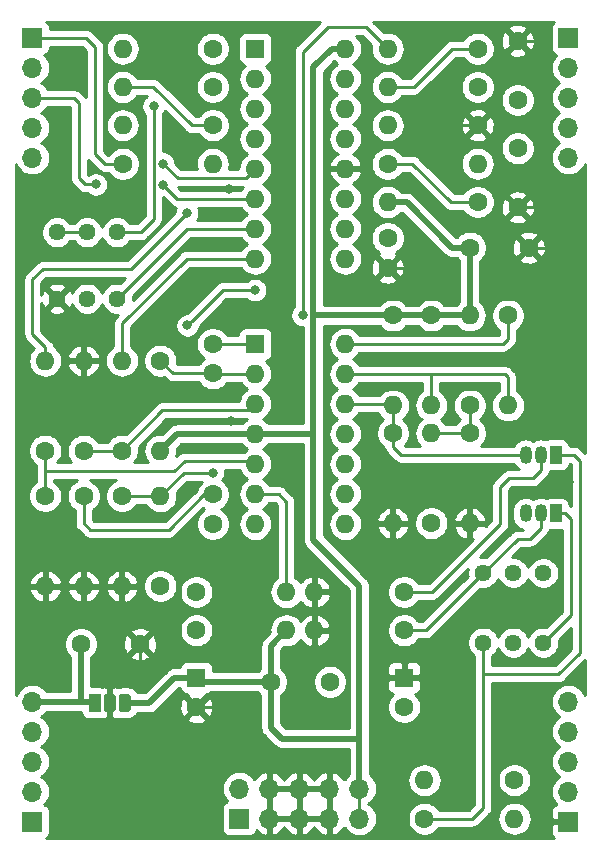
<source format=gbr>
G04 #@! TF.GenerationSoftware,KiCad,Pcbnew,(5.1.4-0-10_14)*
G04 #@! TF.CreationDate,2020-11-15T22:06:40-06:00*
G04 #@! TF.ProjectId,CEM3340_Daughter_Board,43454d33-3334-4305-9f44-617567687465,rev?*
G04 #@! TF.SameCoordinates,Original*
G04 #@! TF.FileFunction,Copper,L2,Bot*
G04 #@! TF.FilePolarity,Positive*
%FSLAX46Y46*%
G04 Gerber Fmt 4.6, Leading zero omitted, Abs format (unit mm)*
G04 Created by KiCad (PCBNEW (5.1.4-0-10_14)) date 2020-11-15 22:06:40*
%MOMM*%
%LPD*%
G04 APERTURE LIST*
%ADD10C,1.600000*%
%ADD11R,1.600000X1.600000*%
%ADD12O,1.700000X1.700000*%
%ADD13R,1.700000X1.700000*%
%ADD14O,1.600000X1.600000*%
%ADD15R,1.050000X1.500000*%
%ADD16C,0.100000*%
%ADD17C,1.050000*%
%ADD18C,1.440000*%
%ADD19O,1.050000X1.500000*%
%ADD20C,0.800000*%
%ADD21C,0.250000*%
%ADD22C,0.500000*%
%ADD23C,0.254000*%
G04 APERTURE END LIST*
D10*
X153980000Y-81290000D03*
X153980000Y-83790000D03*
X153970000Y-71040000D03*
X153970000Y-68540000D03*
X170185000Y-99300000D03*
D11*
X170185000Y-96800000D03*
D10*
X152595000Y-99300000D03*
D11*
X152595000Y-96800000D03*
D12*
X184090000Y-98840000D03*
X184090000Y-101380000D03*
X184090000Y-103920000D03*
X184090000Y-106460000D03*
D13*
X184090000Y-109000000D03*
D12*
X138690000Y-98840000D03*
X138690000Y-101380000D03*
X138690000Y-103920000D03*
X138690000Y-106460000D03*
D13*
X138690000Y-109000000D03*
D12*
X184090000Y-52800000D03*
X184090000Y-50260000D03*
X184090000Y-47720000D03*
X184090000Y-45180000D03*
D13*
X184090000Y-42640000D03*
D12*
X138690000Y-52800000D03*
X138690000Y-50260000D03*
X138690000Y-47720000D03*
X138690000Y-45180000D03*
D13*
X138690000Y-42640000D03*
D14*
X165200000Y-68550000D03*
X157580000Y-83790000D03*
X165200000Y-71090000D03*
X157580000Y-81250000D03*
X165200000Y-73630000D03*
X157580000Y-78710000D03*
X165200000Y-76170000D03*
X157580000Y-76170000D03*
X165200000Y-78710000D03*
X157580000Y-73630000D03*
X165200000Y-81250000D03*
X157580000Y-71090000D03*
X165200000Y-83790000D03*
D11*
X157580000Y-68550000D03*
D15*
X143980000Y-98940000D03*
D16*
G36*
X146808229Y-98191264D02*
G01*
X146833711Y-98195044D01*
X146858700Y-98201303D01*
X146882954Y-98209982D01*
X146906242Y-98220996D01*
X146928337Y-98234239D01*
X146949028Y-98249585D01*
X146968116Y-98266884D01*
X146985415Y-98285972D01*
X147000761Y-98306663D01*
X147014004Y-98328758D01*
X147025018Y-98352046D01*
X147033697Y-98376300D01*
X147039956Y-98401289D01*
X147043736Y-98426771D01*
X147045000Y-98452500D01*
X147045000Y-99427500D01*
X147043736Y-99453229D01*
X147039956Y-99478711D01*
X147033697Y-99503700D01*
X147025018Y-99527954D01*
X147014004Y-99551242D01*
X147000761Y-99573337D01*
X146985415Y-99594028D01*
X146968116Y-99613116D01*
X146949028Y-99630415D01*
X146928337Y-99645761D01*
X146906242Y-99659004D01*
X146882954Y-99670018D01*
X146858700Y-99678697D01*
X146833711Y-99684956D01*
X146808229Y-99688736D01*
X146782500Y-99690000D01*
X146257500Y-99690000D01*
X146231771Y-99688736D01*
X146206289Y-99684956D01*
X146181300Y-99678697D01*
X146157046Y-99670018D01*
X146133758Y-99659004D01*
X146111663Y-99645761D01*
X146090972Y-99630415D01*
X146071884Y-99613116D01*
X146054585Y-99594028D01*
X146039239Y-99573337D01*
X146025996Y-99551242D01*
X146014982Y-99527954D01*
X146006303Y-99503700D01*
X146000044Y-99478711D01*
X145996264Y-99453229D01*
X145995000Y-99427500D01*
X145995000Y-98452500D01*
X145996264Y-98426771D01*
X146000044Y-98401289D01*
X146006303Y-98376300D01*
X146014982Y-98352046D01*
X146025996Y-98328758D01*
X146039239Y-98306663D01*
X146054585Y-98285972D01*
X146071884Y-98266884D01*
X146090972Y-98249585D01*
X146111663Y-98234239D01*
X146133758Y-98220996D01*
X146157046Y-98209982D01*
X146181300Y-98201303D01*
X146206289Y-98195044D01*
X146231771Y-98191264D01*
X146257500Y-98190000D01*
X146782500Y-98190000D01*
X146808229Y-98191264D01*
X146808229Y-98191264D01*
G37*
D17*
X146520000Y-98940000D03*
D16*
G36*
X145538229Y-98191264D02*
G01*
X145563711Y-98195044D01*
X145588700Y-98201303D01*
X145612954Y-98209982D01*
X145636242Y-98220996D01*
X145658337Y-98234239D01*
X145679028Y-98249585D01*
X145698116Y-98266884D01*
X145715415Y-98285972D01*
X145730761Y-98306663D01*
X145744004Y-98328758D01*
X145755018Y-98352046D01*
X145763697Y-98376300D01*
X145769956Y-98401289D01*
X145773736Y-98426771D01*
X145775000Y-98452500D01*
X145775000Y-99427500D01*
X145773736Y-99453229D01*
X145769956Y-99478711D01*
X145763697Y-99503700D01*
X145755018Y-99527954D01*
X145744004Y-99551242D01*
X145730761Y-99573337D01*
X145715415Y-99594028D01*
X145698116Y-99613116D01*
X145679028Y-99630415D01*
X145658337Y-99645761D01*
X145636242Y-99659004D01*
X145612954Y-99670018D01*
X145588700Y-99678697D01*
X145563711Y-99684956D01*
X145538229Y-99688736D01*
X145512500Y-99690000D01*
X144987500Y-99690000D01*
X144961771Y-99688736D01*
X144936289Y-99684956D01*
X144911300Y-99678697D01*
X144887046Y-99670018D01*
X144863758Y-99659004D01*
X144841663Y-99645761D01*
X144820972Y-99630415D01*
X144801884Y-99613116D01*
X144784585Y-99594028D01*
X144769239Y-99573337D01*
X144755996Y-99551242D01*
X144744982Y-99527954D01*
X144736303Y-99503700D01*
X144730044Y-99478711D01*
X144726264Y-99453229D01*
X144725000Y-99427500D01*
X144725000Y-98452500D01*
X144726264Y-98426771D01*
X144730044Y-98401289D01*
X144736303Y-98376300D01*
X144744982Y-98352046D01*
X144755996Y-98328758D01*
X144769239Y-98306663D01*
X144784585Y-98285972D01*
X144801884Y-98266884D01*
X144820972Y-98249585D01*
X144841663Y-98234239D01*
X144863758Y-98220996D01*
X144887046Y-98209982D01*
X144911300Y-98201303D01*
X144936289Y-98195044D01*
X144961771Y-98191264D01*
X144987500Y-98190000D01*
X145512500Y-98190000D01*
X145538229Y-98191264D01*
X145538229Y-98191264D01*
G37*
D17*
X145250000Y-98940000D03*
D14*
X149540000Y-81430000D03*
D10*
X149540000Y-89050000D03*
D14*
X172490000Y-76110000D03*
D10*
X172490000Y-83730000D03*
D14*
X175740000Y-83730000D03*
D10*
X175740000Y-76110000D03*
D14*
X175730000Y-66140000D03*
D10*
X175730000Y-73760000D03*
D14*
X160215000Y-89550000D03*
D10*
X152595000Y-89550000D03*
D14*
X143040000Y-89050000D03*
D10*
X143040000Y-81430000D03*
D14*
X160215000Y-92800000D03*
D10*
X152595000Y-92800000D03*
D14*
X146290000Y-89050000D03*
D10*
X146290000Y-81430000D03*
D14*
X149540000Y-77580000D03*
D10*
X149540000Y-69960000D03*
D14*
X139790000Y-89050000D03*
D10*
X139790000Y-81430000D03*
D14*
X139790000Y-69960000D03*
D10*
X139790000Y-77580000D03*
D14*
X153970000Y-53290000D03*
D10*
X146350000Y-53290000D03*
D14*
X146290000Y-69960000D03*
D10*
X146290000Y-77580000D03*
D12*
X166380000Y-106190000D03*
X166380000Y-108730000D03*
X163840000Y-106190000D03*
X163840000Y-108730000D03*
X161300000Y-106190000D03*
X161300000Y-108730000D03*
X158760000Y-106190000D03*
X158760000Y-108730000D03*
X156220000Y-106190000D03*
D13*
X156220000Y-108730000D03*
D10*
X175730000Y-60390000D03*
X180730000Y-60390000D03*
X163900000Y-97150000D03*
X158900000Y-97150000D03*
X147810000Y-93960000D03*
X142810000Y-93960000D03*
D14*
X168780000Y-43540000D03*
D10*
X176400000Y-43540000D03*
D14*
X178980000Y-73760000D03*
D10*
X178980000Y-66140000D03*
D14*
X169230000Y-83730000D03*
D10*
X169230000Y-76110000D03*
D14*
X162565000Y-89550000D03*
D10*
X170185000Y-89550000D03*
D14*
X169230000Y-73760000D03*
D10*
X169230000Y-66140000D03*
D14*
X171900000Y-105490000D03*
D10*
X179520000Y-105490000D03*
D14*
X179520000Y-108740000D03*
D10*
X171900000Y-108740000D03*
D14*
X172480000Y-73760000D03*
D10*
X172480000Y-66140000D03*
D14*
X162565000Y-92800000D03*
D10*
X170185000Y-92800000D03*
D14*
X143040000Y-69960000D03*
D10*
X143040000Y-77580000D03*
D14*
X176400000Y-53290000D03*
D10*
X168780000Y-53290000D03*
D14*
X168780000Y-56540000D03*
D10*
X176400000Y-56540000D03*
D14*
X168780000Y-46790000D03*
D10*
X176400000Y-46790000D03*
D14*
X168780000Y-50040000D03*
D10*
X176400000Y-50040000D03*
D14*
X146350000Y-46790000D03*
D10*
X153970000Y-46790000D03*
D14*
X146350000Y-43540000D03*
D10*
X153970000Y-43540000D03*
D14*
X165200000Y-43550000D03*
X157580000Y-61330000D03*
X165200000Y-46090000D03*
X157580000Y-58790000D03*
X165200000Y-48630000D03*
X157580000Y-56250000D03*
X165200000Y-51170000D03*
X157580000Y-53710000D03*
X165200000Y-53710000D03*
X157580000Y-51170000D03*
X165200000Y-56250000D03*
X157580000Y-48630000D03*
X165200000Y-58790000D03*
X157580000Y-46090000D03*
X165200000Y-61330000D03*
D11*
X157580000Y-43550000D03*
D18*
X145870000Y-64710000D03*
X143330000Y-64710000D03*
X140790000Y-64710000D03*
X181960000Y-93840000D03*
X179420000Y-93840000D03*
X176880000Y-93840000D03*
X181960000Y-87940000D03*
X179420000Y-87940000D03*
X176880000Y-87940000D03*
X145870000Y-59090000D03*
X143330000Y-59090000D03*
X140790000Y-59090000D03*
D14*
X146350000Y-50040000D03*
D10*
X153970000Y-50040000D03*
D15*
X183020000Y-77930000D03*
D19*
X180480000Y-77930000D03*
X181750000Y-77930000D03*
D15*
X183020000Y-82900000D03*
D19*
X180480000Y-82900000D03*
X181750000Y-82900000D03*
D10*
X179790000Y-56990000D03*
X179790000Y-51990000D03*
X179790000Y-47890000D03*
X179790000Y-42890000D03*
X168780000Y-59590000D03*
X168780000Y-62090000D03*
D20*
X174690000Y-50040000D03*
X181510000Y-56990000D03*
X182450000Y-60390000D03*
X181510000Y-42890000D03*
X170500000Y-62090000D03*
X166740000Y-53710000D03*
X165840000Y-64400000D03*
X175740000Y-82200000D03*
X167690000Y-83730000D03*
X170180000Y-95240000D03*
X182480000Y-108990000D03*
X163840000Y-104620000D03*
X161300000Y-104620000D03*
X158760000Y-104620000D03*
X145250000Y-100460000D03*
X154310000Y-99300000D03*
X147810000Y-95680000D03*
X139790000Y-87520000D03*
X143040000Y-87520000D03*
X146290000Y-87520000D03*
X151060000Y-87220000D03*
X152830000Y-72820000D03*
X164100000Y-92800000D03*
X164100000Y-89550000D03*
X141830000Y-63680000D03*
X155530000Y-75050000D03*
X155520000Y-77480000D03*
X141380000Y-45230000D03*
X155370000Y-60150000D03*
X155390000Y-57530000D03*
X178160000Y-95280000D03*
X147830000Y-82920000D03*
X184100000Y-80250000D03*
X170860000Y-72180000D03*
X155390000Y-55440000D03*
X148960000Y-48420000D03*
X151790000Y-57460000D03*
X153990000Y-79450000D03*
X161580000Y-66120000D03*
X149770000Y-53290000D03*
X149770000Y-55050000D03*
X144070000Y-55040000D03*
X157560000Y-64000000D03*
X151820000Y-66979998D03*
D21*
X176400000Y-50040000D02*
X174690000Y-50040000D01*
X179790000Y-56990000D02*
X181510000Y-56990000D01*
X180730000Y-60390000D02*
X182450000Y-60390000D01*
X179790000Y-42890000D02*
X181510000Y-42890000D01*
X168780000Y-62090000D02*
X170500000Y-62090000D01*
X165200000Y-53710000D02*
X166740000Y-53710000D01*
X175740000Y-83730000D02*
X175740000Y-82200000D01*
X169230000Y-83730000D02*
X167690000Y-83730000D01*
X170185000Y-95245000D02*
X170180000Y-95240000D01*
X170185000Y-96800000D02*
X170185000Y-95245000D01*
X182490000Y-109000000D02*
X182480000Y-108990000D01*
X184090000Y-109000000D02*
X182490000Y-109000000D01*
X163840000Y-106190000D02*
X163840000Y-104620000D01*
X161300000Y-106190000D02*
X161300000Y-104620000D01*
X158760000Y-106190000D02*
X158760000Y-104620000D01*
X145250000Y-98940000D02*
X145250000Y-100460000D01*
X152595000Y-99300000D02*
X154310000Y-99300000D01*
X147810000Y-93960000D02*
X147810000Y-95680000D01*
X139790000Y-89050000D02*
X139790000Y-87520000D01*
X143040000Y-89050000D02*
X143040000Y-87520000D01*
X146290000Y-89050000D02*
X146290000Y-87520000D01*
X162565000Y-92800000D02*
X164100000Y-92800000D01*
X162565000Y-89550000D02*
X164100000Y-89550000D01*
X140800000Y-64710000D02*
X141830000Y-63680000D01*
X140790000Y-64710000D02*
X140800000Y-64710000D01*
X184280000Y-91520000D02*
X181960000Y-93840000D01*
X184280000Y-83370000D02*
X184280000Y-91520000D01*
X183810000Y-82900000D02*
X183020000Y-82900000D01*
X184280000Y-83370000D02*
X183810000Y-82900000D01*
X165200000Y-71090000D02*
X171900000Y-71090000D01*
X172480000Y-71090000D02*
X172480000Y-73760000D01*
X171900000Y-71090000D02*
X172480000Y-71090000D01*
X178680000Y-71090000D02*
X171900000Y-71090000D01*
X178980000Y-71390000D02*
X178680000Y-71090000D01*
X178980000Y-73760000D02*
X178980000Y-71390000D01*
X172020000Y-92800000D02*
X176880000Y-87940000D01*
X170185000Y-92800000D02*
X172020000Y-92800000D01*
X181750000Y-82490000D02*
X181750000Y-83070000D01*
X181750000Y-84130000D02*
X181750000Y-82900000D01*
X180850000Y-85030000D02*
X181750000Y-84130000D01*
X179790000Y-85030000D02*
X180850000Y-85030000D01*
X176880000Y-87940000D02*
X179790000Y-85030000D01*
X176880000Y-95180000D02*
X176880000Y-93840000D01*
X176880000Y-107820000D02*
X176880000Y-95180000D01*
X175960000Y-108740000D02*
X176880000Y-107820000D01*
X171900000Y-108740000D02*
X175960000Y-108740000D01*
X184530000Y-77930000D02*
X183020000Y-77930000D01*
X185040000Y-78440000D02*
X184530000Y-77930000D01*
X185040000Y-94700000D02*
X185040000Y-78440000D01*
X176880000Y-96510000D02*
X183230000Y-96510000D01*
X183230000Y-96510000D02*
X185040000Y-94700000D01*
X176880000Y-95180000D02*
X176880000Y-96510000D01*
X169100000Y-73630000D02*
X169230000Y-73760000D01*
X165200000Y-73630000D02*
X169100000Y-73630000D01*
X169230000Y-73760000D02*
X169230000Y-76110000D01*
X179705000Y-77930000D02*
X180480000Y-77930000D01*
X169918630Y-77930000D02*
X179705000Y-77930000D01*
X169230000Y-77241370D02*
X169918630Y-77930000D01*
X169230000Y-76110000D02*
X169230000Y-77241370D01*
X172570000Y-89550000D02*
X170185000Y-89550000D01*
X178320000Y-83800000D02*
X172570000Y-89550000D01*
X178320000Y-80630000D02*
X178320000Y-83800000D01*
X181750000Y-79260000D02*
X181090000Y-79920000D01*
X179030000Y-79920000D02*
X178320000Y-80630000D01*
X181090000Y-79920000D02*
X179030000Y-79920000D01*
X181750000Y-79260000D02*
X181750000Y-77930000D01*
X157580000Y-48630000D02*
X157220000Y-48990000D01*
X142311767Y-59090000D02*
X140790000Y-59090000D01*
X143330000Y-59090000D02*
X142311767Y-59090000D01*
X152200000Y-50040000D02*
X148950000Y-46790000D01*
X153970000Y-50040000D02*
X152200000Y-50040000D01*
X148950000Y-46790000D02*
X146350000Y-46790000D01*
X147860000Y-59090000D02*
X145870000Y-59090000D01*
X148960000Y-57990000D02*
X147860000Y-59090000D01*
X148960000Y-48420000D02*
X148960000Y-57990000D01*
X138710000Y-67748630D02*
X139790000Y-68828630D01*
X139790000Y-68828630D02*
X139790000Y-69960000D01*
X138710000Y-63070000D02*
X138710000Y-67748630D01*
X151790000Y-57460000D02*
X147040000Y-62210000D01*
X139570000Y-62210000D02*
X138710000Y-63070000D01*
X147040000Y-62210000D02*
X139570000Y-62210000D01*
X170980000Y-46790000D02*
X168780000Y-46790000D01*
X174230000Y-43540000D02*
X170980000Y-46790000D01*
X176400000Y-43540000D02*
X174230000Y-43540000D01*
D22*
X169230000Y-66140000D02*
X172480000Y-66140000D01*
X172480000Y-66140000D02*
X175730000Y-66140000D01*
X168820000Y-65730000D02*
X169230000Y-66140000D01*
X161360000Y-76170000D02*
X157580000Y-76170000D01*
X150950000Y-76170000D02*
X149540000Y-77580000D01*
X157580000Y-76170000D02*
X150950000Y-76170000D01*
X168820000Y-56580000D02*
X168780000Y-56540000D01*
X170390000Y-56540000D02*
X168780000Y-56540000D01*
X174240000Y-60390000D02*
X170390000Y-56540000D01*
X175730000Y-60390000D02*
X174240000Y-60390000D01*
X175730000Y-61521370D02*
X175730000Y-66140000D01*
X175730000Y-60390000D02*
X175730000Y-61521370D01*
D21*
X166380000Y-106190000D02*
X166380000Y-108730000D01*
D22*
X166380000Y-103020000D02*
X166380000Y-106190000D01*
X152945000Y-97150000D02*
X152595000Y-96800000D01*
X158900000Y-97150000D02*
X152945000Y-97150000D01*
X148590000Y-98940000D02*
X146520000Y-98940000D01*
X150730000Y-96800000D02*
X148590000Y-98940000D01*
X152595000Y-96800000D02*
X150730000Y-96800000D01*
X164068630Y-43550000D02*
X162490000Y-45128630D01*
X165200000Y-43550000D02*
X164068630Y-43550000D01*
X162500000Y-66140000D02*
X162490000Y-66150000D01*
X169230000Y-66140000D02*
X162500000Y-66140000D01*
X162490000Y-66150000D02*
X162490000Y-76170000D01*
X162490000Y-45128630D02*
X162490000Y-66150000D01*
X166380000Y-101970000D02*
X166380000Y-103020000D01*
X159830000Y-101970000D02*
X166380000Y-101970000D01*
X158900000Y-101040000D02*
X159830000Y-101970000D01*
X158900000Y-97150000D02*
X158900000Y-101040000D01*
X158900000Y-94115000D02*
X160215000Y-92800000D01*
X158900000Y-97150000D02*
X158900000Y-94115000D01*
X161360000Y-76170000D02*
X162490000Y-76170000D01*
X166380000Y-89020000D02*
X166380000Y-103020000D01*
X162490000Y-85130000D02*
X166380000Y-89020000D01*
X162490000Y-76170000D02*
X162490000Y-85130000D01*
D21*
X154020000Y-71090000D02*
X153970000Y-71040000D01*
X157580000Y-71090000D02*
X154020000Y-71090000D01*
X150020000Y-80950000D02*
X149540000Y-81430000D01*
X150620000Y-71040000D02*
X149540000Y-69960000D01*
X153970000Y-71040000D02*
X150620000Y-71040000D01*
X151520000Y-79450000D02*
X149540000Y-81430000D01*
X153990000Y-79450000D02*
X151520000Y-79450000D01*
X149540000Y-81430000D02*
X146290000Y-81430000D01*
X159560000Y-81250000D02*
X160215000Y-81905000D01*
X160215000Y-81905000D02*
X160215000Y-89550000D01*
X157580000Y-81250000D02*
X159560000Y-81250000D01*
X143040000Y-83740000D02*
X143040000Y-81430000D01*
X143600000Y-84300000D02*
X143040000Y-83740000D01*
X150250000Y-84300000D02*
X143600000Y-84300000D01*
X153260000Y-81290000D02*
X150250000Y-84300000D01*
X153980000Y-81290000D02*
X153260000Y-81290000D01*
X161580000Y-65554315D02*
X161580000Y-66120000D01*
X161580000Y-43810000D02*
X161580000Y-65554315D01*
X163710000Y-41680000D02*
X161580000Y-43810000D01*
X166920000Y-41680000D02*
X163710000Y-41680000D01*
X168780000Y-43540000D02*
X166920000Y-41680000D01*
D22*
X138790000Y-98940000D02*
X138690000Y-98840000D01*
X143880000Y-98840000D02*
X143980000Y-98940000D01*
X142810000Y-93960000D02*
X142810000Y-98830000D01*
X142810000Y-98830000D02*
X142800000Y-98840000D01*
X142800000Y-98840000D02*
X143880000Y-98840000D01*
X138690000Y-98840000D02*
X142800000Y-98840000D01*
D21*
X151790000Y-58790000D02*
X145870000Y-64710000D01*
X151790000Y-58790000D02*
X157580000Y-58790000D01*
X146290000Y-66810000D02*
X146290000Y-69960000D01*
X151770000Y-61330000D02*
X157580000Y-61330000D01*
X146290000Y-66810000D02*
X151770000Y-61330000D01*
X146290000Y-77580000D02*
X143040000Y-77580000D01*
X149710000Y-74160000D02*
X146290000Y-77580000D01*
X157050000Y-74160000D02*
X149710000Y-74160000D01*
X157580000Y-73630000D02*
X157050000Y-74160000D01*
X139790000Y-79340000D02*
X139790000Y-77580000D01*
X150700000Y-79340000D02*
X139790000Y-79340000D01*
X151610000Y-78430000D02*
X150700000Y-79340000D01*
X157300000Y-78430000D02*
X151610000Y-78430000D01*
X157580000Y-78710000D02*
X157300000Y-78430000D01*
X139790000Y-79340000D02*
X139790000Y-81430000D01*
X175730000Y-76100000D02*
X175740000Y-76110000D01*
X175730000Y-73760000D02*
X175730000Y-76100000D01*
X175740000Y-76110000D02*
X172490000Y-76110000D01*
X153980000Y-68550000D02*
X153970000Y-68540000D01*
X157580000Y-68550000D02*
X153980000Y-68550000D01*
X170880000Y-53290000D02*
X168780000Y-53290000D01*
X174130000Y-56540000D02*
X170880000Y-53290000D01*
X176400000Y-56540000D02*
X174130000Y-56540000D01*
X165200000Y-68550000D02*
X178550000Y-68550000D01*
X178980000Y-68120000D02*
X178980000Y-66140000D01*
X178550000Y-68550000D02*
X178980000Y-68120000D01*
X157580000Y-53710000D02*
X157520000Y-53710000D01*
X143260000Y-42640000D02*
X138690000Y-42640000D01*
X144020000Y-43400000D02*
X143260000Y-42640000D01*
X144020000Y-52490000D02*
X144020000Y-43400000D01*
X144820000Y-53290000D02*
X144020000Y-52490000D01*
X146350000Y-53290000D02*
X144820000Y-53290000D01*
X150989999Y-54509999D02*
X149770000Y-53290000D01*
X156780001Y-54509999D02*
X150989999Y-54509999D01*
X157580000Y-53710000D02*
X156780001Y-54509999D01*
X157580000Y-56250000D02*
X156448630Y-56250000D01*
X150970000Y-56250000D02*
X149770000Y-55050000D01*
X156448630Y-56250000D02*
X150970000Y-56250000D01*
X142670000Y-54540000D02*
X142670000Y-48160000D01*
X143170000Y-55040000D02*
X142670000Y-54540000D01*
X142230000Y-47720000D02*
X138690000Y-47720000D01*
X142670000Y-48160000D02*
X142230000Y-47720000D01*
X144070000Y-55040000D02*
X143170000Y-55040000D01*
X152219999Y-66579999D02*
X151820000Y-66979998D01*
X157560000Y-64000000D02*
X154799998Y-64000000D01*
X154799998Y-64000000D02*
X152219999Y-66579999D01*
D23*
G36*
X161069003Y-43246196D02*
G01*
X161039999Y-43269999D01*
X160984871Y-43337174D01*
X160945026Y-43385724D01*
X160889289Y-43490000D01*
X160874454Y-43517754D01*
X160830997Y-43661015D01*
X160820000Y-43772668D01*
X160820000Y-43772678D01*
X160816324Y-43810000D01*
X160820000Y-43847322D01*
X160820001Y-65416288D01*
X160776063Y-65460226D01*
X160662795Y-65629744D01*
X160584774Y-65818102D01*
X160545000Y-66018061D01*
X160545000Y-66221939D01*
X160584774Y-66421898D01*
X160662795Y-66610256D01*
X160776063Y-66779774D01*
X160920226Y-66923937D01*
X161089744Y-67037205D01*
X161278102Y-67115226D01*
X161478061Y-67155000D01*
X161605000Y-67155000D01*
X161605001Y-75285000D01*
X158710078Y-75285000D01*
X158599608Y-75150392D01*
X158381101Y-74971068D01*
X158248142Y-74900000D01*
X158381101Y-74828932D01*
X158599608Y-74649608D01*
X158778932Y-74431101D01*
X158912182Y-74181808D01*
X158994236Y-73911309D01*
X159021943Y-73630000D01*
X158994236Y-73348691D01*
X158912182Y-73078192D01*
X158778932Y-72828899D01*
X158599608Y-72610392D01*
X158381101Y-72431068D01*
X158248142Y-72360000D01*
X158381101Y-72288932D01*
X158599608Y-72109608D01*
X158778932Y-71891101D01*
X158912182Y-71641808D01*
X158994236Y-71371309D01*
X159021943Y-71090000D01*
X158994236Y-70808691D01*
X158912182Y-70538192D01*
X158778932Y-70288899D01*
X158599608Y-70070392D01*
X158486518Y-69977581D01*
X158504482Y-69975812D01*
X158624180Y-69939502D01*
X158734494Y-69880537D01*
X158831185Y-69801185D01*
X158910537Y-69704494D01*
X158969502Y-69594180D01*
X159005812Y-69474482D01*
X159018072Y-69350000D01*
X159018072Y-67750000D01*
X159005812Y-67625518D01*
X158969502Y-67505820D01*
X158910537Y-67395506D01*
X158831185Y-67298815D01*
X158734494Y-67219463D01*
X158624180Y-67160498D01*
X158504482Y-67124188D01*
X158380000Y-67111928D01*
X156780000Y-67111928D01*
X156655518Y-67124188D01*
X156535820Y-67160498D01*
X156425506Y-67219463D01*
X156328815Y-67298815D01*
X156249463Y-67395506D01*
X156190498Y-67505820D01*
X156154188Y-67625518D01*
X156141928Y-67750000D01*
X156141928Y-67790000D01*
X155194725Y-67790000D01*
X155084637Y-67625241D01*
X154884759Y-67425363D01*
X154649727Y-67268320D01*
X154388574Y-67160147D01*
X154111335Y-67105000D01*
X153828665Y-67105000D01*
X153551426Y-67160147D01*
X153290273Y-67268320D01*
X153055241Y-67425363D01*
X152855363Y-67625241D01*
X152698320Y-67860273D01*
X152590147Y-68121426D01*
X152535000Y-68398665D01*
X152535000Y-68681335D01*
X152590147Y-68958574D01*
X152698320Y-69219727D01*
X152855363Y-69454759D01*
X153055241Y-69654637D01*
X153257827Y-69790000D01*
X153055241Y-69925363D01*
X152855363Y-70125241D01*
X152751957Y-70280000D01*
X150939461Y-70280000D01*
X150975000Y-70101335D01*
X150975000Y-69818665D01*
X150919853Y-69541426D01*
X150811680Y-69280273D01*
X150654637Y-69045241D01*
X150454759Y-68845363D01*
X150219727Y-68688320D01*
X149958574Y-68580147D01*
X149681335Y-68525000D01*
X149398665Y-68525000D01*
X149121426Y-68580147D01*
X148860273Y-68688320D01*
X148625241Y-68845363D01*
X148425363Y-69045241D01*
X148268320Y-69280273D01*
X148160147Y-69541426D01*
X148105000Y-69818665D01*
X148105000Y-70101335D01*
X148160147Y-70378574D01*
X148268320Y-70639727D01*
X148425363Y-70874759D01*
X148625241Y-71074637D01*
X148860273Y-71231680D01*
X149121426Y-71339853D01*
X149398665Y-71395000D01*
X149681335Y-71395000D01*
X149863886Y-71358688D01*
X150056200Y-71551002D01*
X150079999Y-71580001D01*
X150195724Y-71674974D01*
X150327753Y-71745546D01*
X150471014Y-71789003D01*
X150582667Y-71800000D01*
X150582675Y-71800000D01*
X150620000Y-71803676D01*
X150657325Y-71800000D01*
X152751957Y-71800000D01*
X152855363Y-71954759D01*
X153055241Y-72154637D01*
X153290273Y-72311680D01*
X153551426Y-72419853D01*
X153828665Y-72475000D01*
X154111335Y-72475000D01*
X154388574Y-72419853D01*
X154649727Y-72311680D01*
X154884759Y-72154637D01*
X155084637Y-71954759D01*
X155154635Y-71850000D01*
X156359099Y-71850000D01*
X156381068Y-71891101D01*
X156560392Y-72109608D01*
X156778899Y-72288932D01*
X156911858Y-72360000D01*
X156778899Y-72431068D01*
X156560392Y-72610392D01*
X156381068Y-72828899D01*
X156247818Y-73078192D01*
X156165764Y-73348691D01*
X156160710Y-73400000D01*
X149747322Y-73400000D01*
X149709999Y-73396324D01*
X149672676Y-73400000D01*
X149672667Y-73400000D01*
X149561014Y-73410997D01*
X149417753Y-73454454D01*
X149285724Y-73525026D01*
X149285722Y-73525027D01*
X149285723Y-73525027D01*
X149198996Y-73596201D01*
X149198992Y-73596205D01*
X149169999Y-73619999D01*
X149146205Y-73648992D01*
X146613886Y-76181312D01*
X146431335Y-76145000D01*
X146148665Y-76145000D01*
X145871426Y-76200147D01*
X145610273Y-76308320D01*
X145375241Y-76465363D01*
X145175363Y-76665241D01*
X145071957Y-76820000D01*
X144258043Y-76820000D01*
X144154637Y-76665241D01*
X143954759Y-76465363D01*
X143719727Y-76308320D01*
X143458574Y-76200147D01*
X143181335Y-76145000D01*
X142898665Y-76145000D01*
X142621426Y-76200147D01*
X142360273Y-76308320D01*
X142125241Y-76465363D01*
X141925363Y-76665241D01*
X141768320Y-76900273D01*
X141660147Y-77161426D01*
X141605000Y-77438665D01*
X141605000Y-77721335D01*
X141660147Y-77998574D01*
X141768320Y-78259727D01*
X141925363Y-78494759D01*
X142010604Y-78580000D01*
X140819396Y-78580000D01*
X140904637Y-78494759D01*
X141061680Y-78259727D01*
X141169853Y-77998574D01*
X141225000Y-77721335D01*
X141225000Y-77438665D01*
X141169853Y-77161426D01*
X141061680Y-76900273D01*
X140904637Y-76665241D01*
X140704759Y-76465363D01*
X140469727Y-76308320D01*
X140208574Y-76200147D01*
X139931335Y-76145000D01*
X139648665Y-76145000D01*
X139371426Y-76200147D01*
X139110273Y-76308320D01*
X138875241Y-76465363D01*
X138675363Y-76665241D01*
X138518320Y-76900273D01*
X138410147Y-77161426D01*
X138355000Y-77438665D01*
X138355000Y-77721335D01*
X138410147Y-77998574D01*
X138518320Y-78259727D01*
X138675363Y-78494759D01*
X138875241Y-78694637D01*
X139030000Y-78798044D01*
X139030000Y-79302667D01*
X139026323Y-79340000D01*
X139030000Y-79377332D01*
X139030000Y-80211956D01*
X138875241Y-80315363D01*
X138675363Y-80515241D01*
X138518320Y-80750273D01*
X138410147Y-81011426D01*
X138355000Y-81288665D01*
X138355000Y-81571335D01*
X138410147Y-81848574D01*
X138518320Y-82109727D01*
X138675363Y-82344759D01*
X138875241Y-82544637D01*
X139110273Y-82701680D01*
X139371426Y-82809853D01*
X139648665Y-82865000D01*
X139931335Y-82865000D01*
X140208574Y-82809853D01*
X140469727Y-82701680D01*
X140704759Y-82544637D01*
X140904637Y-82344759D01*
X141061680Y-82109727D01*
X141169853Y-81848574D01*
X141225000Y-81571335D01*
X141225000Y-81288665D01*
X141169853Y-81011426D01*
X141061680Y-80750273D01*
X140904637Y-80515241D01*
X140704759Y-80315363D01*
X140550000Y-80211957D01*
X140550000Y-80100000D01*
X142501070Y-80100000D01*
X142360273Y-80158320D01*
X142125241Y-80315363D01*
X141925363Y-80515241D01*
X141768320Y-80750273D01*
X141660147Y-81011426D01*
X141605000Y-81288665D01*
X141605000Y-81571335D01*
X141660147Y-81848574D01*
X141768320Y-82109727D01*
X141925363Y-82344759D01*
X142125241Y-82544637D01*
X142280000Y-82648044D01*
X142280000Y-83702677D01*
X142276324Y-83740000D01*
X142280000Y-83777322D01*
X142280000Y-83777332D01*
X142290997Y-83888985D01*
X142318914Y-83981015D01*
X142334454Y-84032246D01*
X142405026Y-84164276D01*
X142435891Y-84201885D01*
X142499999Y-84280001D01*
X142529002Y-84303803D01*
X143036200Y-84811002D01*
X143059999Y-84840001D01*
X143088997Y-84863799D01*
X143175724Y-84934974D01*
X143307753Y-85005546D01*
X143451014Y-85049003D01*
X143600000Y-85063677D01*
X143637333Y-85060000D01*
X150212678Y-85060000D01*
X150250000Y-85063676D01*
X150287322Y-85060000D01*
X150287333Y-85060000D01*
X150398986Y-85049003D01*
X150542247Y-85005546D01*
X150674276Y-84934974D01*
X150790001Y-84840001D01*
X150813804Y-84810997D01*
X153158111Y-82466691D01*
X153267827Y-82540000D01*
X153065241Y-82675363D01*
X152865363Y-82875241D01*
X152708320Y-83110273D01*
X152600147Y-83371426D01*
X152545000Y-83648665D01*
X152545000Y-83931335D01*
X152600147Y-84208574D01*
X152708320Y-84469727D01*
X152865363Y-84704759D01*
X153065241Y-84904637D01*
X153300273Y-85061680D01*
X153561426Y-85169853D01*
X153838665Y-85225000D01*
X154121335Y-85225000D01*
X154398574Y-85169853D01*
X154659727Y-85061680D01*
X154894759Y-84904637D01*
X155094637Y-84704759D01*
X155251680Y-84469727D01*
X155359853Y-84208574D01*
X155415000Y-83931335D01*
X155415000Y-83648665D01*
X155359853Y-83371426D01*
X155251680Y-83110273D01*
X155094637Y-82875241D01*
X154894759Y-82675363D01*
X154692173Y-82540000D01*
X154894759Y-82404637D01*
X155094637Y-82204759D01*
X155251680Y-81969727D01*
X155359853Y-81708574D01*
X155415000Y-81431335D01*
X155415000Y-81148665D01*
X155359853Y-80871426D01*
X155251680Y-80610273D01*
X155094637Y-80375241D01*
X154894759Y-80175363D01*
X154794758Y-80108545D01*
X154907205Y-79940256D01*
X154985226Y-79751898D01*
X155025000Y-79551939D01*
X155025000Y-79348061D01*
X154993560Y-79190000D01*
X156226036Y-79190000D01*
X156247818Y-79261808D01*
X156381068Y-79511101D01*
X156560392Y-79729608D01*
X156778899Y-79908932D01*
X156911858Y-79980000D01*
X156778899Y-80051068D01*
X156560392Y-80230392D01*
X156381068Y-80448899D01*
X156247818Y-80698192D01*
X156165764Y-80968691D01*
X156138057Y-81250000D01*
X156165764Y-81531309D01*
X156247818Y-81801808D01*
X156381068Y-82051101D01*
X156560392Y-82269608D01*
X156778899Y-82448932D01*
X156911858Y-82520000D01*
X156778899Y-82591068D01*
X156560392Y-82770392D01*
X156381068Y-82988899D01*
X156247818Y-83238192D01*
X156165764Y-83508691D01*
X156138057Y-83790000D01*
X156165764Y-84071309D01*
X156247818Y-84341808D01*
X156381068Y-84591101D01*
X156560392Y-84809608D01*
X156778899Y-84988932D01*
X157028192Y-85122182D01*
X157298691Y-85204236D01*
X157509508Y-85225000D01*
X157650492Y-85225000D01*
X157861309Y-85204236D01*
X158131808Y-85122182D01*
X158381101Y-84988932D01*
X158599608Y-84809608D01*
X158778932Y-84591101D01*
X158912182Y-84341808D01*
X158994236Y-84071309D01*
X159021943Y-83790000D01*
X158994236Y-83508691D01*
X158912182Y-83238192D01*
X158778932Y-82988899D01*
X158599608Y-82770392D01*
X158381101Y-82591068D01*
X158248142Y-82520000D01*
X158381101Y-82448932D01*
X158599608Y-82269608D01*
X158778932Y-82051101D01*
X158800901Y-82010000D01*
X159245199Y-82010000D01*
X159455000Y-82219802D01*
X159455001Y-88329099D01*
X159413899Y-88351068D01*
X159195392Y-88530392D01*
X159016068Y-88748899D01*
X158882818Y-88998192D01*
X158800764Y-89268691D01*
X158773057Y-89550000D01*
X158800764Y-89831309D01*
X158882818Y-90101808D01*
X159016068Y-90351101D01*
X159195392Y-90569608D01*
X159413899Y-90748932D01*
X159663192Y-90882182D01*
X159933691Y-90964236D01*
X160144508Y-90985000D01*
X160285492Y-90985000D01*
X160496309Y-90964236D01*
X160766808Y-90882182D01*
X161016101Y-90748932D01*
X161234608Y-90569608D01*
X161396716Y-90372079D01*
X161501481Y-90513414D01*
X161709869Y-90702385D01*
X161951119Y-90847070D01*
X162215960Y-90941909D01*
X162438000Y-90820624D01*
X162438000Y-89677000D01*
X162692000Y-89677000D01*
X162692000Y-90820624D01*
X162914040Y-90941909D01*
X163178881Y-90847070D01*
X163420131Y-90702385D01*
X163628519Y-90513414D01*
X163796037Y-90287420D01*
X163916246Y-90033087D01*
X163956904Y-89899039D01*
X163834915Y-89677000D01*
X162692000Y-89677000D01*
X162438000Y-89677000D01*
X162418000Y-89677000D01*
X162418000Y-89423000D01*
X162438000Y-89423000D01*
X162438000Y-88279376D01*
X162692000Y-88279376D01*
X162692000Y-89423000D01*
X163834915Y-89423000D01*
X163956904Y-89200961D01*
X163916246Y-89066913D01*
X163796037Y-88812580D01*
X163628519Y-88586586D01*
X163420131Y-88397615D01*
X163178881Y-88252930D01*
X162914040Y-88158091D01*
X162692000Y-88279376D01*
X162438000Y-88279376D01*
X162215960Y-88158091D01*
X161951119Y-88252930D01*
X161709869Y-88397615D01*
X161501481Y-88586586D01*
X161396716Y-88727921D01*
X161234608Y-88530392D01*
X161016101Y-88351068D01*
X160975000Y-88329099D01*
X160975000Y-81942323D01*
X160978676Y-81905000D01*
X160975000Y-81867677D01*
X160975000Y-81867667D01*
X160964003Y-81756014D01*
X160920546Y-81612753D01*
X160902497Y-81578986D01*
X160849974Y-81480723D01*
X160778799Y-81393997D01*
X160755001Y-81364999D01*
X160726004Y-81341202D01*
X160123803Y-80739002D01*
X160100001Y-80709999D01*
X159984276Y-80615026D01*
X159852247Y-80544454D01*
X159708986Y-80500997D01*
X159597333Y-80490000D01*
X159597322Y-80490000D01*
X159560000Y-80486324D01*
X159522678Y-80490000D01*
X158800901Y-80490000D01*
X158778932Y-80448899D01*
X158599608Y-80230392D01*
X158381101Y-80051068D01*
X158248142Y-79980000D01*
X158381101Y-79908932D01*
X158599608Y-79729608D01*
X158778932Y-79511101D01*
X158912182Y-79261808D01*
X158994236Y-78991309D01*
X159021943Y-78710000D01*
X158994236Y-78428691D01*
X158912182Y-78158192D01*
X158778932Y-77908899D01*
X158599608Y-77690392D01*
X158381101Y-77511068D01*
X158248142Y-77440000D01*
X158381101Y-77368932D01*
X158599608Y-77189608D01*
X158710078Y-77055000D01*
X161605000Y-77055000D01*
X161605001Y-85086521D01*
X161600719Y-85130000D01*
X161617805Y-85303490D01*
X161668412Y-85470313D01*
X161750590Y-85624059D01*
X161833468Y-85725046D01*
X161833471Y-85725049D01*
X161861184Y-85758817D01*
X161894951Y-85786530D01*
X165495000Y-89386579D01*
X165495001Y-101085000D01*
X160196579Y-101085000D01*
X159785000Y-100673422D01*
X159785000Y-98284521D01*
X159814759Y-98264637D01*
X160014637Y-98064759D01*
X160171680Y-97829727D01*
X160279853Y-97568574D01*
X160335000Y-97291335D01*
X160335000Y-97008665D01*
X162465000Y-97008665D01*
X162465000Y-97291335D01*
X162520147Y-97568574D01*
X162628320Y-97829727D01*
X162785363Y-98064759D01*
X162985241Y-98264637D01*
X163220273Y-98421680D01*
X163481426Y-98529853D01*
X163758665Y-98585000D01*
X164041335Y-98585000D01*
X164318574Y-98529853D01*
X164579727Y-98421680D01*
X164814759Y-98264637D01*
X165014637Y-98064759D01*
X165171680Y-97829727D01*
X165279853Y-97568574D01*
X165335000Y-97291335D01*
X165335000Y-97008665D01*
X165279853Y-96731426D01*
X165171680Y-96470273D01*
X165014637Y-96235241D01*
X164814759Y-96035363D01*
X164579727Y-95878320D01*
X164318574Y-95770147D01*
X164041335Y-95715000D01*
X163758665Y-95715000D01*
X163481426Y-95770147D01*
X163220273Y-95878320D01*
X162985241Y-96035363D01*
X162785363Y-96235241D01*
X162628320Y-96470273D01*
X162520147Y-96731426D01*
X162465000Y-97008665D01*
X160335000Y-97008665D01*
X160279853Y-96731426D01*
X160171680Y-96470273D01*
X160014637Y-96235241D01*
X159814759Y-96035363D01*
X159785000Y-96015479D01*
X159785000Y-94481578D01*
X160041704Y-94224875D01*
X160144508Y-94235000D01*
X160285492Y-94235000D01*
X160496309Y-94214236D01*
X160766808Y-94132182D01*
X161016101Y-93998932D01*
X161234608Y-93819608D01*
X161396716Y-93622079D01*
X161501481Y-93763414D01*
X161709869Y-93952385D01*
X161951119Y-94097070D01*
X162215960Y-94191909D01*
X162438000Y-94070624D01*
X162438000Y-92927000D01*
X162692000Y-92927000D01*
X162692000Y-94070624D01*
X162914040Y-94191909D01*
X163178881Y-94097070D01*
X163420131Y-93952385D01*
X163628519Y-93763414D01*
X163796037Y-93537420D01*
X163916246Y-93283087D01*
X163956904Y-93149039D01*
X163834915Y-92927000D01*
X162692000Y-92927000D01*
X162438000Y-92927000D01*
X162418000Y-92927000D01*
X162418000Y-92673000D01*
X162438000Y-92673000D01*
X162438000Y-91529376D01*
X162692000Y-91529376D01*
X162692000Y-92673000D01*
X163834915Y-92673000D01*
X163956904Y-92450961D01*
X163916246Y-92316913D01*
X163796037Y-92062580D01*
X163628519Y-91836586D01*
X163420131Y-91647615D01*
X163178881Y-91502930D01*
X162914040Y-91408091D01*
X162692000Y-91529376D01*
X162438000Y-91529376D01*
X162215960Y-91408091D01*
X161951119Y-91502930D01*
X161709869Y-91647615D01*
X161501481Y-91836586D01*
X161396716Y-91977921D01*
X161234608Y-91780392D01*
X161016101Y-91601068D01*
X160766808Y-91467818D01*
X160496309Y-91385764D01*
X160285492Y-91365000D01*
X160144508Y-91365000D01*
X159933691Y-91385764D01*
X159663192Y-91467818D01*
X159413899Y-91601068D01*
X159195392Y-91780392D01*
X159016068Y-91998899D01*
X158882818Y-92248192D01*
X158800764Y-92518691D01*
X158773057Y-92800000D01*
X158790125Y-92973296D01*
X158304951Y-93458471D01*
X158271184Y-93486183D01*
X158243471Y-93519951D01*
X158243468Y-93519954D01*
X158160590Y-93620941D01*
X158078412Y-93774687D01*
X158027805Y-93941510D01*
X158010719Y-94115000D01*
X158015001Y-94158479D01*
X158015000Y-96015478D01*
X157985241Y-96035363D01*
X157785363Y-96235241D01*
X157765479Y-96265000D01*
X154033072Y-96265000D01*
X154033072Y-96000000D01*
X154020812Y-95875518D01*
X153984502Y-95755820D01*
X153925537Y-95645506D01*
X153846185Y-95548815D01*
X153749494Y-95469463D01*
X153639180Y-95410498D01*
X153519482Y-95374188D01*
X153395000Y-95361928D01*
X151795000Y-95361928D01*
X151670518Y-95374188D01*
X151550820Y-95410498D01*
X151440506Y-95469463D01*
X151343815Y-95548815D01*
X151264463Y-95645506D01*
X151205498Y-95755820D01*
X151169188Y-95875518D01*
X151165299Y-95915000D01*
X150773466Y-95915000D01*
X150729999Y-95910719D01*
X150686533Y-95915000D01*
X150686523Y-95915000D01*
X150556510Y-95927805D01*
X150389687Y-95978411D01*
X150235941Y-96060589D01*
X150235939Y-96060590D01*
X150235940Y-96060590D01*
X150134953Y-96143468D01*
X150134951Y-96143470D01*
X150101183Y-96171183D01*
X150073470Y-96204951D01*
X148223422Y-98055000D01*
X147586262Y-98055000D01*
X147531298Y-97952169D01*
X147419301Y-97815699D01*
X147282831Y-97703702D01*
X147127134Y-97620480D01*
X146958193Y-97569232D01*
X146782500Y-97551928D01*
X146257500Y-97551928D01*
X146081807Y-97569232D01*
X145998959Y-97594364D01*
X145899482Y-97564188D01*
X145775000Y-97551928D01*
X145535750Y-97555000D01*
X145377000Y-97713750D01*
X145377000Y-98267682D01*
X145374232Y-98276807D01*
X145356928Y-98452500D01*
X145356928Y-99427500D01*
X145374232Y-99603193D01*
X145377000Y-99612318D01*
X145377000Y-100166250D01*
X145535750Y-100325000D01*
X145775000Y-100328072D01*
X145899482Y-100315812D01*
X145998959Y-100285636D01*
X146081807Y-100310768D01*
X146257500Y-100328072D01*
X146782500Y-100328072D01*
X146958193Y-100310768D01*
X147017748Y-100292702D01*
X151781903Y-100292702D01*
X151853486Y-100536671D01*
X152108996Y-100657571D01*
X152383184Y-100726300D01*
X152665512Y-100740217D01*
X152945130Y-100698787D01*
X153211292Y-100603603D01*
X153336514Y-100536671D01*
X153408097Y-100292702D01*
X152595000Y-99479605D01*
X151781903Y-100292702D01*
X147017748Y-100292702D01*
X147127134Y-100259520D01*
X147282831Y-100176298D01*
X147419301Y-100064301D01*
X147531298Y-99927831D01*
X147586262Y-99825000D01*
X148546531Y-99825000D01*
X148590000Y-99829281D01*
X148633469Y-99825000D01*
X148633477Y-99825000D01*
X148763490Y-99812195D01*
X148930313Y-99761589D01*
X149084059Y-99679411D01*
X149218817Y-99568817D01*
X149246534Y-99535044D01*
X149411066Y-99370512D01*
X151154783Y-99370512D01*
X151196213Y-99650130D01*
X151291397Y-99916292D01*
X151358329Y-100041514D01*
X151602298Y-100113097D01*
X152415395Y-99300000D01*
X152774605Y-99300000D01*
X153587702Y-100113097D01*
X153831671Y-100041514D01*
X153952571Y-99786004D01*
X154021300Y-99511816D01*
X154035217Y-99229488D01*
X153993787Y-98949870D01*
X153898603Y-98683708D01*
X153831671Y-98558486D01*
X153587702Y-98486903D01*
X152774605Y-99300000D01*
X152415395Y-99300000D01*
X151602298Y-98486903D01*
X151358329Y-98558486D01*
X151237429Y-98813996D01*
X151168700Y-99088184D01*
X151154783Y-99370512D01*
X149411066Y-99370512D01*
X151096579Y-97685000D01*
X151165299Y-97685000D01*
X151169188Y-97724482D01*
X151205498Y-97844180D01*
X151264463Y-97954494D01*
X151343815Y-98051185D01*
X151440506Y-98130537D01*
X151550820Y-98189502D01*
X151670518Y-98225812D01*
X151795000Y-98238072D01*
X151802215Y-98238072D01*
X151781903Y-98307298D01*
X152595000Y-99120395D01*
X153408097Y-98307298D01*
X153387785Y-98238072D01*
X153395000Y-98238072D01*
X153519482Y-98225812D01*
X153639180Y-98189502D01*
X153749494Y-98130537D01*
X153846185Y-98051185D01*
X153859468Y-98035000D01*
X157765479Y-98035000D01*
X157785363Y-98064759D01*
X157985241Y-98264637D01*
X158015000Y-98284521D01*
X158015001Y-100996521D01*
X158010719Y-101040000D01*
X158027805Y-101213490D01*
X158078412Y-101380313D01*
X158160590Y-101534059D01*
X158243468Y-101635046D01*
X158243471Y-101635049D01*
X158271184Y-101668817D01*
X158304951Y-101696529D01*
X159173470Y-102565049D01*
X159201183Y-102598817D01*
X159234951Y-102626530D01*
X159234953Y-102626532D01*
X159335941Y-102709411D01*
X159489686Y-102791589D01*
X159656510Y-102842195D01*
X159786523Y-102855000D01*
X159786531Y-102855000D01*
X159830000Y-102859281D01*
X159873469Y-102855000D01*
X165495001Y-102855000D01*
X165495001Y-102976515D01*
X165495000Y-102976524D01*
X165495001Y-104995240D01*
X165324866Y-105134866D01*
X165139294Y-105360986D01*
X165104799Y-105425523D01*
X165035178Y-105308645D01*
X164840269Y-105092412D01*
X164606920Y-104918359D01*
X164344099Y-104793175D01*
X164196890Y-104748524D01*
X163967000Y-104869845D01*
X163967000Y-106063000D01*
X163987000Y-106063000D01*
X163987000Y-106317000D01*
X163967000Y-106317000D01*
X163967000Y-108603000D01*
X163987000Y-108603000D01*
X163987000Y-108857000D01*
X163967000Y-108857000D01*
X163967000Y-110050155D01*
X164196890Y-110171476D01*
X164344099Y-110126825D01*
X164606920Y-110001641D01*
X164840269Y-109827588D01*
X165035178Y-109611355D01*
X165104799Y-109494477D01*
X165139294Y-109559014D01*
X165324866Y-109785134D01*
X165550986Y-109970706D01*
X165808966Y-110108599D01*
X166088889Y-110193513D01*
X166307050Y-110215000D01*
X166452950Y-110215000D01*
X166671111Y-110193513D01*
X166951034Y-110108599D01*
X167209014Y-109970706D01*
X167435134Y-109785134D01*
X167620706Y-109559014D01*
X167758599Y-109301034D01*
X167843513Y-109021111D01*
X167872185Y-108730000D01*
X167843513Y-108438889D01*
X167758599Y-108158966D01*
X167620706Y-107900986D01*
X167435134Y-107674866D01*
X167209014Y-107489294D01*
X167154209Y-107460000D01*
X167209014Y-107430706D01*
X167435134Y-107245134D01*
X167620706Y-107019014D01*
X167758599Y-106761034D01*
X167843513Y-106481111D01*
X167872185Y-106190000D01*
X167843513Y-105898889D01*
X167758599Y-105618966D01*
X167689666Y-105490000D01*
X170458057Y-105490000D01*
X170485764Y-105771309D01*
X170567818Y-106041808D01*
X170701068Y-106291101D01*
X170880392Y-106509608D01*
X171098899Y-106688932D01*
X171348192Y-106822182D01*
X171618691Y-106904236D01*
X171829508Y-106925000D01*
X171970492Y-106925000D01*
X172181309Y-106904236D01*
X172451808Y-106822182D01*
X172701101Y-106688932D01*
X172919608Y-106509608D01*
X173098932Y-106291101D01*
X173232182Y-106041808D01*
X173314236Y-105771309D01*
X173341943Y-105490000D01*
X173314236Y-105208691D01*
X173232182Y-104938192D01*
X173098932Y-104688899D01*
X172919608Y-104470392D01*
X172701101Y-104291068D01*
X172451808Y-104157818D01*
X172181309Y-104075764D01*
X171970492Y-104055000D01*
X171829508Y-104055000D01*
X171618691Y-104075764D01*
X171348192Y-104157818D01*
X171098899Y-104291068D01*
X170880392Y-104470392D01*
X170701068Y-104688899D01*
X170567818Y-104938192D01*
X170485764Y-105208691D01*
X170458057Y-105490000D01*
X167689666Y-105490000D01*
X167620706Y-105360986D01*
X167435134Y-105134866D01*
X167265000Y-104995241D01*
X167265000Y-102013477D01*
X167269282Y-101970000D01*
X167265000Y-101926523D01*
X167265000Y-97600000D01*
X168746928Y-97600000D01*
X168759188Y-97724482D01*
X168795498Y-97844180D01*
X168854463Y-97954494D01*
X168933815Y-98051185D01*
X169030506Y-98130537D01*
X169140820Y-98189502D01*
X169236943Y-98218661D01*
X169070363Y-98385241D01*
X168913320Y-98620273D01*
X168805147Y-98881426D01*
X168750000Y-99158665D01*
X168750000Y-99441335D01*
X168805147Y-99718574D01*
X168913320Y-99979727D01*
X169070363Y-100214759D01*
X169270241Y-100414637D01*
X169505273Y-100571680D01*
X169766426Y-100679853D01*
X170043665Y-100735000D01*
X170326335Y-100735000D01*
X170603574Y-100679853D01*
X170864727Y-100571680D01*
X171099759Y-100414637D01*
X171299637Y-100214759D01*
X171456680Y-99979727D01*
X171564853Y-99718574D01*
X171620000Y-99441335D01*
X171620000Y-99158665D01*
X171564853Y-98881426D01*
X171456680Y-98620273D01*
X171299637Y-98385241D01*
X171133057Y-98218661D01*
X171229180Y-98189502D01*
X171339494Y-98130537D01*
X171436185Y-98051185D01*
X171515537Y-97954494D01*
X171574502Y-97844180D01*
X171610812Y-97724482D01*
X171623072Y-97600000D01*
X171620000Y-97085750D01*
X171461250Y-96927000D01*
X170312000Y-96927000D01*
X170312000Y-96947000D01*
X170058000Y-96947000D01*
X170058000Y-96927000D01*
X168908750Y-96927000D01*
X168750000Y-97085750D01*
X168746928Y-97600000D01*
X167265000Y-97600000D01*
X167265000Y-96000000D01*
X168746928Y-96000000D01*
X168750000Y-96514250D01*
X168908750Y-96673000D01*
X170058000Y-96673000D01*
X170058000Y-95523750D01*
X170312000Y-95523750D01*
X170312000Y-96673000D01*
X171461250Y-96673000D01*
X171620000Y-96514250D01*
X171623072Y-96000000D01*
X171610812Y-95875518D01*
X171574502Y-95755820D01*
X171515537Y-95645506D01*
X171436185Y-95548815D01*
X171339494Y-95469463D01*
X171229180Y-95410498D01*
X171109482Y-95374188D01*
X170985000Y-95361928D01*
X170470750Y-95365000D01*
X170312000Y-95523750D01*
X170058000Y-95523750D01*
X169899250Y-95365000D01*
X169385000Y-95361928D01*
X169260518Y-95374188D01*
X169140820Y-95410498D01*
X169030506Y-95469463D01*
X168933815Y-95548815D01*
X168854463Y-95645506D01*
X168795498Y-95755820D01*
X168759188Y-95875518D01*
X168746928Y-96000000D01*
X167265000Y-96000000D01*
X167265000Y-89063469D01*
X167269281Y-89020000D01*
X167265000Y-88976531D01*
X167265000Y-88976523D01*
X167252195Y-88846510D01*
X167201589Y-88679687D01*
X167119411Y-88525941D01*
X167081709Y-88480001D01*
X167036532Y-88424953D01*
X167036530Y-88424951D01*
X167008817Y-88391183D01*
X166975050Y-88363472D01*
X163375000Y-84763422D01*
X163375000Y-76213477D01*
X163379282Y-76170000D01*
X163375000Y-76126523D01*
X163375000Y-67025000D01*
X168095479Y-67025000D01*
X168115363Y-67054759D01*
X168315241Y-67254637D01*
X168550273Y-67411680D01*
X168811426Y-67519853D01*
X169088665Y-67575000D01*
X169371335Y-67575000D01*
X169648574Y-67519853D01*
X169909727Y-67411680D01*
X170144759Y-67254637D01*
X170344637Y-67054759D01*
X170364521Y-67025000D01*
X171345479Y-67025000D01*
X171365363Y-67054759D01*
X171565241Y-67254637D01*
X171800273Y-67411680D01*
X172061426Y-67519853D01*
X172338665Y-67575000D01*
X172621335Y-67575000D01*
X172898574Y-67519853D01*
X173159727Y-67411680D01*
X173394759Y-67254637D01*
X173594637Y-67054759D01*
X173614521Y-67025000D01*
X174599922Y-67025000D01*
X174710392Y-67159608D01*
X174928899Y-67338932D01*
X175178192Y-67472182D01*
X175448691Y-67554236D01*
X175659508Y-67575000D01*
X175800492Y-67575000D01*
X176011309Y-67554236D01*
X176281808Y-67472182D01*
X176531101Y-67338932D01*
X176749608Y-67159608D01*
X176928932Y-66941101D01*
X177062182Y-66691808D01*
X177144236Y-66421309D01*
X177171943Y-66140000D01*
X177144236Y-65858691D01*
X177062182Y-65588192D01*
X176928932Y-65338899D01*
X176749608Y-65120392D01*
X176615000Y-65009922D01*
X176615000Y-61524521D01*
X176644759Y-61504637D01*
X176766694Y-61382702D01*
X179916903Y-61382702D01*
X179988486Y-61626671D01*
X180243996Y-61747571D01*
X180518184Y-61816300D01*
X180800512Y-61830217D01*
X181080130Y-61788787D01*
X181346292Y-61693603D01*
X181471514Y-61626671D01*
X181543097Y-61382702D01*
X180730000Y-60569605D01*
X179916903Y-61382702D01*
X176766694Y-61382702D01*
X176844637Y-61304759D01*
X177001680Y-61069727D01*
X177109853Y-60808574D01*
X177165000Y-60531335D01*
X177165000Y-60460512D01*
X179289783Y-60460512D01*
X179331213Y-60740130D01*
X179426397Y-61006292D01*
X179493329Y-61131514D01*
X179737298Y-61203097D01*
X180550395Y-60390000D01*
X180909605Y-60390000D01*
X181722702Y-61203097D01*
X181966671Y-61131514D01*
X182087571Y-60876004D01*
X182156300Y-60601816D01*
X182170217Y-60319488D01*
X182128787Y-60039870D01*
X182033603Y-59773708D01*
X181966671Y-59648486D01*
X181722702Y-59576903D01*
X180909605Y-60390000D01*
X180550395Y-60390000D01*
X179737298Y-59576903D01*
X179493329Y-59648486D01*
X179372429Y-59903996D01*
X179303700Y-60178184D01*
X179289783Y-60460512D01*
X177165000Y-60460512D01*
X177165000Y-60248665D01*
X177109853Y-59971426D01*
X177001680Y-59710273D01*
X176844637Y-59475241D01*
X176766694Y-59397298D01*
X179916903Y-59397298D01*
X180730000Y-60210395D01*
X181543097Y-59397298D01*
X181471514Y-59153329D01*
X181216004Y-59032429D01*
X180941816Y-58963700D01*
X180659488Y-58949783D01*
X180379870Y-58991213D01*
X180113708Y-59086397D01*
X179988486Y-59153329D01*
X179916903Y-59397298D01*
X176766694Y-59397298D01*
X176644759Y-59275363D01*
X176409727Y-59118320D01*
X176148574Y-59010147D01*
X175871335Y-58955000D01*
X175588665Y-58955000D01*
X175311426Y-59010147D01*
X175050273Y-59118320D01*
X174815241Y-59275363D01*
X174615363Y-59475241D01*
X174599925Y-59498346D01*
X173084281Y-57982702D01*
X178976903Y-57982702D01*
X179048486Y-58226671D01*
X179303996Y-58347571D01*
X179578184Y-58416300D01*
X179860512Y-58430217D01*
X180140130Y-58388787D01*
X180406292Y-58293603D01*
X180531514Y-58226671D01*
X180603097Y-57982702D01*
X179790000Y-57169605D01*
X178976903Y-57982702D01*
X173084281Y-57982702D01*
X171046534Y-55944956D01*
X171018817Y-55911183D01*
X170884059Y-55800589D01*
X170730313Y-55718411D01*
X170563490Y-55667805D01*
X170433477Y-55655000D01*
X170433469Y-55655000D01*
X170390000Y-55650719D01*
X170346531Y-55655000D01*
X169910078Y-55655000D01*
X169799608Y-55520392D01*
X169581101Y-55341068D01*
X169331808Y-55207818D01*
X169061309Y-55125764D01*
X168850492Y-55105000D01*
X168709508Y-55105000D01*
X168498691Y-55125764D01*
X168228192Y-55207818D01*
X167978899Y-55341068D01*
X167760392Y-55520392D01*
X167581068Y-55738899D01*
X167447818Y-55988192D01*
X167365764Y-56258691D01*
X167338057Y-56540000D01*
X167365764Y-56821309D01*
X167447818Y-57091808D01*
X167581068Y-57341101D01*
X167760392Y-57559608D01*
X167978899Y-57738932D01*
X168228192Y-57872182D01*
X168498691Y-57954236D01*
X168709508Y-57975000D01*
X168850492Y-57975000D01*
X169061309Y-57954236D01*
X169331808Y-57872182D01*
X169581101Y-57738932D01*
X169799608Y-57559608D01*
X169910078Y-57425000D01*
X170023422Y-57425000D01*
X173583470Y-60985049D01*
X173611183Y-61018817D01*
X173644951Y-61046530D01*
X173644953Y-61046532D01*
X173716452Y-61105210D01*
X173745941Y-61129411D01*
X173899687Y-61211589D01*
X174066510Y-61262195D01*
X174196523Y-61275000D01*
X174196533Y-61275000D01*
X174239999Y-61279281D01*
X174283465Y-61275000D01*
X174595479Y-61275000D01*
X174615363Y-61304759D01*
X174815241Y-61504637D01*
X174845000Y-61524521D01*
X174845001Y-65009921D01*
X174710392Y-65120392D01*
X174599922Y-65255000D01*
X173614521Y-65255000D01*
X173594637Y-65225241D01*
X173394759Y-65025363D01*
X173159727Y-64868320D01*
X172898574Y-64760147D01*
X172621335Y-64705000D01*
X172338665Y-64705000D01*
X172061426Y-64760147D01*
X171800273Y-64868320D01*
X171565241Y-65025363D01*
X171365363Y-65225241D01*
X171345479Y-65255000D01*
X170364521Y-65255000D01*
X170344637Y-65225241D01*
X170144759Y-65025363D01*
X169909727Y-64868320D01*
X169648574Y-64760147D01*
X169371335Y-64705000D01*
X169088665Y-64705000D01*
X168811426Y-64760147D01*
X168550273Y-64868320D01*
X168499072Y-64902531D01*
X168479687Y-64908412D01*
X168325941Y-64990590D01*
X168191183Y-65101183D01*
X168080590Y-65235941D01*
X168070403Y-65255000D01*
X163375000Y-65255000D01*
X163375000Y-63082702D01*
X167966903Y-63082702D01*
X168038486Y-63326671D01*
X168293996Y-63447571D01*
X168568184Y-63516300D01*
X168850512Y-63530217D01*
X169130130Y-63488787D01*
X169396292Y-63393603D01*
X169521514Y-63326671D01*
X169593097Y-63082702D01*
X168780000Y-62269605D01*
X167966903Y-63082702D01*
X163375000Y-63082702D01*
X163375000Y-56250000D01*
X163758057Y-56250000D01*
X163785764Y-56531309D01*
X163867818Y-56801808D01*
X164001068Y-57051101D01*
X164180392Y-57269608D01*
X164398899Y-57448932D01*
X164531858Y-57520000D01*
X164398899Y-57591068D01*
X164180392Y-57770392D01*
X164001068Y-57988899D01*
X163867818Y-58238192D01*
X163785764Y-58508691D01*
X163758057Y-58790000D01*
X163785764Y-59071309D01*
X163867818Y-59341808D01*
X164001068Y-59591101D01*
X164180392Y-59809608D01*
X164398899Y-59988932D01*
X164531858Y-60060000D01*
X164398899Y-60131068D01*
X164180392Y-60310392D01*
X164001068Y-60528899D01*
X163867818Y-60778192D01*
X163785764Y-61048691D01*
X163758057Y-61330000D01*
X163785764Y-61611309D01*
X163867818Y-61881808D01*
X164001068Y-62131101D01*
X164180392Y-62349608D01*
X164398899Y-62528932D01*
X164648192Y-62662182D01*
X164918691Y-62744236D01*
X165129508Y-62765000D01*
X165270492Y-62765000D01*
X165481309Y-62744236D01*
X165751808Y-62662182D01*
X166001101Y-62528932D01*
X166219608Y-62349608D01*
X166374795Y-62160512D01*
X167339783Y-62160512D01*
X167381213Y-62440130D01*
X167476397Y-62706292D01*
X167543329Y-62831514D01*
X167787298Y-62903097D01*
X168600395Y-62090000D01*
X168959605Y-62090000D01*
X169772702Y-62903097D01*
X170016671Y-62831514D01*
X170137571Y-62576004D01*
X170206300Y-62301816D01*
X170220217Y-62019488D01*
X170178787Y-61739870D01*
X170083603Y-61473708D01*
X170016671Y-61348486D01*
X169772702Y-61276903D01*
X168959605Y-62090000D01*
X168600395Y-62090000D01*
X167787298Y-61276903D01*
X167543329Y-61348486D01*
X167422429Y-61603996D01*
X167353700Y-61878184D01*
X167339783Y-62160512D01*
X166374795Y-62160512D01*
X166398932Y-62131101D01*
X166532182Y-61881808D01*
X166614236Y-61611309D01*
X166641943Y-61330000D01*
X166614236Y-61048691D01*
X166532182Y-60778192D01*
X166398932Y-60528899D01*
X166219608Y-60310392D01*
X166001101Y-60131068D01*
X165868142Y-60060000D01*
X166001101Y-59988932D01*
X166219608Y-59809608D01*
X166398932Y-59591101D01*
X166475065Y-59448665D01*
X167345000Y-59448665D01*
X167345000Y-59731335D01*
X167400147Y-60008574D01*
X167508320Y-60269727D01*
X167665363Y-60504759D01*
X167865241Y-60704637D01*
X168065869Y-60838692D01*
X168038486Y-60853329D01*
X167966903Y-61097298D01*
X168780000Y-61910395D01*
X169593097Y-61097298D01*
X169521514Y-60853329D01*
X169492659Y-60839676D01*
X169694759Y-60704637D01*
X169894637Y-60504759D01*
X170051680Y-60269727D01*
X170159853Y-60008574D01*
X170215000Y-59731335D01*
X170215000Y-59448665D01*
X170159853Y-59171426D01*
X170051680Y-58910273D01*
X169894637Y-58675241D01*
X169694759Y-58475363D01*
X169459727Y-58318320D01*
X169198574Y-58210147D01*
X168921335Y-58155000D01*
X168638665Y-58155000D01*
X168361426Y-58210147D01*
X168100273Y-58318320D01*
X167865241Y-58475363D01*
X167665363Y-58675241D01*
X167508320Y-58910273D01*
X167400147Y-59171426D01*
X167345000Y-59448665D01*
X166475065Y-59448665D01*
X166532182Y-59341808D01*
X166614236Y-59071309D01*
X166641943Y-58790000D01*
X166614236Y-58508691D01*
X166532182Y-58238192D01*
X166398932Y-57988899D01*
X166219608Y-57770392D01*
X166001101Y-57591068D01*
X165868142Y-57520000D01*
X166001101Y-57448932D01*
X166219608Y-57269608D01*
X166398932Y-57051101D01*
X166532182Y-56801808D01*
X166614236Y-56531309D01*
X166641943Y-56250000D01*
X166614236Y-55968691D01*
X166532182Y-55698192D01*
X166398932Y-55448899D01*
X166219608Y-55230392D01*
X166001101Y-55051068D01*
X165863318Y-54977421D01*
X166055131Y-54862385D01*
X166263519Y-54673414D01*
X166431037Y-54447420D01*
X166551246Y-54193087D01*
X166591904Y-54059039D01*
X166469915Y-53837000D01*
X165327000Y-53837000D01*
X165327000Y-53857000D01*
X165073000Y-53857000D01*
X165073000Y-53837000D01*
X163930085Y-53837000D01*
X163808096Y-54059039D01*
X163848754Y-54193087D01*
X163968963Y-54447420D01*
X164136481Y-54673414D01*
X164344869Y-54862385D01*
X164536682Y-54977421D01*
X164398899Y-55051068D01*
X164180392Y-55230392D01*
X164001068Y-55448899D01*
X163867818Y-55698192D01*
X163785764Y-55968691D01*
X163758057Y-56250000D01*
X163375000Y-56250000D01*
X163375000Y-45495208D01*
X164246416Y-44623793D01*
X164398899Y-44748932D01*
X164531858Y-44820000D01*
X164398899Y-44891068D01*
X164180392Y-45070392D01*
X164001068Y-45288899D01*
X163867818Y-45538192D01*
X163785764Y-45808691D01*
X163758057Y-46090000D01*
X163785764Y-46371309D01*
X163867818Y-46641808D01*
X164001068Y-46891101D01*
X164180392Y-47109608D01*
X164398899Y-47288932D01*
X164531858Y-47360000D01*
X164398899Y-47431068D01*
X164180392Y-47610392D01*
X164001068Y-47828899D01*
X163867818Y-48078192D01*
X163785764Y-48348691D01*
X163758057Y-48630000D01*
X163785764Y-48911309D01*
X163867818Y-49181808D01*
X164001068Y-49431101D01*
X164180392Y-49649608D01*
X164398899Y-49828932D01*
X164531858Y-49900000D01*
X164398899Y-49971068D01*
X164180392Y-50150392D01*
X164001068Y-50368899D01*
X163867818Y-50618192D01*
X163785764Y-50888691D01*
X163758057Y-51170000D01*
X163785764Y-51451309D01*
X163867818Y-51721808D01*
X164001068Y-51971101D01*
X164180392Y-52189608D01*
X164398899Y-52368932D01*
X164536682Y-52442579D01*
X164344869Y-52557615D01*
X164136481Y-52746586D01*
X163968963Y-52972580D01*
X163848754Y-53226913D01*
X163808096Y-53360961D01*
X163930085Y-53583000D01*
X165073000Y-53583000D01*
X165073000Y-53563000D01*
X165327000Y-53563000D01*
X165327000Y-53583000D01*
X166469915Y-53583000D01*
X166591904Y-53360961D01*
X166551246Y-53226913D01*
X166514263Y-53148665D01*
X167345000Y-53148665D01*
X167345000Y-53431335D01*
X167400147Y-53708574D01*
X167508320Y-53969727D01*
X167665363Y-54204759D01*
X167865241Y-54404637D01*
X168100273Y-54561680D01*
X168361426Y-54669853D01*
X168638665Y-54725000D01*
X168921335Y-54725000D01*
X169198574Y-54669853D01*
X169459727Y-54561680D01*
X169694759Y-54404637D01*
X169894637Y-54204759D01*
X169998043Y-54050000D01*
X170565199Y-54050000D01*
X173566201Y-57051003D01*
X173589999Y-57080001D01*
X173618997Y-57103799D01*
X173705723Y-57174974D01*
X173820889Y-57236532D01*
X173837753Y-57245546D01*
X173981014Y-57289003D01*
X174092667Y-57300000D01*
X174092676Y-57300000D01*
X174129999Y-57303676D01*
X174167322Y-57300000D01*
X175181957Y-57300000D01*
X175285363Y-57454759D01*
X175485241Y-57654637D01*
X175720273Y-57811680D01*
X175981426Y-57919853D01*
X176258665Y-57975000D01*
X176541335Y-57975000D01*
X176818574Y-57919853D01*
X177079727Y-57811680D01*
X177314759Y-57654637D01*
X177514637Y-57454759D01*
X177671680Y-57219727D01*
X177737628Y-57060512D01*
X178349783Y-57060512D01*
X178391213Y-57340130D01*
X178486397Y-57606292D01*
X178553329Y-57731514D01*
X178797298Y-57803097D01*
X179610395Y-56990000D01*
X179969605Y-56990000D01*
X180782702Y-57803097D01*
X181026671Y-57731514D01*
X181147571Y-57476004D01*
X181216300Y-57201816D01*
X181230217Y-56919488D01*
X181188787Y-56639870D01*
X181093603Y-56373708D01*
X181026671Y-56248486D01*
X180782702Y-56176903D01*
X179969605Y-56990000D01*
X179610395Y-56990000D01*
X178797298Y-56176903D01*
X178553329Y-56248486D01*
X178432429Y-56503996D01*
X178363700Y-56778184D01*
X178349783Y-57060512D01*
X177737628Y-57060512D01*
X177779853Y-56958574D01*
X177835000Y-56681335D01*
X177835000Y-56398665D01*
X177779853Y-56121426D01*
X177728438Y-55997298D01*
X178976903Y-55997298D01*
X179790000Y-56810395D01*
X180603097Y-55997298D01*
X180531514Y-55753329D01*
X180276004Y-55632429D01*
X180001816Y-55563700D01*
X179719488Y-55549783D01*
X179439870Y-55591213D01*
X179173708Y-55686397D01*
X179048486Y-55753329D01*
X178976903Y-55997298D01*
X177728438Y-55997298D01*
X177671680Y-55860273D01*
X177514637Y-55625241D01*
X177314759Y-55425363D01*
X177079727Y-55268320D01*
X176818574Y-55160147D01*
X176541335Y-55105000D01*
X176258665Y-55105000D01*
X175981426Y-55160147D01*
X175720273Y-55268320D01*
X175485241Y-55425363D01*
X175285363Y-55625241D01*
X175181957Y-55780000D01*
X174444802Y-55780000D01*
X171954802Y-53290000D01*
X174958057Y-53290000D01*
X174985764Y-53571309D01*
X175067818Y-53841808D01*
X175201068Y-54091101D01*
X175380392Y-54309608D01*
X175598899Y-54488932D01*
X175848192Y-54622182D01*
X176118691Y-54704236D01*
X176329508Y-54725000D01*
X176470492Y-54725000D01*
X176681309Y-54704236D01*
X176951808Y-54622182D01*
X177201101Y-54488932D01*
X177419608Y-54309608D01*
X177598932Y-54091101D01*
X177732182Y-53841808D01*
X177814236Y-53571309D01*
X177841943Y-53290000D01*
X177814236Y-53008691D01*
X177732182Y-52738192D01*
X177598932Y-52488899D01*
X177419608Y-52270392D01*
X177201101Y-52091068D01*
X176951808Y-51957818D01*
X176681309Y-51875764D01*
X176470492Y-51855000D01*
X176329508Y-51855000D01*
X176118691Y-51875764D01*
X175848192Y-51957818D01*
X175598899Y-52091068D01*
X175380392Y-52270392D01*
X175201068Y-52488899D01*
X175067818Y-52738192D01*
X174985764Y-53008691D01*
X174958057Y-53290000D01*
X171954802Y-53290000D01*
X171443804Y-52779003D01*
X171420001Y-52749999D01*
X171304276Y-52655026D01*
X171172247Y-52584454D01*
X171028986Y-52540997D01*
X170917333Y-52530000D01*
X170917322Y-52530000D01*
X170880000Y-52526324D01*
X170842678Y-52530000D01*
X169998043Y-52530000D01*
X169894637Y-52375241D01*
X169694759Y-52175363D01*
X169459727Y-52018320D01*
X169198574Y-51910147D01*
X168921335Y-51855000D01*
X168638665Y-51855000D01*
X168361426Y-51910147D01*
X168100273Y-52018320D01*
X167865241Y-52175363D01*
X167665363Y-52375241D01*
X167508320Y-52610273D01*
X167400147Y-52871426D01*
X167345000Y-53148665D01*
X166514263Y-53148665D01*
X166431037Y-52972580D01*
X166263519Y-52746586D01*
X166055131Y-52557615D01*
X165863318Y-52442579D01*
X166001101Y-52368932D01*
X166219608Y-52189608D01*
X166398932Y-51971101D01*
X166464375Y-51848665D01*
X178355000Y-51848665D01*
X178355000Y-52131335D01*
X178410147Y-52408574D01*
X178518320Y-52669727D01*
X178675363Y-52904759D01*
X178875241Y-53104637D01*
X179110273Y-53261680D01*
X179371426Y-53369853D01*
X179648665Y-53425000D01*
X179931335Y-53425000D01*
X180208574Y-53369853D01*
X180469727Y-53261680D01*
X180704759Y-53104637D01*
X180904637Y-52904759D01*
X181061680Y-52669727D01*
X181169853Y-52408574D01*
X181225000Y-52131335D01*
X181225000Y-51848665D01*
X181169853Y-51571426D01*
X181061680Y-51310273D01*
X180904637Y-51075241D01*
X180704759Y-50875363D01*
X180469727Y-50718320D01*
X180208574Y-50610147D01*
X179931335Y-50555000D01*
X179648665Y-50555000D01*
X179371426Y-50610147D01*
X179110273Y-50718320D01*
X178875241Y-50875363D01*
X178675363Y-51075241D01*
X178518320Y-51310273D01*
X178410147Y-51571426D01*
X178355000Y-51848665D01*
X166464375Y-51848665D01*
X166532182Y-51721808D01*
X166614236Y-51451309D01*
X166641943Y-51170000D01*
X166614236Y-50888691D01*
X166532182Y-50618192D01*
X166398932Y-50368899D01*
X166219608Y-50150392D01*
X166085095Y-50040000D01*
X167338057Y-50040000D01*
X167365764Y-50321309D01*
X167447818Y-50591808D01*
X167581068Y-50841101D01*
X167760392Y-51059608D01*
X167978899Y-51238932D01*
X168228192Y-51372182D01*
X168498691Y-51454236D01*
X168709508Y-51475000D01*
X168850492Y-51475000D01*
X169061309Y-51454236D01*
X169331808Y-51372182D01*
X169581101Y-51238932D01*
X169799608Y-51059608D01*
X169821689Y-51032702D01*
X175586903Y-51032702D01*
X175658486Y-51276671D01*
X175913996Y-51397571D01*
X176188184Y-51466300D01*
X176470512Y-51480217D01*
X176750130Y-51438787D01*
X177016292Y-51343603D01*
X177141514Y-51276671D01*
X177213097Y-51032702D01*
X176400000Y-50219605D01*
X175586903Y-51032702D01*
X169821689Y-51032702D01*
X169978932Y-50841101D01*
X170112182Y-50591808D01*
X170194236Y-50321309D01*
X170214998Y-50110512D01*
X174959783Y-50110512D01*
X175001213Y-50390130D01*
X175096397Y-50656292D01*
X175163329Y-50781514D01*
X175407298Y-50853097D01*
X176220395Y-50040000D01*
X176579605Y-50040000D01*
X177392702Y-50853097D01*
X177636671Y-50781514D01*
X177757571Y-50526004D01*
X177826300Y-50251816D01*
X177840217Y-49969488D01*
X177798787Y-49689870D01*
X177703603Y-49423708D01*
X177636671Y-49298486D01*
X177392702Y-49226903D01*
X176579605Y-50040000D01*
X176220395Y-50040000D01*
X175407298Y-49226903D01*
X175163329Y-49298486D01*
X175042429Y-49553996D01*
X174973700Y-49828184D01*
X174959783Y-50110512D01*
X170214998Y-50110512D01*
X170221943Y-50040000D01*
X170194236Y-49758691D01*
X170112182Y-49488192D01*
X169978932Y-49238899D01*
X169821690Y-49047298D01*
X175586903Y-49047298D01*
X176400000Y-49860395D01*
X177213097Y-49047298D01*
X177141514Y-48803329D01*
X176886004Y-48682429D01*
X176611816Y-48613700D01*
X176329488Y-48599783D01*
X176049870Y-48641213D01*
X175783708Y-48736397D01*
X175658486Y-48803329D01*
X175586903Y-49047298D01*
X169821690Y-49047298D01*
X169799608Y-49020392D01*
X169581101Y-48841068D01*
X169331808Y-48707818D01*
X169061309Y-48625764D01*
X168850492Y-48605000D01*
X168709508Y-48605000D01*
X168498691Y-48625764D01*
X168228192Y-48707818D01*
X167978899Y-48841068D01*
X167760392Y-49020392D01*
X167581068Y-49238899D01*
X167447818Y-49488192D01*
X167365764Y-49758691D01*
X167338057Y-50040000D01*
X166085095Y-50040000D01*
X166001101Y-49971068D01*
X165868142Y-49900000D01*
X166001101Y-49828932D01*
X166219608Y-49649608D01*
X166398932Y-49431101D01*
X166532182Y-49181808D01*
X166614236Y-48911309D01*
X166641943Y-48630000D01*
X166614236Y-48348691D01*
X166532182Y-48078192D01*
X166398932Y-47828899D01*
X166219608Y-47610392D01*
X166001101Y-47431068D01*
X165868142Y-47360000D01*
X166001101Y-47288932D01*
X166219608Y-47109608D01*
X166398932Y-46891101D01*
X166452971Y-46790000D01*
X167338057Y-46790000D01*
X167365764Y-47071309D01*
X167447818Y-47341808D01*
X167581068Y-47591101D01*
X167760392Y-47809608D01*
X167978899Y-47988932D01*
X168228192Y-48122182D01*
X168498691Y-48204236D01*
X168709508Y-48225000D01*
X168850492Y-48225000D01*
X169061309Y-48204236D01*
X169331808Y-48122182D01*
X169581101Y-47988932D01*
X169799608Y-47809608D01*
X169978932Y-47591101D01*
X170000901Y-47550000D01*
X170942678Y-47550000D01*
X170980000Y-47553676D01*
X171017322Y-47550000D01*
X171017333Y-47550000D01*
X171128986Y-47539003D01*
X171272247Y-47495546D01*
X171404276Y-47424974D01*
X171520001Y-47330001D01*
X171543804Y-47300997D01*
X172196136Y-46648665D01*
X174965000Y-46648665D01*
X174965000Y-46931335D01*
X175020147Y-47208574D01*
X175128320Y-47469727D01*
X175285363Y-47704759D01*
X175485241Y-47904637D01*
X175720273Y-48061680D01*
X175981426Y-48169853D01*
X176258665Y-48225000D01*
X176541335Y-48225000D01*
X176818574Y-48169853D01*
X177079727Y-48061680D01*
X177314759Y-47904637D01*
X177470731Y-47748665D01*
X178355000Y-47748665D01*
X178355000Y-48031335D01*
X178410147Y-48308574D01*
X178518320Y-48569727D01*
X178675363Y-48804759D01*
X178875241Y-49004637D01*
X179110273Y-49161680D01*
X179371426Y-49269853D01*
X179648665Y-49325000D01*
X179931335Y-49325000D01*
X180208574Y-49269853D01*
X180469727Y-49161680D01*
X180704759Y-49004637D01*
X180904637Y-48804759D01*
X181061680Y-48569727D01*
X181169853Y-48308574D01*
X181225000Y-48031335D01*
X181225000Y-47748665D01*
X181169853Y-47471426D01*
X181061680Y-47210273D01*
X180904637Y-46975241D01*
X180704759Y-46775363D01*
X180469727Y-46618320D01*
X180208574Y-46510147D01*
X179931335Y-46455000D01*
X179648665Y-46455000D01*
X179371426Y-46510147D01*
X179110273Y-46618320D01*
X178875241Y-46775363D01*
X178675363Y-46975241D01*
X178518320Y-47210273D01*
X178410147Y-47471426D01*
X178355000Y-47748665D01*
X177470731Y-47748665D01*
X177514637Y-47704759D01*
X177671680Y-47469727D01*
X177779853Y-47208574D01*
X177835000Y-46931335D01*
X177835000Y-46648665D01*
X177779853Y-46371426D01*
X177671680Y-46110273D01*
X177514637Y-45875241D01*
X177314759Y-45675363D01*
X177079727Y-45518320D01*
X176818574Y-45410147D01*
X176541335Y-45355000D01*
X176258665Y-45355000D01*
X175981426Y-45410147D01*
X175720273Y-45518320D01*
X175485241Y-45675363D01*
X175285363Y-45875241D01*
X175128320Y-46110273D01*
X175020147Y-46371426D01*
X174965000Y-46648665D01*
X172196136Y-46648665D01*
X174544802Y-44300000D01*
X175181957Y-44300000D01*
X175285363Y-44454759D01*
X175485241Y-44654637D01*
X175720273Y-44811680D01*
X175981426Y-44919853D01*
X176258665Y-44975000D01*
X176541335Y-44975000D01*
X176818574Y-44919853D01*
X177079727Y-44811680D01*
X177314759Y-44654637D01*
X177514637Y-44454759D01*
X177671680Y-44219727D01*
X177779853Y-43958574D01*
X177794945Y-43882702D01*
X178976903Y-43882702D01*
X179048486Y-44126671D01*
X179303996Y-44247571D01*
X179578184Y-44316300D01*
X179860512Y-44330217D01*
X180140130Y-44288787D01*
X180406292Y-44193603D01*
X180531514Y-44126671D01*
X180603097Y-43882702D01*
X179790000Y-43069605D01*
X178976903Y-43882702D01*
X177794945Y-43882702D01*
X177835000Y-43681335D01*
X177835000Y-43398665D01*
X177779853Y-43121426D01*
X177713201Y-42960512D01*
X178349783Y-42960512D01*
X178391213Y-43240130D01*
X178486397Y-43506292D01*
X178553329Y-43631514D01*
X178797298Y-43703097D01*
X179610395Y-42890000D01*
X179969605Y-42890000D01*
X180782702Y-43703097D01*
X181026671Y-43631514D01*
X181147571Y-43376004D01*
X181216300Y-43101816D01*
X181230217Y-42819488D01*
X181188787Y-42539870D01*
X181093603Y-42273708D01*
X181026671Y-42148486D01*
X180782702Y-42076903D01*
X179969605Y-42890000D01*
X179610395Y-42890000D01*
X178797298Y-42076903D01*
X178553329Y-42148486D01*
X178432429Y-42403996D01*
X178363700Y-42678184D01*
X178349783Y-42960512D01*
X177713201Y-42960512D01*
X177671680Y-42860273D01*
X177514637Y-42625241D01*
X177314759Y-42425363D01*
X177079727Y-42268320D01*
X176818574Y-42160147D01*
X176541335Y-42105000D01*
X176258665Y-42105000D01*
X175981426Y-42160147D01*
X175720273Y-42268320D01*
X175485241Y-42425363D01*
X175285363Y-42625241D01*
X175181957Y-42780000D01*
X174267322Y-42780000D01*
X174229999Y-42776324D01*
X174192676Y-42780000D01*
X174192667Y-42780000D01*
X174081014Y-42790997D01*
X173937753Y-42834454D01*
X173805723Y-42905026D01*
X173738114Y-42960512D01*
X173689999Y-42999999D01*
X173666201Y-43028997D01*
X170665199Y-46030000D01*
X170000901Y-46030000D01*
X169978932Y-45988899D01*
X169799608Y-45770392D01*
X169581101Y-45591068D01*
X169331808Y-45457818D01*
X169061309Y-45375764D01*
X168850492Y-45355000D01*
X168709508Y-45355000D01*
X168498691Y-45375764D01*
X168228192Y-45457818D01*
X167978899Y-45591068D01*
X167760392Y-45770392D01*
X167581068Y-45988899D01*
X167447818Y-46238192D01*
X167365764Y-46508691D01*
X167338057Y-46790000D01*
X166452971Y-46790000D01*
X166532182Y-46641808D01*
X166614236Y-46371309D01*
X166641943Y-46090000D01*
X166614236Y-45808691D01*
X166532182Y-45538192D01*
X166398932Y-45288899D01*
X166219608Y-45070392D01*
X166001101Y-44891068D01*
X165868142Y-44820000D01*
X166001101Y-44748932D01*
X166219608Y-44569608D01*
X166398932Y-44351101D01*
X166532182Y-44101808D01*
X166614236Y-43831309D01*
X166641943Y-43550000D01*
X166614236Y-43268691D01*
X166532182Y-42998192D01*
X166398932Y-42748899D01*
X166219608Y-42530392D01*
X166109465Y-42440000D01*
X166605199Y-42440000D01*
X167379292Y-43214094D01*
X167365764Y-43258691D01*
X167338057Y-43540000D01*
X167365764Y-43821309D01*
X167447818Y-44091808D01*
X167581068Y-44341101D01*
X167760392Y-44559608D01*
X167978899Y-44738932D01*
X168228192Y-44872182D01*
X168498691Y-44954236D01*
X168709508Y-44975000D01*
X168850492Y-44975000D01*
X169061309Y-44954236D01*
X169331808Y-44872182D01*
X169581101Y-44738932D01*
X169799608Y-44559608D01*
X169978932Y-44341101D01*
X170112182Y-44091808D01*
X170194236Y-43821309D01*
X170221943Y-43540000D01*
X170194236Y-43258691D01*
X170112182Y-42988192D01*
X169978932Y-42738899D01*
X169799608Y-42520392D01*
X169581101Y-42341068D01*
X169331808Y-42207818D01*
X169061309Y-42125764D01*
X168850492Y-42105000D01*
X168709508Y-42105000D01*
X168498691Y-42125764D01*
X168454094Y-42139292D01*
X168212100Y-41897298D01*
X178976903Y-41897298D01*
X179790000Y-42710395D01*
X180603097Y-41897298D01*
X180531514Y-41653329D01*
X180276004Y-41532429D01*
X180001816Y-41463700D01*
X179719488Y-41449783D01*
X179439870Y-41491213D01*
X179173708Y-41586397D01*
X179048486Y-41653329D01*
X178976903Y-41897298D01*
X168212100Y-41897298D01*
X167564801Y-41250000D01*
X182903210Y-41250000D01*
X182885506Y-41259463D01*
X182788815Y-41338815D01*
X182709463Y-41435506D01*
X182650498Y-41545820D01*
X182614188Y-41665518D01*
X182601928Y-41790000D01*
X182601928Y-43490000D01*
X182614188Y-43614482D01*
X182650498Y-43734180D01*
X182709463Y-43844494D01*
X182788815Y-43941185D01*
X182885506Y-44020537D01*
X182995820Y-44079502D01*
X183064687Y-44100393D01*
X183034866Y-44124866D01*
X182849294Y-44350986D01*
X182711401Y-44608966D01*
X182626487Y-44888889D01*
X182597815Y-45180000D01*
X182626487Y-45471111D01*
X182711401Y-45751034D01*
X182849294Y-46009014D01*
X183034866Y-46235134D01*
X183260986Y-46420706D01*
X183315791Y-46450000D01*
X183260986Y-46479294D01*
X183034866Y-46664866D01*
X182849294Y-46890986D01*
X182711401Y-47148966D01*
X182626487Y-47428889D01*
X182597815Y-47720000D01*
X182626487Y-48011111D01*
X182711401Y-48291034D01*
X182849294Y-48549014D01*
X183034866Y-48775134D01*
X183260986Y-48960706D01*
X183315791Y-48990000D01*
X183260986Y-49019294D01*
X183034866Y-49204866D01*
X182849294Y-49430986D01*
X182711401Y-49688966D01*
X182626487Y-49968889D01*
X182597815Y-50260000D01*
X182626487Y-50551111D01*
X182711401Y-50831034D01*
X182849294Y-51089014D01*
X183034866Y-51315134D01*
X183260986Y-51500706D01*
X183315791Y-51530000D01*
X183260986Y-51559294D01*
X183034866Y-51744866D01*
X182849294Y-51970986D01*
X182711401Y-52228966D01*
X182626487Y-52508889D01*
X182597815Y-52800000D01*
X182626487Y-53091111D01*
X182711401Y-53371034D01*
X182849294Y-53629014D01*
X183034866Y-53855134D01*
X183260986Y-54040706D01*
X183518966Y-54178599D01*
X183798889Y-54263513D01*
X184017050Y-54285000D01*
X184162950Y-54285000D01*
X184381111Y-54263513D01*
X184661034Y-54178599D01*
X184919014Y-54040706D01*
X185145134Y-53855134D01*
X185330706Y-53629014D01*
X185468599Y-53371034D01*
X185480000Y-53333450D01*
X185480001Y-77805200D01*
X185093804Y-77419003D01*
X185070001Y-77389999D01*
X184954276Y-77295026D01*
X184822247Y-77224454D01*
X184678986Y-77180997D01*
X184567333Y-77170000D01*
X184567322Y-77170000D01*
X184530000Y-77166324D01*
X184492678Y-77170000D01*
X184182087Y-77170000D01*
X184170812Y-77055518D01*
X184134502Y-76935820D01*
X184075537Y-76825506D01*
X183996185Y-76728815D01*
X183899494Y-76649463D01*
X183789180Y-76590498D01*
X183669482Y-76554188D01*
X183545000Y-76541928D01*
X182495000Y-76541928D01*
X182370518Y-76554188D01*
X182250820Y-76590498D01*
X182186098Y-76625093D01*
X181977400Y-76561785D01*
X181750000Y-76539388D01*
X181522601Y-76561785D01*
X181303941Y-76628115D01*
X181115001Y-76729106D01*
X180926060Y-76628115D01*
X180707400Y-76561785D01*
X180480000Y-76539388D01*
X180252601Y-76561785D01*
X180033941Y-76628115D01*
X179832422Y-76735829D01*
X179655789Y-76880788D01*
X179510830Y-77057421D01*
X179450655Y-77170000D01*
X176709396Y-77170000D01*
X176854637Y-77024759D01*
X177011680Y-76789727D01*
X177119853Y-76528574D01*
X177175000Y-76251335D01*
X177175000Y-75968665D01*
X177119853Y-75691426D01*
X177011680Y-75430273D01*
X176854637Y-75195241D01*
X176654759Y-74995363D01*
X176559419Y-74931659D01*
X176644759Y-74874637D01*
X176844637Y-74674759D01*
X177001680Y-74439727D01*
X177109853Y-74178574D01*
X177165000Y-73901335D01*
X177165000Y-73618665D01*
X177109853Y-73341426D01*
X177001680Y-73080273D01*
X176844637Y-72845241D01*
X176644759Y-72645363D01*
X176409727Y-72488320D01*
X176148574Y-72380147D01*
X175871335Y-72325000D01*
X175588665Y-72325000D01*
X175311426Y-72380147D01*
X175050273Y-72488320D01*
X174815241Y-72645363D01*
X174615363Y-72845241D01*
X174458320Y-73080273D01*
X174350147Y-73341426D01*
X174295000Y-73618665D01*
X174295000Y-73901335D01*
X174350147Y-74178574D01*
X174458320Y-74439727D01*
X174615363Y-74674759D01*
X174815241Y-74874637D01*
X174910581Y-74938341D01*
X174825241Y-74995363D01*
X174625363Y-75195241D01*
X174521957Y-75350000D01*
X173710901Y-75350000D01*
X173688932Y-75308899D01*
X173509608Y-75090392D01*
X173315262Y-74930897D01*
X173499608Y-74779608D01*
X173678932Y-74561101D01*
X173812182Y-74311808D01*
X173894236Y-74041309D01*
X173921943Y-73760000D01*
X173894236Y-73478691D01*
X173812182Y-73208192D01*
X173678932Y-72958899D01*
X173499608Y-72740392D01*
X173281101Y-72561068D01*
X173240000Y-72539099D01*
X173240000Y-71850000D01*
X178220001Y-71850000D01*
X178220001Y-72539099D01*
X178178899Y-72561068D01*
X177960392Y-72740392D01*
X177781068Y-72958899D01*
X177647818Y-73208192D01*
X177565764Y-73478691D01*
X177538057Y-73760000D01*
X177565764Y-74041309D01*
X177647818Y-74311808D01*
X177781068Y-74561101D01*
X177960392Y-74779608D01*
X178178899Y-74958932D01*
X178428192Y-75092182D01*
X178698691Y-75174236D01*
X178909508Y-75195000D01*
X179050492Y-75195000D01*
X179261309Y-75174236D01*
X179531808Y-75092182D01*
X179781101Y-74958932D01*
X179999608Y-74779608D01*
X180178932Y-74561101D01*
X180312182Y-74311808D01*
X180394236Y-74041309D01*
X180421943Y-73760000D01*
X180394236Y-73478691D01*
X180312182Y-73208192D01*
X180178932Y-72958899D01*
X179999608Y-72740392D01*
X179781101Y-72561068D01*
X179740000Y-72539099D01*
X179740000Y-71427322D01*
X179743676Y-71389999D01*
X179740000Y-71352676D01*
X179740000Y-71352667D01*
X179729003Y-71241014D01*
X179685546Y-71097753D01*
X179614974Y-70965724D01*
X179520001Y-70849999D01*
X179490997Y-70826196D01*
X179243804Y-70579003D01*
X179220001Y-70549999D01*
X179104276Y-70455026D01*
X178972247Y-70384454D01*
X178828986Y-70340997D01*
X178717333Y-70330000D01*
X178717322Y-70330000D01*
X178680000Y-70326324D01*
X178642678Y-70330000D01*
X172517333Y-70330000D01*
X172480000Y-70326323D01*
X172442667Y-70330000D01*
X166420901Y-70330000D01*
X166398932Y-70288899D01*
X166219608Y-70070392D01*
X166001101Y-69891068D01*
X165868142Y-69820000D01*
X166001101Y-69748932D01*
X166219608Y-69569608D01*
X166398932Y-69351101D01*
X166420901Y-69310000D01*
X178512678Y-69310000D01*
X178550000Y-69313676D01*
X178587322Y-69310000D01*
X178587333Y-69310000D01*
X178698986Y-69299003D01*
X178842247Y-69255546D01*
X178974276Y-69184974D01*
X179090001Y-69090001D01*
X179113804Y-69060997D01*
X179490998Y-68683803D01*
X179520001Y-68660001D01*
X179614974Y-68544276D01*
X179685546Y-68412247D01*
X179729003Y-68268986D01*
X179740000Y-68157333D01*
X179740000Y-68157323D01*
X179743676Y-68120000D01*
X179740000Y-68082677D01*
X179740000Y-67358043D01*
X179894759Y-67254637D01*
X180094637Y-67054759D01*
X180251680Y-66819727D01*
X180359853Y-66558574D01*
X180415000Y-66281335D01*
X180415000Y-65998665D01*
X180359853Y-65721426D01*
X180251680Y-65460273D01*
X180094637Y-65225241D01*
X179894759Y-65025363D01*
X179659727Y-64868320D01*
X179398574Y-64760147D01*
X179121335Y-64705000D01*
X178838665Y-64705000D01*
X178561426Y-64760147D01*
X178300273Y-64868320D01*
X178065241Y-65025363D01*
X177865363Y-65225241D01*
X177708320Y-65460273D01*
X177600147Y-65721426D01*
X177545000Y-65998665D01*
X177545000Y-66281335D01*
X177600147Y-66558574D01*
X177708320Y-66819727D01*
X177865363Y-67054759D01*
X178065241Y-67254637D01*
X178220000Y-67358044D01*
X178220000Y-67790000D01*
X166420901Y-67790000D01*
X166398932Y-67748899D01*
X166219608Y-67530392D01*
X166001101Y-67351068D01*
X165751808Y-67217818D01*
X165481309Y-67135764D01*
X165270492Y-67115000D01*
X165129508Y-67115000D01*
X164918691Y-67135764D01*
X164648192Y-67217818D01*
X164398899Y-67351068D01*
X164180392Y-67530392D01*
X164001068Y-67748899D01*
X163867818Y-67998192D01*
X163785764Y-68268691D01*
X163758057Y-68550000D01*
X163785764Y-68831309D01*
X163867818Y-69101808D01*
X164001068Y-69351101D01*
X164180392Y-69569608D01*
X164398899Y-69748932D01*
X164531858Y-69820000D01*
X164398899Y-69891068D01*
X164180392Y-70070392D01*
X164001068Y-70288899D01*
X163867818Y-70538192D01*
X163785764Y-70808691D01*
X163758057Y-71090000D01*
X163785764Y-71371309D01*
X163867818Y-71641808D01*
X164001068Y-71891101D01*
X164180392Y-72109608D01*
X164398899Y-72288932D01*
X164531858Y-72360000D01*
X164398899Y-72431068D01*
X164180392Y-72610392D01*
X164001068Y-72828899D01*
X163867818Y-73078192D01*
X163785764Y-73348691D01*
X163758057Y-73630000D01*
X163785764Y-73911309D01*
X163867818Y-74181808D01*
X164001068Y-74431101D01*
X164180392Y-74649608D01*
X164398899Y-74828932D01*
X164531858Y-74900000D01*
X164398899Y-74971068D01*
X164180392Y-75150392D01*
X164001068Y-75368899D01*
X163867818Y-75618192D01*
X163785764Y-75888691D01*
X163758057Y-76170000D01*
X163785764Y-76451309D01*
X163867818Y-76721808D01*
X164001068Y-76971101D01*
X164180392Y-77189608D01*
X164398899Y-77368932D01*
X164531858Y-77440000D01*
X164398899Y-77511068D01*
X164180392Y-77690392D01*
X164001068Y-77908899D01*
X163867818Y-78158192D01*
X163785764Y-78428691D01*
X163758057Y-78710000D01*
X163785764Y-78991309D01*
X163867818Y-79261808D01*
X164001068Y-79511101D01*
X164180392Y-79729608D01*
X164398899Y-79908932D01*
X164531858Y-79980000D01*
X164398899Y-80051068D01*
X164180392Y-80230392D01*
X164001068Y-80448899D01*
X163867818Y-80698192D01*
X163785764Y-80968691D01*
X163758057Y-81250000D01*
X163785764Y-81531309D01*
X163867818Y-81801808D01*
X164001068Y-82051101D01*
X164180392Y-82269608D01*
X164398899Y-82448932D01*
X164531858Y-82520000D01*
X164398899Y-82591068D01*
X164180392Y-82770392D01*
X164001068Y-82988899D01*
X163867818Y-83238192D01*
X163785764Y-83508691D01*
X163758057Y-83790000D01*
X163785764Y-84071309D01*
X163867818Y-84341808D01*
X164001068Y-84591101D01*
X164180392Y-84809608D01*
X164398899Y-84988932D01*
X164648192Y-85122182D01*
X164918691Y-85204236D01*
X165129508Y-85225000D01*
X165270492Y-85225000D01*
X165481309Y-85204236D01*
X165751808Y-85122182D01*
X166001101Y-84988932D01*
X166219608Y-84809608D01*
X166398932Y-84591101D01*
X166532182Y-84341808D01*
X166611890Y-84079040D01*
X167838091Y-84079040D01*
X167932930Y-84343881D01*
X168077615Y-84585131D01*
X168266586Y-84793519D01*
X168492580Y-84961037D01*
X168746913Y-85081246D01*
X168880961Y-85121904D01*
X169103000Y-84999915D01*
X169103000Y-83857000D01*
X169357000Y-83857000D01*
X169357000Y-84999915D01*
X169579039Y-85121904D01*
X169713087Y-85081246D01*
X169967420Y-84961037D01*
X170193414Y-84793519D01*
X170382385Y-84585131D01*
X170527070Y-84343881D01*
X170621909Y-84079040D01*
X170500624Y-83857000D01*
X169357000Y-83857000D01*
X169103000Y-83857000D01*
X167959376Y-83857000D01*
X167838091Y-84079040D01*
X166611890Y-84079040D01*
X166614236Y-84071309D01*
X166641943Y-83790000D01*
X166614236Y-83508691D01*
X166575490Y-83380960D01*
X167838091Y-83380960D01*
X167959376Y-83603000D01*
X169103000Y-83603000D01*
X169103000Y-82460085D01*
X169357000Y-82460085D01*
X169357000Y-83603000D01*
X170500624Y-83603000D01*
X170508454Y-83588665D01*
X171055000Y-83588665D01*
X171055000Y-83871335D01*
X171110147Y-84148574D01*
X171218320Y-84409727D01*
X171375363Y-84644759D01*
X171575241Y-84844637D01*
X171810273Y-85001680D01*
X172071426Y-85109853D01*
X172348665Y-85165000D01*
X172631335Y-85165000D01*
X172908574Y-85109853D01*
X173169727Y-85001680D01*
X173404759Y-84844637D01*
X173604637Y-84644759D01*
X173761680Y-84409727D01*
X173869853Y-84148574D01*
X173883684Y-84079040D01*
X174348091Y-84079040D01*
X174442930Y-84343881D01*
X174587615Y-84585131D01*
X174776586Y-84793519D01*
X175002580Y-84961037D01*
X175256913Y-85081246D01*
X175390961Y-85121904D01*
X175613000Y-84999915D01*
X175613000Y-83857000D01*
X174469376Y-83857000D01*
X174348091Y-84079040D01*
X173883684Y-84079040D01*
X173925000Y-83871335D01*
X173925000Y-83588665D01*
X173883685Y-83380960D01*
X174348091Y-83380960D01*
X174469376Y-83603000D01*
X175613000Y-83603000D01*
X175613000Y-82460085D01*
X175867000Y-82460085D01*
X175867000Y-83603000D01*
X177010624Y-83603000D01*
X177131909Y-83380960D01*
X177037070Y-83116119D01*
X176892385Y-82874869D01*
X176703414Y-82666481D01*
X176477420Y-82498963D01*
X176223087Y-82378754D01*
X176089039Y-82338096D01*
X175867000Y-82460085D01*
X175613000Y-82460085D01*
X175390961Y-82338096D01*
X175256913Y-82378754D01*
X175002580Y-82498963D01*
X174776586Y-82666481D01*
X174587615Y-82874869D01*
X174442930Y-83116119D01*
X174348091Y-83380960D01*
X173883685Y-83380960D01*
X173869853Y-83311426D01*
X173761680Y-83050273D01*
X173604637Y-82815241D01*
X173404759Y-82615363D01*
X173169727Y-82458320D01*
X172908574Y-82350147D01*
X172631335Y-82295000D01*
X172348665Y-82295000D01*
X172071426Y-82350147D01*
X171810273Y-82458320D01*
X171575241Y-82615363D01*
X171375363Y-82815241D01*
X171218320Y-83050273D01*
X171110147Y-83311426D01*
X171055000Y-83588665D01*
X170508454Y-83588665D01*
X170621909Y-83380960D01*
X170527070Y-83116119D01*
X170382385Y-82874869D01*
X170193414Y-82666481D01*
X169967420Y-82498963D01*
X169713087Y-82378754D01*
X169579039Y-82338096D01*
X169357000Y-82460085D01*
X169103000Y-82460085D01*
X168880961Y-82338096D01*
X168746913Y-82378754D01*
X168492580Y-82498963D01*
X168266586Y-82666481D01*
X168077615Y-82874869D01*
X167932930Y-83116119D01*
X167838091Y-83380960D01*
X166575490Y-83380960D01*
X166532182Y-83238192D01*
X166398932Y-82988899D01*
X166219608Y-82770392D01*
X166001101Y-82591068D01*
X165868142Y-82520000D01*
X166001101Y-82448932D01*
X166219608Y-82269608D01*
X166398932Y-82051101D01*
X166532182Y-81801808D01*
X166614236Y-81531309D01*
X166641943Y-81250000D01*
X166614236Y-80968691D01*
X166532182Y-80698192D01*
X166398932Y-80448899D01*
X166219608Y-80230392D01*
X166001101Y-80051068D01*
X165868142Y-79980000D01*
X166001101Y-79908932D01*
X166219608Y-79729608D01*
X166398932Y-79511101D01*
X166532182Y-79261808D01*
X166614236Y-78991309D01*
X166641943Y-78710000D01*
X166614236Y-78428691D01*
X166532182Y-78158192D01*
X166398932Y-77908899D01*
X166219608Y-77690392D01*
X166001101Y-77511068D01*
X165868142Y-77440000D01*
X166001101Y-77368932D01*
X166219608Y-77189608D01*
X166398932Y-76971101D01*
X166532182Y-76721808D01*
X166614236Y-76451309D01*
X166641943Y-76170000D01*
X166614236Y-75888691D01*
X166532182Y-75618192D01*
X166398932Y-75368899D01*
X166219608Y-75150392D01*
X166001101Y-74971068D01*
X165868142Y-74900000D01*
X166001101Y-74828932D01*
X166219608Y-74649608D01*
X166398932Y-74431101D01*
X166420901Y-74390000D01*
X167939613Y-74390000D01*
X168031068Y-74561101D01*
X168210392Y-74779608D01*
X168402360Y-74937152D01*
X168315241Y-74995363D01*
X168115363Y-75195241D01*
X167958320Y-75430273D01*
X167850147Y-75691426D01*
X167795000Y-75968665D01*
X167795000Y-76251335D01*
X167850147Y-76528574D01*
X167958320Y-76789727D01*
X168115363Y-77024759D01*
X168315241Y-77224637D01*
X168475203Y-77331520D01*
X168480144Y-77381680D01*
X168480998Y-77390355D01*
X168524454Y-77533616D01*
X168595026Y-77665646D01*
X168651496Y-77734454D01*
X168690000Y-77781371D01*
X168718998Y-77805169D01*
X169354831Y-78441002D01*
X169378629Y-78470001D01*
X169407627Y-78493799D01*
X169494353Y-78564974D01*
X169561863Y-78601059D01*
X169626383Y-78635546D01*
X169769644Y-78679003D01*
X169881297Y-78690000D01*
X169881307Y-78690000D01*
X169918630Y-78693676D01*
X169955953Y-78690000D01*
X179450655Y-78690000D01*
X179510829Y-78802578D01*
X179655788Y-78979212D01*
X179832421Y-79124171D01*
X179899452Y-79160000D01*
X179067333Y-79160000D01*
X179030000Y-79156323D01*
X178992667Y-79160000D01*
X178881014Y-79170997D01*
X178737753Y-79214454D01*
X178605724Y-79285026D01*
X178489999Y-79379999D01*
X178466201Y-79408998D01*
X177809002Y-80066197D01*
X177779999Y-80089999D01*
X177751902Y-80124236D01*
X177685026Y-80205724D01*
X177626422Y-80315363D01*
X177614454Y-80337754D01*
X177570997Y-80481015D01*
X177560000Y-80592668D01*
X177560000Y-80592678D01*
X177556324Y-80630000D01*
X177560000Y-80667323D01*
X177560001Y-83485197D01*
X177073355Y-83971843D01*
X177010624Y-83857000D01*
X175867000Y-83857000D01*
X175867000Y-84999915D01*
X175982066Y-85063133D01*
X172255199Y-88790000D01*
X171403043Y-88790000D01*
X171299637Y-88635241D01*
X171099759Y-88435363D01*
X170864727Y-88278320D01*
X170603574Y-88170147D01*
X170326335Y-88115000D01*
X170043665Y-88115000D01*
X169766426Y-88170147D01*
X169505273Y-88278320D01*
X169270241Y-88435363D01*
X169070363Y-88635241D01*
X168913320Y-88870273D01*
X168805147Y-89131426D01*
X168750000Y-89408665D01*
X168750000Y-89691335D01*
X168805147Y-89968574D01*
X168913320Y-90229727D01*
X169070363Y-90464759D01*
X169270241Y-90664637D01*
X169505273Y-90821680D01*
X169766426Y-90929853D01*
X170043665Y-90985000D01*
X170326335Y-90985000D01*
X170603574Y-90929853D01*
X170864727Y-90821680D01*
X171099759Y-90664637D01*
X171299637Y-90464759D01*
X171403043Y-90310000D01*
X172532678Y-90310000D01*
X172570000Y-90313676D01*
X172607322Y-90310000D01*
X172607333Y-90310000D01*
X172718986Y-90299003D01*
X172862247Y-90255546D01*
X172994276Y-90184974D01*
X173110001Y-90090001D01*
X173133804Y-90060997D01*
X175558954Y-87635848D01*
X175525000Y-87806544D01*
X175525000Y-88073456D01*
X175549346Y-88195852D01*
X171705199Y-92040000D01*
X171403043Y-92040000D01*
X171299637Y-91885241D01*
X171099759Y-91685363D01*
X170864727Y-91528320D01*
X170603574Y-91420147D01*
X170326335Y-91365000D01*
X170043665Y-91365000D01*
X169766426Y-91420147D01*
X169505273Y-91528320D01*
X169270241Y-91685363D01*
X169070363Y-91885241D01*
X168913320Y-92120273D01*
X168805147Y-92381426D01*
X168750000Y-92658665D01*
X168750000Y-92941335D01*
X168805147Y-93218574D01*
X168913320Y-93479727D01*
X169070363Y-93714759D01*
X169270241Y-93914637D01*
X169505273Y-94071680D01*
X169766426Y-94179853D01*
X170043665Y-94235000D01*
X170326335Y-94235000D01*
X170603574Y-94179853D01*
X170864727Y-94071680D01*
X171099759Y-93914637D01*
X171299637Y-93714759D01*
X171403043Y-93560000D01*
X171982678Y-93560000D01*
X172020000Y-93563676D01*
X172057322Y-93560000D01*
X172057333Y-93560000D01*
X172168986Y-93549003D01*
X172312247Y-93505546D01*
X172444276Y-93434974D01*
X172560001Y-93340001D01*
X172583804Y-93310997D01*
X176624148Y-89270654D01*
X176746544Y-89295000D01*
X177013456Y-89295000D01*
X177275239Y-89242928D01*
X177521833Y-89140785D01*
X177743762Y-88992497D01*
X177932497Y-88803762D01*
X178080785Y-88581833D01*
X178150000Y-88414734D01*
X178219215Y-88581833D01*
X178367503Y-88803762D01*
X178556238Y-88992497D01*
X178778167Y-89140785D01*
X179024761Y-89242928D01*
X179286544Y-89295000D01*
X179553456Y-89295000D01*
X179815239Y-89242928D01*
X180061833Y-89140785D01*
X180283762Y-88992497D01*
X180472497Y-88803762D01*
X180620785Y-88581833D01*
X180690000Y-88414734D01*
X180759215Y-88581833D01*
X180907503Y-88803762D01*
X181096238Y-88992497D01*
X181318167Y-89140785D01*
X181564761Y-89242928D01*
X181826544Y-89295000D01*
X182093456Y-89295000D01*
X182355239Y-89242928D01*
X182601833Y-89140785D01*
X182823762Y-88992497D01*
X183012497Y-88803762D01*
X183160785Y-88581833D01*
X183262928Y-88335239D01*
X183315000Y-88073456D01*
X183315000Y-87806544D01*
X183262928Y-87544761D01*
X183160785Y-87298167D01*
X183012497Y-87076238D01*
X182823762Y-86887503D01*
X182601833Y-86739215D01*
X182355239Y-86637072D01*
X182093456Y-86585000D01*
X181826544Y-86585000D01*
X181564761Y-86637072D01*
X181318167Y-86739215D01*
X181096238Y-86887503D01*
X180907503Y-87076238D01*
X180759215Y-87298167D01*
X180690000Y-87465266D01*
X180620785Y-87298167D01*
X180472497Y-87076238D01*
X180283762Y-86887503D01*
X180061833Y-86739215D01*
X179815239Y-86637072D01*
X179553456Y-86585000D01*
X179309802Y-86585000D01*
X180104803Y-85790000D01*
X180812678Y-85790000D01*
X180850000Y-85793676D01*
X180887322Y-85790000D01*
X180887333Y-85790000D01*
X180998986Y-85779003D01*
X181142247Y-85735546D01*
X181274276Y-85664974D01*
X181390001Y-85570001D01*
X181413803Y-85540998D01*
X182261004Y-84693798D01*
X182290001Y-84670001D01*
X182384974Y-84554276D01*
X182455546Y-84422247D01*
X182496247Y-84288072D01*
X183520000Y-84288072D01*
X183520001Y-91205196D01*
X182215852Y-92509346D01*
X182093456Y-92485000D01*
X181826544Y-92485000D01*
X181564761Y-92537072D01*
X181318167Y-92639215D01*
X181096238Y-92787503D01*
X180907503Y-92976238D01*
X180759215Y-93198167D01*
X180690000Y-93365266D01*
X180620785Y-93198167D01*
X180472497Y-92976238D01*
X180283762Y-92787503D01*
X180061833Y-92639215D01*
X179815239Y-92537072D01*
X179553456Y-92485000D01*
X179286544Y-92485000D01*
X179024761Y-92537072D01*
X178778167Y-92639215D01*
X178556238Y-92787503D01*
X178367503Y-92976238D01*
X178219215Y-93198167D01*
X178150000Y-93365266D01*
X178080785Y-93198167D01*
X177932497Y-92976238D01*
X177743762Y-92787503D01*
X177521833Y-92639215D01*
X177275239Y-92537072D01*
X177013456Y-92485000D01*
X176746544Y-92485000D01*
X176484761Y-92537072D01*
X176238167Y-92639215D01*
X176016238Y-92787503D01*
X175827503Y-92976238D01*
X175679215Y-93198167D01*
X175577072Y-93444761D01*
X175525000Y-93706544D01*
X175525000Y-93973456D01*
X175577072Y-94235239D01*
X175679215Y-94481833D01*
X175827503Y-94703762D01*
X176016238Y-94892497D01*
X176120000Y-94961829D01*
X176120000Y-95142668D01*
X176120001Y-95875026D01*
X176120001Y-96472658D01*
X176116323Y-96510000D01*
X176120001Y-96547342D01*
X176120000Y-107505197D01*
X175645198Y-107980000D01*
X173118043Y-107980000D01*
X173014637Y-107825241D01*
X172814759Y-107625363D01*
X172579727Y-107468320D01*
X172318574Y-107360147D01*
X172041335Y-107305000D01*
X171758665Y-107305000D01*
X171481426Y-107360147D01*
X171220273Y-107468320D01*
X170985241Y-107625363D01*
X170785363Y-107825241D01*
X170628320Y-108060273D01*
X170520147Y-108321426D01*
X170465000Y-108598665D01*
X170465000Y-108881335D01*
X170520147Y-109158574D01*
X170628320Y-109419727D01*
X170785363Y-109654759D01*
X170985241Y-109854637D01*
X171220273Y-110011680D01*
X171481426Y-110119853D01*
X171758665Y-110175000D01*
X172041335Y-110175000D01*
X172318574Y-110119853D01*
X172579727Y-110011680D01*
X172814759Y-109854637D01*
X173014637Y-109654759D01*
X173118043Y-109500000D01*
X175922678Y-109500000D01*
X175960000Y-109503676D01*
X175997322Y-109500000D01*
X175997333Y-109500000D01*
X176108986Y-109489003D01*
X176252247Y-109445546D01*
X176384276Y-109374974D01*
X176500001Y-109280001D01*
X176523803Y-109250998D01*
X177034802Y-108740000D01*
X178078057Y-108740000D01*
X178105764Y-109021309D01*
X178187818Y-109291808D01*
X178321068Y-109541101D01*
X178500392Y-109759608D01*
X178718899Y-109938932D01*
X178968192Y-110072182D01*
X179238691Y-110154236D01*
X179449508Y-110175000D01*
X179590492Y-110175000D01*
X179801309Y-110154236D01*
X180071808Y-110072182D01*
X180321101Y-109938932D01*
X180539608Y-109759608D01*
X180718932Y-109541101D01*
X180852182Y-109291808D01*
X180934236Y-109021309D01*
X180961943Y-108740000D01*
X180934236Y-108458691D01*
X180852182Y-108188192D01*
X180718932Y-107938899D01*
X180539608Y-107720392D01*
X180321101Y-107541068D01*
X180071808Y-107407818D01*
X179801309Y-107325764D01*
X179590492Y-107305000D01*
X179449508Y-107305000D01*
X179238691Y-107325764D01*
X178968192Y-107407818D01*
X178718899Y-107541068D01*
X178500392Y-107720392D01*
X178321068Y-107938899D01*
X178187818Y-108188192D01*
X178105764Y-108458691D01*
X178078057Y-108740000D01*
X177034802Y-108740000D01*
X177391009Y-108383794D01*
X177420001Y-108360001D01*
X177443795Y-108331008D01*
X177443799Y-108331004D01*
X177514973Y-108244277D01*
X177514974Y-108244276D01*
X177585546Y-108112247D01*
X177629003Y-107968986D01*
X177640000Y-107857333D01*
X177640000Y-107857324D01*
X177643676Y-107820001D01*
X177640000Y-107782678D01*
X177640000Y-105348665D01*
X178085000Y-105348665D01*
X178085000Y-105631335D01*
X178140147Y-105908574D01*
X178248320Y-106169727D01*
X178405363Y-106404759D01*
X178605241Y-106604637D01*
X178840273Y-106761680D01*
X179101426Y-106869853D01*
X179378665Y-106925000D01*
X179661335Y-106925000D01*
X179938574Y-106869853D01*
X180199727Y-106761680D01*
X180434759Y-106604637D01*
X180634637Y-106404759D01*
X180791680Y-106169727D01*
X180899853Y-105908574D01*
X180955000Y-105631335D01*
X180955000Y-105348665D01*
X180899853Y-105071426D01*
X180791680Y-104810273D01*
X180634637Y-104575241D01*
X180434759Y-104375363D01*
X180199727Y-104218320D01*
X179938574Y-104110147D01*
X179661335Y-104055000D01*
X179378665Y-104055000D01*
X179101426Y-104110147D01*
X178840273Y-104218320D01*
X178605241Y-104375363D01*
X178405363Y-104575241D01*
X178248320Y-104810273D01*
X178140147Y-105071426D01*
X178085000Y-105348665D01*
X177640000Y-105348665D01*
X177640000Y-97270000D01*
X183192678Y-97270000D01*
X183230000Y-97273676D01*
X183267322Y-97270000D01*
X183267333Y-97270000D01*
X183378986Y-97259003D01*
X183522247Y-97215546D01*
X183654276Y-97144974D01*
X183770001Y-97050001D01*
X183793804Y-97020997D01*
X185480001Y-95334801D01*
X185480001Y-98306553D01*
X185468599Y-98268966D01*
X185330706Y-98010986D01*
X185145134Y-97784866D01*
X184919014Y-97599294D01*
X184661034Y-97461401D01*
X184381111Y-97376487D01*
X184162950Y-97355000D01*
X184017050Y-97355000D01*
X183798889Y-97376487D01*
X183518966Y-97461401D01*
X183260986Y-97599294D01*
X183034866Y-97784866D01*
X182849294Y-98010986D01*
X182711401Y-98268966D01*
X182626487Y-98548889D01*
X182597815Y-98840000D01*
X182626487Y-99131111D01*
X182711401Y-99411034D01*
X182849294Y-99669014D01*
X183034866Y-99895134D01*
X183260986Y-100080706D01*
X183315791Y-100110000D01*
X183260986Y-100139294D01*
X183034866Y-100324866D01*
X182849294Y-100550986D01*
X182711401Y-100808966D01*
X182626487Y-101088889D01*
X182597815Y-101380000D01*
X182626487Y-101671111D01*
X182711401Y-101951034D01*
X182849294Y-102209014D01*
X183034866Y-102435134D01*
X183260986Y-102620706D01*
X183315791Y-102650000D01*
X183260986Y-102679294D01*
X183034866Y-102864866D01*
X182849294Y-103090986D01*
X182711401Y-103348966D01*
X182626487Y-103628889D01*
X182597815Y-103920000D01*
X182626487Y-104211111D01*
X182711401Y-104491034D01*
X182849294Y-104749014D01*
X183034866Y-104975134D01*
X183260986Y-105160706D01*
X183315791Y-105190000D01*
X183260986Y-105219294D01*
X183034866Y-105404866D01*
X182849294Y-105630986D01*
X182711401Y-105888966D01*
X182626487Y-106168889D01*
X182597815Y-106460000D01*
X182626487Y-106751111D01*
X182711401Y-107031034D01*
X182849294Y-107289014D01*
X183034866Y-107515134D01*
X183064687Y-107539607D01*
X182995820Y-107560498D01*
X182885506Y-107619463D01*
X182788815Y-107698815D01*
X182709463Y-107795506D01*
X182650498Y-107905820D01*
X182614188Y-108025518D01*
X182601928Y-108150000D01*
X182605000Y-108714250D01*
X182763750Y-108873000D01*
X183963000Y-108873000D01*
X183963000Y-108853000D01*
X184217000Y-108853000D01*
X184217000Y-108873000D01*
X184237000Y-108873000D01*
X184237000Y-109127000D01*
X184217000Y-109127000D01*
X184217000Y-109147000D01*
X183963000Y-109147000D01*
X183963000Y-109127000D01*
X182763750Y-109127000D01*
X182605000Y-109285750D01*
X182601928Y-109850000D01*
X182614188Y-109974482D01*
X182650498Y-110094180D01*
X182709463Y-110204494D01*
X182788815Y-110301185D01*
X182884852Y-110380000D01*
X139895148Y-110380000D01*
X139991185Y-110301185D01*
X140070537Y-110204494D01*
X140129502Y-110094180D01*
X140165812Y-109974482D01*
X140178072Y-109850000D01*
X140178072Y-108150000D01*
X140165812Y-108025518D01*
X140129502Y-107905820D01*
X140070537Y-107795506D01*
X139991185Y-107698815D01*
X139894494Y-107619463D01*
X139784180Y-107560498D01*
X139715313Y-107539607D01*
X139745134Y-107515134D01*
X139930706Y-107289014D01*
X140068599Y-107031034D01*
X140153513Y-106751111D01*
X140182185Y-106460000D01*
X140155593Y-106190000D01*
X154727815Y-106190000D01*
X154756487Y-106481111D01*
X154841401Y-106761034D01*
X154979294Y-107019014D01*
X155164866Y-107245134D01*
X155194687Y-107269607D01*
X155125820Y-107290498D01*
X155015506Y-107349463D01*
X154918815Y-107428815D01*
X154839463Y-107525506D01*
X154780498Y-107635820D01*
X154744188Y-107755518D01*
X154731928Y-107880000D01*
X154731928Y-109580000D01*
X154744188Y-109704482D01*
X154780498Y-109824180D01*
X154839463Y-109934494D01*
X154918815Y-110031185D01*
X155015506Y-110110537D01*
X155125820Y-110169502D01*
X155245518Y-110205812D01*
X155370000Y-110218072D01*
X157070000Y-110218072D01*
X157194482Y-110205812D01*
X157314180Y-110169502D01*
X157424494Y-110110537D01*
X157521185Y-110031185D01*
X157600537Y-109934494D01*
X157659502Y-109824180D01*
X157683966Y-109743534D01*
X157759731Y-109827588D01*
X157993080Y-110001641D01*
X158255901Y-110126825D01*
X158403110Y-110171476D01*
X158633000Y-110050155D01*
X158633000Y-108857000D01*
X158887000Y-108857000D01*
X158887000Y-110050155D01*
X159116890Y-110171476D01*
X159264099Y-110126825D01*
X159526920Y-110001641D01*
X159760269Y-109827588D01*
X159955178Y-109611355D01*
X160030000Y-109485745D01*
X160104822Y-109611355D01*
X160299731Y-109827588D01*
X160533080Y-110001641D01*
X160795901Y-110126825D01*
X160943110Y-110171476D01*
X161173000Y-110050155D01*
X161173000Y-108857000D01*
X161427000Y-108857000D01*
X161427000Y-110050155D01*
X161656890Y-110171476D01*
X161804099Y-110126825D01*
X162066920Y-110001641D01*
X162300269Y-109827588D01*
X162495178Y-109611355D01*
X162570000Y-109485745D01*
X162644822Y-109611355D01*
X162839731Y-109827588D01*
X163073080Y-110001641D01*
X163335901Y-110126825D01*
X163483110Y-110171476D01*
X163713000Y-110050155D01*
X163713000Y-108857000D01*
X161427000Y-108857000D01*
X161173000Y-108857000D01*
X158887000Y-108857000D01*
X158633000Y-108857000D01*
X158613000Y-108857000D01*
X158613000Y-108603000D01*
X158633000Y-108603000D01*
X158633000Y-106317000D01*
X158887000Y-106317000D01*
X158887000Y-108603000D01*
X161173000Y-108603000D01*
X161173000Y-106317000D01*
X161427000Y-106317000D01*
X161427000Y-108603000D01*
X163713000Y-108603000D01*
X163713000Y-106317000D01*
X161427000Y-106317000D01*
X161173000Y-106317000D01*
X158887000Y-106317000D01*
X158633000Y-106317000D01*
X158613000Y-106317000D01*
X158613000Y-106063000D01*
X158633000Y-106063000D01*
X158633000Y-104869845D01*
X158887000Y-104869845D01*
X158887000Y-106063000D01*
X161173000Y-106063000D01*
X161173000Y-104869845D01*
X161427000Y-104869845D01*
X161427000Y-106063000D01*
X163713000Y-106063000D01*
X163713000Y-104869845D01*
X163483110Y-104748524D01*
X163335901Y-104793175D01*
X163073080Y-104918359D01*
X162839731Y-105092412D01*
X162644822Y-105308645D01*
X162570000Y-105434255D01*
X162495178Y-105308645D01*
X162300269Y-105092412D01*
X162066920Y-104918359D01*
X161804099Y-104793175D01*
X161656890Y-104748524D01*
X161427000Y-104869845D01*
X161173000Y-104869845D01*
X160943110Y-104748524D01*
X160795901Y-104793175D01*
X160533080Y-104918359D01*
X160299731Y-105092412D01*
X160104822Y-105308645D01*
X160030000Y-105434255D01*
X159955178Y-105308645D01*
X159760269Y-105092412D01*
X159526920Y-104918359D01*
X159264099Y-104793175D01*
X159116890Y-104748524D01*
X158887000Y-104869845D01*
X158633000Y-104869845D01*
X158403110Y-104748524D01*
X158255901Y-104793175D01*
X157993080Y-104918359D01*
X157759731Y-105092412D01*
X157564822Y-105308645D01*
X157495201Y-105425523D01*
X157460706Y-105360986D01*
X157275134Y-105134866D01*
X157049014Y-104949294D01*
X156791034Y-104811401D01*
X156511111Y-104726487D01*
X156292950Y-104705000D01*
X156147050Y-104705000D01*
X155928889Y-104726487D01*
X155648966Y-104811401D01*
X155390986Y-104949294D01*
X155164866Y-105134866D01*
X154979294Y-105360986D01*
X154841401Y-105618966D01*
X154756487Y-105898889D01*
X154727815Y-106190000D01*
X140155593Y-106190000D01*
X140153513Y-106168889D01*
X140068599Y-105888966D01*
X139930706Y-105630986D01*
X139745134Y-105404866D01*
X139519014Y-105219294D01*
X139464209Y-105190000D01*
X139519014Y-105160706D01*
X139745134Y-104975134D01*
X139930706Y-104749014D01*
X140068599Y-104491034D01*
X140153513Y-104211111D01*
X140182185Y-103920000D01*
X140153513Y-103628889D01*
X140068599Y-103348966D01*
X139930706Y-103090986D01*
X139745134Y-102864866D01*
X139519014Y-102679294D01*
X139464209Y-102650000D01*
X139519014Y-102620706D01*
X139745134Y-102435134D01*
X139930706Y-102209014D01*
X140068599Y-101951034D01*
X140153513Y-101671111D01*
X140182185Y-101380000D01*
X140153513Y-101088889D01*
X140068599Y-100808966D01*
X139930706Y-100550986D01*
X139745134Y-100324866D01*
X139519014Y-100139294D01*
X139464209Y-100110000D01*
X139519014Y-100080706D01*
X139745134Y-99895134D01*
X139884759Y-99725000D01*
X142756531Y-99725000D01*
X142800000Y-99729281D01*
X142820597Y-99727253D01*
X142829188Y-99814482D01*
X142865498Y-99934180D01*
X142924463Y-100044494D01*
X143003815Y-100141185D01*
X143100506Y-100220537D01*
X143210820Y-100279502D01*
X143330518Y-100315812D01*
X143455000Y-100328072D01*
X144505000Y-100328072D01*
X144615000Y-100317238D01*
X144725000Y-100328072D01*
X144964250Y-100325000D01*
X145123000Y-100166250D01*
X145123000Y-99840235D01*
X145130812Y-99814482D01*
X145143072Y-99690000D01*
X145143072Y-98190000D01*
X145130812Y-98065518D01*
X145123000Y-98039765D01*
X145123000Y-97713750D01*
X144964250Y-97555000D01*
X144725000Y-97551928D01*
X144615000Y-97562762D01*
X144505000Y-97551928D01*
X143695000Y-97551928D01*
X143695000Y-95094521D01*
X143724759Y-95074637D01*
X143846694Y-94952702D01*
X146996903Y-94952702D01*
X147068486Y-95196671D01*
X147323996Y-95317571D01*
X147598184Y-95386300D01*
X147880512Y-95400217D01*
X148160130Y-95358787D01*
X148426292Y-95263603D01*
X148551514Y-95196671D01*
X148623097Y-94952702D01*
X147810000Y-94139605D01*
X146996903Y-94952702D01*
X143846694Y-94952702D01*
X143924637Y-94874759D01*
X144081680Y-94639727D01*
X144189853Y-94378574D01*
X144245000Y-94101335D01*
X144245000Y-94030512D01*
X146369783Y-94030512D01*
X146411213Y-94310130D01*
X146506397Y-94576292D01*
X146573329Y-94701514D01*
X146817298Y-94773097D01*
X147630395Y-93960000D01*
X147989605Y-93960000D01*
X148802702Y-94773097D01*
X149046671Y-94701514D01*
X149167571Y-94446004D01*
X149236300Y-94171816D01*
X149250217Y-93889488D01*
X149208787Y-93609870D01*
X149113603Y-93343708D01*
X149046671Y-93218486D01*
X148802702Y-93146903D01*
X147989605Y-93960000D01*
X147630395Y-93960000D01*
X146817298Y-93146903D01*
X146573329Y-93218486D01*
X146452429Y-93473996D01*
X146383700Y-93748184D01*
X146369783Y-94030512D01*
X144245000Y-94030512D01*
X144245000Y-93818665D01*
X144189853Y-93541426D01*
X144081680Y-93280273D01*
X143924637Y-93045241D01*
X143846694Y-92967298D01*
X146996903Y-92967298D01*
X147810000Y-93780395D01*
X148623097Y-92967298D01*
X148551514Y-92723329D01*
X148414854Y-92658665D01*
X151160000Y-92658665D01*
X151160000Y-92941335D01*
X151215147Y-93218574D01*
X151323320Y-93479727D01*
X151480363Y-93714759D01*
X151680241Y-93914637D01*
X151915273Y-94071680D01*
X152176426Y-94179853D01*
X152453665Y-94235000D01*
X152736335Y-94235000D01*
X153013574Y-94179853D01*
X153274727Y-94071680D01*
X153509759Y-93914637D01*
X153709637Y-93714759D01*
X153866680Y-93479727D01*
X153974853Y-93218574D01*
X154030000Y-92941335D01*
X154030000Y-92658665D01*
X153974853Y-92381426D01*
X153866680Y-92120273D01*
X153709637Y-91885241D01*
X153509759Y-91685363D01*
X153274727Y-91528320D01*
X153013574Y-91420147D01*
X152736335Y-91365000D01*
X152453665Y-91365000D01*
X152176426Y-91420147D01*
X151915273Y-91528320D01*
X151680241Y-91685363D01*
X151480363Y-91885241D01*
X151323320Y-92120273D01*
X151215147Y-92381426D01*
X151160000Y-92658665D01*
X148414854Y-92658665D01*
X148296004Y-92602429D01*
X148021816Y-92533700D01*
X147739488Y-92519783D01*
X147459870Y-92561213D01*
X147193708Y-92656397D01*
X147068486Y-92723329D01*
X146996903Y-92967298D01*
X143846694Y-92967298D01*
X143724759Y-92845363D01*
X143489727Y-92688320D01*
X143228574Y-92580147D01*
X142951335Y-92525000D01*
X142668665Y-92525000D01*
X142391426Y-92580147D01*
X142130273Y-92688320D01*
X141895241Y-92845363D01*
X141695363Y-93045241D01*
X141538320Y-93280273D01*
X141430147Y-93541426D01*
X141375000Y-93818665D01*
X141375000Y-94101335D01*
X141430147Y-94378574D01*
X141538320Y-94639727D01*
X141695363Y-94874759D01*
X141895241Y-95074637D01*
X141925000Y-95094521D01*
X141925001Y-97955000D01*
X139884759Y-97955000D01*
X139745134Y-97784866D01*
X139519014Y-97599294D01*
X139261034Y-97461401D01*
X138981111Y-97376487D01*
X138762950Y-97355000D01*
X138617050Y-97355000D01*
X138398889Y-97376487D01*
X138118966Y-97461401D01*
X137860986Y-97599294D01*
X137634866Y-97784866D01*
X137449294Y-98010986D01*
X137311401Y-98268966D01*
X137300000Y-98306550D01*
X137300000Y-89399040D01*
X138398091Y-89399040D01*
X138492930Y-89663881D01*
X138637615Y-89905131D01*
X138826586Y-90113519D01*
X139052580Y-90281037D01*
X139306913Y-90401246D01*
X139440961Y-90441904D01*
X139663000Y-90319915D01*
X139663000Y-89177000D01*
X139917000Y-89177000D01*
X139917000Y-90319915D01*
X140139039Y-90441904D01*
X140273087Y-90401246D01*
X140527420Y-90281037D01*
X140753414Y-90113519D01*
X140942385Y-89905131D01*
X141087070Y-89663881D01*
X141181909Y-89399040D01*
X141648091Y-89399040D01*
X141742930Y-89663881D01*
X141887615Y-89905131D01*
X142076586Y-90113519D01*
X142302580Y-90281037D01*
X142556913Y-90401246D01*
X142690961Y-90441904D01*
X142913000Y-90319915D01*
X142913000Y-89177000D01*
X143167000Y-89177000D01*
X143167000Y-90319915D01*
X143389039Y-90441904D01*
X143523087Y-90401246D01*
X143777420Y-90281037D01*
X144003414Y-90113519D01*
X144192385Y-89905131D01*
X144337070Y-89663881D01*
X144431909Y-89399040D01*
X144898091Y-89399040D01*
X144992930Y-89663881D01*
X145137615Y-89905131D01*
X145326586Y-90113519D01*
X145552580Y-90281037D01*
X145806913Y-90401246D01*
X145940961Y-90441904D01*
X146163000Y-90319915D01*
X146163000Y-89177000D01*
X146417000Y-89177000D01*
X146417000Y-90319915D01*
X146639039Y-90441904D01*
X146773087Y-90401246D01*
X147027420Y-90281037D01*
X147253414Y-90113519D01*
X147442385Y-89905131D01*
X147587070Y-89663881D01*
X147681909Y-89399040D01*
X147560624Y-89177000D01*
X146417000Y-89177000D01*
X146163000Y-89177000D01*
X145019376Y-89177000D01*
X144898091Y-89399040D01*
X144431909Y-89399040D01*
X144310624Y-89177000D01*
X143167000Y-89177000D01*
X142913000Y-89177000D01*
X141769376Y-89177000D01*
X141648091Y-89399040D01*
X141181909Y-89399040D01*
X141060624Y-89177000D01*
X139917000Y-89177000D01*
X139663000Y-89177000D01*
X138519376Y-89177000D01*
X138398091Y-89399040D01*
X137300000Y-89399040D01*
X137300000Y-88700960D01*
X138398091Y-88700960D01*
X138519376Y-88923000D01*
X139663000Y-88923000D01*
X139663000Y-87780085D01*
X139917000Y-87780085D01*
X139917000Y-88923000D01*
X141060624Y-88923000D01*
X141181909Y-88700960D01*
X141648091Y-88700960D01*
X141769376Y-88923000D01*
X142913000Y-88923000D01*
X142913000Y-87780085D01*
X143167000Y-87780085D01*
X143167000Y-88923000D01*
X144310624Y-88923000D01*
X144431909Y-88700960D01*
X144898091Y-88700960D01*
X145019376Y-88923000D01*
X146163000Y-88923000D01*
X146163000Y-87780085D01*
X146417000Y-87780085D01*
X146417000Y-88923000D01*
X147560624Y-88923000D01*
X147568454Y-88908665D01*
X148105000Y-88908665D01*
X148105000Y-89191335D01*
X148160147Y-89468574D01*
X148268320Y-89729727D01*
X148425363Y-89964759D01*
X148625241Y-90164637D01*
X148860273Y-90321680D01*
X149121426Y-90429853D01*
X149398665Y-90485000D01*
X149681335Y-90485000D01*
X149958574Y-90429853D01*
X150219727Y-90321680D01*
X150454759Y-90164637D01*
X150654637Y-89964759D01*
X150811680Y-89729727D01*
X150919853Y-89468574D01*
X150931769Y-89408665D01*
X151160000Y-89408665D01*
X151160000Y-89691335D01*
X151215147Y-89968574D01*
X151323320Y-90229727D01*
X151480363Y-90464759D01*
X151680241Y-90664637D01*
X151915273Y-90821680D01*
X152176426Y-90929853D01*
X152453665Y-90985000D01*
X152736335Y-90985000D01*
X153013574Y-90929853D01*
X153274727Y-90821680D01*
X153509759Y-90664637D01*
X153709637Y-90464759D01*
X153866680Y-90229727D01*
X153974853Y-89968574D01*
X154030000Y-89691335D01*
X154030000Y-89408665D01*
X153974853Y-89131426D01*
X153866680Y-88870273D01*
X153709637Y-88635241D01*
X153509759Y-88435363D01*
X153274727Y-88278320D01*
X153013574Y-88170147D01*
X152736335Y-88115000D01*
X152453665Y-88115000D01*
X152176426Y-88170147D01*
X151915273Y-88278320D01*
X151680241Y-88435363D01*
X151480363Y-88635241D01*
X151323320Y-88870273D01*
X151215147Y-89131426D01*
X151160000Y-89408665D01*
X150931769Y-89408665D01*
X150975000Y-89191335D01*
X150975000Y-88908665D01*
X150919853Y-88631426D01*
X150811680Y-88370273D01*
X150654637Y-88135241D01*
X150454759Y-87935363D01*
X150219727Y-87778320D01*
X149958574Y-87670147D01*
X149681335Y-87615000D01*
X149398665Y-87615000D01*
X149121426Y-87670147D01*
X148860273Y-87778320D01*
X148625241Y-87935363D01*
X148425363Y-88135241D01*
X148268320Y-88370273D01*
X148160147Y-88631426D01*
X148105000Y-88908665D01*
X147568454Y-88908665D01*
X147681909Y-88700960D01*
X147587070Y-88436119D01*
X147442385Y-88194869D01*
X147253414Y-87986481D01*
X147027420Y-87818963D01*
X146773087Y-87698754D01*
X146639039Y-87658096D01*
X146417000Y-87780085D01*
X146163000Y-87780085D01*
X145940961Y-87658096D01*
X145806913Y-87698754D01*
X145552580Y-87818963D01*
X145326586Y-87986481D01*
X145137615Y-88194869D01*
X144992930Y-88436119D01*
X144898091Y-88700960D01*
X144431909Y-88700960D01*
X144337070Y-88436119D01*
X144192385Y-88194869D01*
X144003414Y-87986481D01*
X143777420Y-87818963D01*
X143523087Y-87698754D01*
X143389039Y-87658096D01*
X143167000Y-87780085D01*
X142913000Y-87780085D01*
X142690961Y-87658096D01*
X142556913Y-87698754D01*
X142302580Y-87818963D01*
X142076586Y-87986481D01*
X141887615Y-88194869D01*
X141742930Y-88436119D01*
X141648091Y-88700960D01*
X141181909Y-88700960D01*
X141087070Y-88436119D01*
X140942385Y-88194869D01*
X140753414Y-87986481D01*
X140527420Y-87818963D01*
X140273087Y-87698754D01*
X140139039Y-87658096D01*
X139917000Y-87780085D01*
X139663000Y-87780085D01*
X139440961Y-87658096D01*
X139306913Y-87698754D01*
X139052580Y-87818963D01*
X138826586Y-87986481D01*
X138637615Y-88194869D01*
X138492930Y-88436119D01*
X138398091Y-88700960D01*
X137300000Y-88700960D01*
X137300000Y-63070000D01*
X137946324Y-63070000D01*
X137950000Y-63107323D01*
X137950001Y-67711298D01*
X137946324Y-67748630D01*
X137960998Y-67897615D01*
X138004454Y-68040876D01*
X138075026Y-68172906D01*
X138136453Y-68247754D01*
X138170000Y-68288631D01*
X138198998Y-68312429D01*
X138801462Y-68914894D01*
X138770392Y-68940392D01*
X138591068Y-69158899D01*
X138457818Y-69408192D01*
X138375764Y-69678691D01*
X138348057Y-69960000D01*
X138375764Y-70241309D01*
X138457818Y-70511808D01*
X138591068Y-70761101D01*
X138770392Y-70979608D01*
X138988899Y-71158932D01*
X139238192Y-71292182D01*
X139508691Y-71374236D01*
X139719508Y-71395000D01*
X139860492Y-71395000D01*
X140071309Y-71374236D01*
X140341808Y-71292182D01*
X140591101Y-71158932D01*
X140809608Y-70979608D01*
X140988932Y-70761101D01*
X141122182Y-70511808D01*
X141183690Y-70309040D01*
X141648091Y-70309040D01*
X141742930Y-70573881D01*
X141887615Y-70815131D01*
X142076586Y-71023519D01*
X142302580Y-71191037D01*
X142556913Y-71311246D01*
X142690961Y-71351904D01*
X142913000Y-71229915D01*
X142913000Y-70087000D01*
X143167000Y-70087000D01*
X143167000Y-71229915D01*
X143389039Y-71351904D01*
X143523087Y-71311246D01*
X143777420Y-71191037D01*
X144003414Y-71023519D01*
X144192385Y-70815131D01*
X144337070Y-70573881D01*
X144431909Y-70309040D01*
X144310624Y-70087000D01*
X143167000Y-70087000D01*
X142913000Y-70087000D01*
X141769376Y-70087000D01*
X141648091Y-70309040D01*
X141183690Y-70309040D01*
X141204236Y-70241309D01*
X141231943Y-69960000D01*
X141204236Y-69678691D01*
X141183691Y-69610960D01*
X141648091Y-69610960D01*
X141769376Y-69833000D01*
X142913000Y-69833000D01*
X142913000Y-68690085D01*
X143167000Y-68690085D01*
X143167000Y-69833000D01*
X144310624Y-69833000D01*
X144431909Y-69610960D01*
X144337070Y-69346119D01*
X144192385Y-69104869D01*
X144003414Y-68896481D01*
X143777420Y-68728963D01*
X143523087Y-68608754D01*
X143389039Y-68568096D01*
X143167000Y-68690085D01*
X142913000Y-68690085D01*
X142690961Y-68568096D01*
X142556913Y-68608754D01*
X142302580Y-68728963D01*
X142076586Y-68896481D01*
X141887615Y-69104869D01*
X141742930Y-69346119D01*
X141648091Y-69610960D01*
X141183691Y-69610960D01*
X141122182Y-69408192D01*
X140988932Y-69158899D01*
X140809608Y-68940392D01*
X140591101Y-68761068D01*
X140544573Y-68736198D01*
X140539003Y-68679644D01*
X140495546Y-68536383D01*
X140424974Y-68404354D01*
X140330001Y-68288629D01*
X140301004Y-68264832D01*
X139470000Y-67433829D01*
X139470000Y-65645560D01*
X140034045Y-65645560D01*
X140095932Y-65881368D01*
X140337790Y-65994266D01*
X140597027Y-66057811D01*
X140863680Y-66069561D01*
X141127501Y-66029063D01*
X141378353Y-65937875D01*
X141484068Y-65881368D01*
X141545955Y-65645560D01*
X140790000Y-64889605D01*
X140034045Y-65645560D01*
X139470000Y-65645560D01*
X139470000Y-65041397D01*
X139470937Y-65047501D01*
X139562125Y-65298353D01*
X139618632Y-65404068D01*
X139854440Y-65465955D01*
X140610395Y-64710000D01*
X139854440Y-63954045D01*
X139618632Y-64015932D01*
X139505734Y-64257790D01*
X139470000Y-64403570D01*
X139470000Y-63774440D01*
X140034045Y-63774440D01*
X140790000Y-64530395D01*
X141545955Y-63774440D01*
X141484068Y-63538632D01*
X141242210Y-63425734D01*
X140982973Y-63362189D01*
X140716320Y-63350439D01*
X140452499Y-63390937D01*
X140201647Y-63482125D01*
X140095932Y-63538632D01*
X140034045Y-63774440D01*
X139470000Y-63774440D01*
X139470000Y-63384801D01*
X139884802Y-62970000D01*
X146535199Y-62970000D01*
X146125853Y-63379346D01*
X146003456Y-63355000D01*
X145736544Y-63355000D01*
X145474761Y-63407072D01*
X145228167Y-63509215D01*
X145006238Y-63657503D01*
X144817503Y-63846238D01*
X144669215Y-64068167D01*
X144600000Y-64235266D01*
X144530785Y-64068167D01*
X144382497Y-63846238D01*
X144193762Y-63657503D01*
X143971833Y-63509215D01*
X143725239Y-63407072D01*
X143463456Y-63355000D01*
X143196544Y-63355000D01*
X142934761Y-63407072D01*
X142688167Y-63509215D01*
X142466238Y-63657503D01*
X142277503Y-63846238D01*
X142129215Y-64068167D01*
X142059562Y-64236324D01*
X142017875Y-64121647D01*
X141961368Y-64015932D01*
X141725560Y-63954045D01*
X140969605Y-64710000D01*
X141725560Y-65465955D01*
X141961368Y-65404068D01*
X142061764Y-65188993D01*
X142129215Y-65351833D01*
X142277503Y-65573762D01*
X142466238Y-65762497D01*
X142688167Y-65910785D01*
X142934761Y-66012928D01*
X143196544Y-66065000D01*
X143463456Y-66065000D01*
X143725239Y-66012928D01*
X143971833Y-65910785D01*
X144193762Y-65762497D01*
X144382497Y-65573762D01*
X144530785Y-65351833D01*
X144600000Y-65184734D01*
X144669215Y-65351833D01*
X144817503Y-65573762D01*
X145006238Y-65762497D01*
X145228167Y-65910785D01*
X145474761Y-66012928D01*
X145736544Y-66065000D01*
X145960199Y-66065000D01*
X145779003Y-66246196D01*
X145749999Y-66269999D01*
X145704824Y-66325046D01*
X145655026Y-66385724D01*
X145630818Y-66431014D01*
X145584454Y-66517754D01*
X145540997Y-66661015D01*
X145530000Y-66772668D01*
X145530000Y-66772678D01*
X145526324Y-66810000D01*
X145530000Y-66847323D01*
X145530001Y-68739099D01*
X145488899Y-68761068D01*
X145270392Y-68940392D01*
X145091068Y-69158899D01*
X144957818Y-69408192D01*
X144875764Y-69678691D01*
X144848057Y-69960000D01*
X144875764Y-70241309D01*
X144957818Y-70511808D01*
X145091068Y-70761101D01*
X145270392Y-70979608D01*
X145488899Y-71158932D01*
X145738192Y-71292182D01*
X146008691Y-71374236D01*
X146219508Y-71395000D01*
X146360492Y-71395000D01*
X146571309Y-71374236D01*
X146841808Y-71292182D01*
X147091101Y-71158932D01*
X147309608Y-70979608D01*
X147488932Y-70761101D01*
X147622182Y-70511808D01*
X147704236Y-70241309D01*
X147731943Y-69960000D01*
X147704236Y-69678691D01*
X147622182Y-69408192D01*
X147488932Y-69158899D01*
X147309608Y-68940392D01*
X147091101Y-68761068D01*
X147050000Y-68739099D01*
X147050000Y-67124801D01*
X147296742Y-66878059D01*
X150785000Y-66878059D01*
X150785000Y-67081937D01*
X150824774Y-67281896D01*
X150902795Y-67470254D01*
X151016063Y-67639772D01*
X151160226Y-67783935D01*
X151329744Y-67897203D01*
X151518102Y-67975224D01*
X151718061Y-68014998D01*
X151921939Y-68014998D01*
X152121898Y-67975224D01*
X152310256Y-67897203D01*
X152479774Y-67783935D01*
X152623937Y-67639772D01*
X152737205Y-67470254D01*
X152815226Y-67281896D01*
X152855000Y-67081937D01*
X152855000Y-67019799D01*
X155114800Y-64760000D01*
X156856289Y-64760000D01*
X156900226Y-64803937D01*
X157069744Y-64917205D01*
X157258102Y-64995226D01*
X157458061Y-65035000D01*
X157661939Y-65035000D01*
X157861898Y-64995226D01*
X158050256Y-64917205D01*
X158219774Y-64803937D01*
X158363937Y-64659774D01*
X158477205Y-64490256D01*
X158555226Y-64301898D01*
X158595000Y-64101939D01*
X158595000Y-63898061D01*
X158555226Y-63698102D01*
X158477205Y-63509744D01*
X158363937Y-63340226D01*
X158219774Y-63196063D01*
X158050256Y-63082795D01*
X157861898Y-63004774D01*
X157661939Y-62965000D01*
X157458061Y-62965000D01*
X157258102Y-63004774D01*
X157069744Y-63082795D01*
X156900226Y-63196063D01*
X156856289Y-63240000D01*
X154837331Y-63240000D01*
X154799998Y-63236323D01*
X154762665Y-63240000D01*
X154651012Y-63250997D01*
X154507751Y-63294454D01*
X154375722Y-63365026D01*
X154259997Y-63459999D01*
X154236199Y-63488997D01*
X151780199Y-65944998D01*
X151718061Y-65944998D01*
X151518102Y-65984772D01*
X151329744Y-66062793D01*
X151160226Y-66176061D01*
X151016063Y-66320224D01*
X150902795Y-66489742D01*
X150824774Y-66678100D01*
X150785000Y-66878059D01*
X147296742Y-66878059D01*
X152084802Y-62090000D01*
X156359099Y-62090000D01*
X156381068Y-62131101D01*
X156560392Y-62349608D01*
X156778899Y-62528932D01*
X157028192Y-62662182D01*
X157298691Y-62744236D01*
X157509508Y-62765000D01*
X157650492Y-62765000D01*
X157861309Y-62744236D01*
X158131808Y-62662182D01*
X158381101Y-62528932D01*
X158599608Y-62349608D01*
X158778932Y-62131101D01*
X158912182Y-61881808D01*
X158994236Y-61611309D01*
X159021943Y-61330000D01*
X158994236Y-61048691D01*
X158912182Y-60778192D01*
X158778932Y-60528899D01*
X158599608Y-60310392D01*
X158381101Y-60131068D01*
X158248142Y-60060000D01*
X158381101Y-59988932D01*
X158599608Y-59809608D01*
X158778932Y-59591101D01*
X158912182Y-59341808D01*
X158994236Y-59071309D01*
X159021943Y-58790000D01*
X158994236Y-58508691D01*
X158912182Y-58238192D01*
X158778932Y-57988899D01*
X158599608Y-57770392D01*
X158381101Y-57591068D01*
X158248142Y-57520000D01*
X158381101Y-57448932D01*
X158599608Y-57269608D01*
X158778932Y-57051101D01*
X158912182Y-56801808D01*
X158994236Y-56531309D01*
X159021943Y-56250000D01*
X158994236Y-55968691D01*
X158912182Y-55698192D01*
X158778932Y-55448899D01*
X158599608Y-55230392D01*
X158381101Y-55051068D01*
X158248142Y-54980000D01*
X158381101Y-54908932D01*
X158599608Y-54729608D01*
X158778932Y-54511101D01*
X158912182Y-54261808D01*
X158994236Y-53991309D01*
X159021943Y-53710000D01*
X158994236Y-53428691D01*
X158912182Y-53158192D01*
X158778932Y-52908899D01*
X158599608Y-52690392D01*
X158381101Y-52511068D01*
X158248142Y-52440000D01*
X158381101Y-52368932D01*
X158599608Y-52189608D01*
X158778932Y-51971101D01*
X158912182Y-51721808D01*
X158994236Y-51451309D01*
X159021943Y-51170000D01*
X158994236Y-50888691D01*
X158912182Y-50618192D01*
X158778932Y-50368899D01*
X158599608Y-50150392D01*
X158381101Y-49971068D01*
X158248142Y-49900000D01*
X158381101Y-49828932D01*
X158599608Y-49649608D01*
X158778932Y-49431101D01*
X158912182Y-49181808D01*
X158994236Y-48911309D01*
X159021943Y-48630000D01*
X158994236Y-48348691D01*
X158912182Y-48078192D01*
X158778932Y-47828899D01*
X158599608Y-47610392D01*
X158381101Y-47431068D01*
X158248142Y-47360000D01*
X158381101Y-47288932D01*
X158599608Y-47109608D01*
X158778932Y-46891101D01*
X158912182Y-46641808D01*
X158994236Y-46371309D01*
X159021943Y-46090000D01*
X158994236Y-45808691D01*
X158912182Y-45538192D01*
X158778932Y-45288899D01*
X158599608Y-45070392D01*
X158486518Y-44977581D01*
X158504482Y-44975812D01*
X158624180Y-44939502D01*
X158734494Y-44880537D01*
X158831185Y-44801185D01*
X158910537Y-44704494D01*
X158969502Y-44594180D01*
X159005812Y-44474482D01*
X159018072Y-44350000D01*
X159018072Y-42750000D01*
X159005812Y-42625518D01*
X158969502Y-42505820D01*
X158910537Y-42395506D01*
X158831185Y-42298815D01*
X158734494Y-42219463D01*
X158624180Y-42160498D01*
X158504482Y-42124188D01*
X158380000Y-42111928D01*
X156780000Y-42111928D01*
X156655518Y-42124188D01*
X156535820Y-42160498D01*
X156425506Y-42219463D01*
X156328815Y-42298815D01*
X156249463Y-42395506D01*
X156190498Y-42505820D01*
X156154188Y-42625518D01*
X156141928Y-42750000D01*
X156141928Y-44350000D01*
X156154188Y-44474482D01*
X156190498Y-44594180D01*
X156249463Y-44704494D01*
X156328815Y-44801185D01*
X156425506Y-44880537D01*
X156535820Y-44939502D01*
X156655518Y-44975812D01*
X156673482Y-44977581D01*
X156560392Y-45070392D01*
X156381068Y-45288899D01*
X156247818Y-45538192D01*
X156165764Y-45808691D01*
X156138057Y-46090000D01*
X156165764Y-46371309D01*
X156247818Y-46641808D01*
X156381068Y-46891101D01*
X156560392Y-47109608D01*
X156778899Y-47288932D01*
X156911858Y-47360000D01*
X156778899Y-47431068D01*
X156560392Y-47610392D01*
X156381068Y-47828899D01*
X156247818Y-48078192D01*
X156165764Y-48348691D01*
X156138057Y-48630000D01*
X156165764Y-48911309D01*
X156247818Y-49181808D01*
X156381068Y-49431101D01*
X156560392Y-49649608D01*
X156778899Y-49828932D01*
X156911858Y-49900000D01*
X156778899Y-49971068D01*
X156560392Y-50150392D01*
X156381068Y-50368899D01*
X156247818Y-50618192D01*
X156165764Y-50888691D01*
X156138057Y-51170000D01*
X156165764Y-51451309D01*
X156247818Y-51721808D01*
X156381068Y-51971101D01*
X156560392Y-52189608D01*
X156778899Y-52368932D01*
X156911858Y-52440000D01*
X156778899Y-52511068D01*
X156560392Y-52690392D01*
X156381068Y-52908899D01*
X156247818Y-53158192D01*
X156165764Y-53428691D01*
X156138057Y-53710000D01*
X156141997Y-53749999D01*
X155330032Y-53749999D01*
X155384236Y-53571309D01*
X155411943Y-53290000D01*
X155384236Y-53008691D01*
X155302182Y-52738192D01*
X155168932Y-52488899D01*
X154989608Y-52270392D01*
X154771101Y-52091068D01*
X154521808Y-51957818D01*
X154251309Y-51875764D01*
X154040492Y-51855000D01*
X153899508Y-51855000D01*
X153688691Y-51875764D01*
X153418192Y-51957818D01*
X153168899Y-52091068D01*
X152950392Y-52270392D01*
X152771068Y-52488899D01*
X152637818Y-52738192D01*
X152555764Y-53008691D01*
X152528057Y-53290000D01*
X152555764Y-53571309D01*
X152609968Y-53749999D01*
X151304801Y-53749999D01*
X150805000Y-53250199D01*
X150805000Y-53188061D01*
X150765226Y-52988102D01*
X150687205Y-52799744D01*
X150573937Y-52630226D01*
X150429774Y-52486063D01*
X150260256Y-52372795D01*
X150071898Y-52294774D01*
X149871939Y-52255000D01*
X149720000Y-52255000D01*
X149720000Y-49123711D01*
X149763937Y-49079774D01*
X149877205Y-48910256D01*
X149911840Y-48826641D01*
X151636201Y-50551003D01*
X151659999Y-50580001D01*
X151688997Y-50603799D01*
X151775723Y-50674974D01*
X151907753Y-50745546D01*
X152051014Y-50789003D01*
X152162667Y-50800000D01*
X152162676Y-50800000D01*
X152199999Y-50803676D01*
X152237322Y-50800000D01*
X152751957Y-50800000D01*
X152855363Y-50954759D01*
X153055241Y-51154637D01*
X153290273Y-51311680D01*
X153551426Y-51419853D01*
X153828665Y-51475000D01*
X154111335Y-51475000D01*
X154388574Y-51419853D01*
X154649727Y-51311680D01*
X154884759Y-51154637D01*
X155084637Y-50954759D01*
X155241680Y-50719727D01*
X155349853Y-50458574D01*
X155405000Y-50181335D01*
X155405000Y-49898665D01*
X155349853Y-49621426D01*
X155241680Y-49360273D01*
X155084637Y-49125241D01*
X154884759Y-48925363D01*
X154649727Y-48768320D01*
X154388574Y-48660147D01*
X154111335Y-48605000D01*
X153828665Y-48605000D01*
X153551426Y-48660147D01*
X153290273Y-48768320D01*
X153055241Y-48925363D01*
X152855363Y-49125241D01*
X152751957Y-49280000D01*
X152514802Y-49280000D01*
X149883467Y-46648665D01*
X152535000Y-46648665D01*
X152535000Y-46931335D01*
X152590147Y-47208574D01*
X152698320Y-47469727D01*
X152855363Y-47704759D01*
X153055241Y-47904637D01*
X153290273Y-48061680D01*
X153551426Y-48169853D01*
X153828665Y-48225000D01*
X154111335Y-48225000D01*
X154388574Y-48169853D01*
X154649727Y-48061680D01*
X154884759Y-47904637D01*
X155084637Y-47704759D01*
X155241680Y-47469727D01*
X155349853Y-47208574D01*
X155405000Y-46931335D01*
X155405000Y-46648665D01*
X155349853Y-46371426D01*
X155241680Y-46110273D01*
X155084637Y-45875241D01*
X154884759Y-45675363D01*
X154649727Y-45518320D01*
X154388574Y-45410147D01*
X154111335Y-45355000D01*
X153828665Y-45355000D01*
X153551426Y-45410147D01*
X153290273Y-45518320D01*
X153055241Y-45675363D01*
X152855363Y-45875241D01*
X152698320Y-46110273D01*
X152590147Y-46371426D01*
X152535000Y-46648665D01*
X149883467Y-46648665D01*
X149513804Y-46279003D01*
X149490001Y-46249999D01*
X149374276Y-46155026D01*
X149242247Y-46084454D01*
X149098986Y-46040997D01*
X148987333Y-46030000D01*
X148987322Y-46030000D01*
X148950000Y-46026324D01*
X148912678Y-46030000D01*
X147570901Y-46030000D01*
X147548932Y-45988899D01*
X147369608Y-45770392D01*
X147151101Y-45591068D01*
X146901808Y-45457818D01*
X146631309Y-45375764D01*
X146420492Y-45355000D01*
X146279508Y-45355000D01*
X146068691Y-45375764D01*
X145798192Y-45457818D01*
X145548899Y-45591068D01*
X145330392Y-45770392D01*
X145151068Y-45988899D01*
X145017818Y-46238192D01*
X144935764Y-46508691D01*
X144908057Y-46790000D01*
X144935764Y-47071309D01*
X145017818Y-47341808D01*
X145151068Y-47591101D01*
X145330392Y-47809608D01*
X145548899Y-47988932D01*
X145798192Y-48122182D01*
X146068691Y-48204236D01*
X146279508Y-48225000D01*
X146420492Y-48225000D01*
X146631309Y-48204236D01*
X146901808Y-48122182D01*
X147151101Y-47988932D01*
X147369608Y-47809608D01*
X147548932Y-47591101D01*
X147570901Y-47550000D01*
X148399097Y-47550000D01*
X148300226Y-47616063D01*
X148156063Y-47760226D01*
X148042795Y-47929744D01*
X147964774Y-48118102D01*
X147925000Y-48318061D01*
X147925000Y-48521939D01*
X147964774Y-48721898D01*
X148042795Y-48910256D01*
X148156063Y-49079774D01*
X148200000Y-49123711D01*
X148200001Y-57675197D01*
X147545199Y-58330000D01*
X146991828Y-58330000D01*
X146922497Y-58226238D01*
X146733762Y-58037503D01*
X146511833Y-57889215D01*
X146265239Y-57787072D01*
X146003456Y-57735000D01*
X145736544Y-57735000D01*
X145474761Y-57787072D01*
X145228167Y-57889215D01*
X145006238Y-58037503D01*
X144817503Y-58226238D01*
X144669215Y-58448167D01*
X144600000Y-58615266D01*
X144530785Y-58448167D01*
X144382497Y-58226238D01*
X144193762Y-58037503D01*
X143971833Y-57889215D01*
X143725239Y-57787072D01*
X143463456Y-57735000D01*
X143196544Y-57735000D01*
X142934761Y-57787072D01*
X142688167Y-57889215D01*
X142466238Y-58037503D01*
X142277503Y-58226238D01*
X142208172Y-58330000D01*
X141911828Y-58330000D01*
X141842497Y-58226238D01*
X141653762Y-58037503D01*
X141431833Y-57889215D01*
X141185239Y-57787072D01*
X140923456Y-57735000D01*
X140656544Y-57735000D01*
X140394761Y-57787072D01*
X140148167Y-57889215D01*
X139926238Y-58037503D01*
X139737503Y-58226238D01*
X139589215Y-58448167D01*
X139487072Y-58694761D01*
X139435000Y-58956544D01*
X139435000Y-59223456D01*
X139487072Y-59485239D01*
X139589215Y-59731833D01*
X139737503Y-59953762D01*
X139926238Y-60142497D01*
X140148167Y-60290785D01*
X140394761Y-60392928D01*
X140656544Y-60445000D01*
X140923456Y-60445000D01*
X141185239Y-60392928D01*
X141431833Y-60290785D01*
X141653762Y-60142497D01*
X141842497Y-59953762D01*
X141911828Y-59850000D01*
X142208172Y-59850000D01*
X142277503Y-59953762D01*
X142466238Y-60142497D01*
X142688167Y-60290785D01*
X142934761Y-60392928D01*
X143196544Y-60445000D01*
X143463456Y-60445000D01*
X143725239Y-60392928D01*
X143971833Y-60290785D01*
X144193762Y-60142497D01*
X144382497Y-59953762D01*
X144530785Y-59731833D01*
X144600000Y-59564734D01*
X144669215Y-59731833D01*
X144817503Y-59953762D01*
X145006238Y-60142497D01*
X145228167Y-60290785D01*
X145474761Y-60392928D01*
X145736544Y-60445000D01*
X146003456Y-60445000D01*
X146265239Y-60392928D01*
X146511833Y-60290785D01*
X146733762Y-60142497D01*
X146922497Y-59953762D01*
X146991828Y-59850000D01*
X147822678Y-59850000D01*
X147860000Y-59853676D01*
X147897322Y-59850000D01*
X147897333Y-59850000D01*
X148008986Y-59839003D01*
X148152247Y-59795546D01*
X148284276Y-59724974D01*
X148400001Y-59630001D01*
X148423804Y-59600998D01*
X149471003Y-58553799D01*
X149500001Y-58530001D01*
X149544841Y-58475363D01*
X149594974Y-58414277D01*
X149665546Y-58282247D01*
X149675328Y-58249999D01*
X149709003Y-58138986D01*
X149720000Y-58027333D01*
X149720000Y-58027323D01*
X149723676Y-57990000D01*
X149720000Y-57952677D01*
X149720000Y-56085000D01*
X149730199Y-56085000D01*
X150406201Y-56761003D01*
X150429999Y-56790001D01*
X150545724Y-56884974D01*
X150677753Y-56955546D01*
X150821014Y-56999003D01*
X150859121Y-57002756D01*
X150794774Y-57158102D01*
X150755000Y-57358061D01*
X150755000Y-57420197D01*
X146725199Y-61450000D01*
X139607325Y-61450000D01*
X139570000Y-61446324D01*
X139532675Y-61450000D01*
X139532667Y-61450000D01*
X139421014Y-61460997D01*
X139277753Y-61504454D01*
X139145724Y-61575026D01*
X139029999Y-61669999D01*
X139006201Y-61698997D01*
X138199002Y-62506197D01*
X138169999Y-62529999D01*
X138132244Y-62576004D01*
X138075026Y-62645724D01*
X138011271Y-62765000D01*
X138004454Y-62777754D01*
X137960997Y-62921015D01*
X137950000Y-63032668D01*
X137950000Y-63032678D01*
X137946324Y-63070000D01*
X137300000Y-63070000D01*
X137300000Y-53333450D01*
X137311401Y-53371034D01*
X137449294Y-53629014D01*
X137634866Y-53855134D01*
X137860986Y-54040706D01*
X138118966Y-54178599D01*
X138398889Y-54263513D01*
X138617050Y-54285000D01*
X138762950Y-54285000D01*
X138981111Y-54263513D01*
X139261034Y-54178599D01*
X139519014Y-54040706D01*
X139745134Y-53855134D01*
X139930706Y-53629014D01*
X140068599Y-53371034D01*
X140153513Y-53091111D01*
X140182185Y-52800000D01*
X140153513Y-52508889D01*
X140068599Y-52228966D01*
X139930706Y-51970986D01*
X139745134Y-51744866D01*
X139519014Y-51559294D01*
X139464209Y-51530000D01*
X139519014Y-51500706D01*
X139745134Y-51315134D01*
X139930706Y-51089014D01*
X140068599Y-50831034D01*
X140153513Y-50551111D01*
X140182185Y-50260000D01*
X140153513Y-49968889D01*
X140068599Y-49688966D01*
X139930706Y-49430986D01*
X139745134Y-49204866D01*
X139519014Y-49019294D01*
X139464209Y-48990000D01*
X139519014Y-48960706D01*
X139745134Y-48775134D01*
X139930706Y-48549014D01*
X139967595Y-48480000D01*
X141910001Y-48480000D01*
X141910000Y-54502677D01*
X141906324Y-54540000D01*
X141910000Y-54577322D01*
X141910000Y-54577332D01*
X141920997Y-54688985D01*
X141955354Y-54802246D01*
X141964454Y-54832246D01*
X142035026Y-54964276D01*
X142048443Y-54980624D01*
X142129999Y-55080001D01*
X142159003Y-55103804D01*
X142606196Y-55550997D01*
X142629999Y-55580001D01*
X142745724Y-55674974D01*
X142877753Y-55745546D01*
X143021014Y-55789003D01*
X143132667Y-55800000D01*
X143132675Y-55800000D01*
X143170000Y-55803676D01*
X143207325Y-55800000D01*
X143366289Y-55800000D01*
X143410226Y-55843937D01*
X143579744Y-55957205D01*
X143768102Y-56035226D01*
X143968061Y-56075000D01*
X144171939Y-56075000D01*
X144371898Y-56035226D01*
X144560256Y-55957205D01*
X144729774Y-55843937D01*
X144873937Y-55699774D01*
X144987205Y-55530256D01*
X145065226Y-55341898D01*
X145105000Y-55141939D01*
X145105000Y-54938061D01*
X145065226Y-54738102D01*
X144987205Y-54549744D01*
X144873937Y-54380226D01*
X144729774Y-54236063D01*
X144560256Y-54122795D01*
X144371898Y-54044774D01*
X144171939Y-54005000D01*
X143968061Y-54005000D01*
X143768102Y-54044774D01*
X143579744Y-54122795D01*
X143430000Y-54222850D01*
X143430000Y-52969076D01*
X143479999Y-53030001D01*
X143509002Y-53053803D01*
X144256201Y-53801002D01*
X144279999Y-53830001D01*
X144395724Y-53924974D01*
X144527753Y-53995546D01*
X144671014Y-54039003D01*
X144782667Y-54050000D01*
X144782677Y-54050000D01*
X144820000Y-54053676D01*
X144857323Y-54050000D01*
X145131957Y-54050000D01*
X145235363Y-54204759D01*
X145435241Y-54404637D01*
X145670273Y-54561680D01*
X145931426Y-54669853D01*
X146208665Y-54725000D01*
X146491335Y-54725000D01*
X146768574Y-54669853D01*
X147029727Y-54561680D01*
X147264759Y-54404637D01*
X147464637Y-54204759D01*
X147621680Y-53969727D01*
X147729853Y-53708574D01*
X147785000Y-53431335D01*
X147785000Y-53148665D01*
X147729853Y-52871426D01*
X147621680Y-52610273D01*
X147464637Y-52375241D01*
X147264759Y-52175363D01*
X147029727Y-52018320D01*
X146768574Y-51910147D01*
X146491335Y-51855000D01*
X146208665Y-51855000D01*
X145931426Y-51910147D01*
X145670273Y-52018320D01*
X145435241Y-52175363D01*
X145235363Y-52375241D01*
X145133096Y-52528294D01*
X144780000Y-52175199D01*
X144780000Y-50040000D01*
X144908057Y-50040000D01*
X144935764Y-50321309D01*
X145017818Y-50591808D01*
X145151068Y-50841101D01*
X145330392Y-51059608D01*
X145548899Y-51238932D01*
X145798192Y-51372182D01*
X146068691Y-51454236D01*
X146279508Y-51475000D01*
X146420492Y-51475000D01*
X146631309Y-51454236D01*
X146901808Y-51372182D01*
X147151101Y-51238932D01*
X147369608Y-51059608D01*
X147548932Y-50841101D01*
X147682182Y-50591808D01*
X147764236Y-50321309D01*
X147791943Y-50040000D01*
X147764236Y-49758691D01*
X147682182Y-49488192D01*
X147548932Y-49238899D01*
X147369608Y-49020392D01*
X147151101Y-48841068D01*
X146901808Y-48707818D01*
X146631309Y-48625764D01*
X146420492Y-48605000D01*
X146279508Y-48605000D01*
X146068691Y-48625764D01*
X145798192Y-48707818D01*
X145548899Y-48841068D01*
X145330392Y-49020392D01*
X145151068Y-49238899D01*
X145017818Y-49488192D01*
X144935764Y-49758691D01*
X144908057Y-50040000D01*
X144780000Y-50040000D01*
X144780000Y-43540000D01*
X144908057Y-43540000D01*
X144935764Y-43821309D01*
X145017818Y-44091808D01*
X145151068Y-44341101D01*
X145330392Y-44559608D01*
X145548899Y-44738932D01*
X145798192Y-44872182D01*
X146068691Y-44954236D01*
X146279508Y-44975000D01*
X146420492Y-44975000D01*
X146631309Y-44954236D01*
X146901808Y-44872182D01*
X147151101Y-44738932D01*
X147369608Y-44559608D01*
X147548932Y-44341101D01*
X147682182Y-44091808D01*
X147764236Y-43821309D01*
X147791943Y-43540000D01*
X147778023Y-43398665D01*
X152535000Y-43398665D01*
X152535000Y-43681335D01*
X152590147Y-43958574D01*
X152698320Y-44219727D01*
X152855363Y-44454759D01*
X153055241Y-44654637D01*
X153290273Y-44811680D01*
X153551426Y-44919853D01*
X153828665Y-44975000D01*
X154111335Y-44975000D01*
X154388574Y-44919853D01*
X154649727Y-44811680D01*
X154884759Y-44654637D01*
X155084637Y-44454759D01*
X155241680Y-44219727D01*
X155349853Y-43958574D01*
X155405000Y-43681335D01*
X155405000Y-43398665D01*
X155349853Y-43121426D01*
X155241680Y-42860273D01*
X155084637Y-42625241D01*
X154884759Y-42425363D01*
X154649727Y-42268320D01*
X154388574Y-42160147D01*
X154111335Y-42105000D01*
X153828665Y-42105000D01*
X153551426Y-42160147D01*
X153290273Y-42268320D01*
X153055241Y-42425363D01*
X152855363Y-42625241D01*
X152698320Y-42860273D01*
X152590147Y-43121426D01*
X152535000Y-43398665D01*
X147778023Y-43398665D01*
X147764236Y-43258691D01*
X147682182Y-42988192D01*
X147548932Y-42738899D01*
X147369608Y-42520392D01*
X147151101Y-42341068D01*
X146901808Y-42207818D01*
X146631309Y-42125764D01*
X146420492Y-42105000D01*
X146279508Y-42105000D01*
X146068691Y-42125764D01*
X145798192Y-42207818D01*
X145548899Y-42341068D01*
X145330392Y-42520392D01*
X145151068Y-42738899D01*
X145017818Y-42988192D01*
X144935764Y-43258691D01*
X144908057Y-43540000D01*
X144780000Y-43540000D01*
X144780000Y-43437322D01*
X144783676Y-43399999D01*
X144780000Y-43362676D01*
X144780000Y-43362667D01*
X144769003Y-43251014D01*
X144725546Y-43107753D01*
X144654974Y-42975724D01*
X144560001Y-42859999D01*
X144531002Y-42836201D01*
X143823803Y-42129002D01*
X143800001Y-42099999D01*
X143684276Y-42005026D01*
X143552247Y-41934454D01*
X143408986Y-41890997D01*
X143297333Y-41880000D01*
X143297322Y-41880000D01*
X143260000Y-41876324D01*
X143222678Y-41880000D01*
X140178072Y-41880000D01*
X140178072Y-41790000D01*
X140165812Y-41665518D01*
X140129502Y-41545820D01*
X140070537Y-41435506D01*
X139991185Y-41338815D01*
X139894494Y-41259463D01*
X139876790Y-41250000D01*
X163065198Y-41250000D01*
X161069003Y-43246196D01*
X161069003Y-43246196D01*
G37*
X161069003Y-43246196D02*
X161039999Y-43269999D01*
X160984871Y-43337174D01*
X160945026Y-43385724D01*
X160889289Y-43490000D01*
X160874454Y-43517754D01*
X160830997Y-43661015D01*
X160820000Y-43772668D01*
X160820000Y-43772678D01*
X160816324Y-43810000D01*
X160820000Y-43847322D01*
X160820001Y-65416288D01*
X160776063Y-65460226D01*
X160662795Y-65629744D01*
X160584774Y-65818102D01*
X160545000Y-66018061D01*
X160545000Y-66221939D01*
X160584774Y-66421898D01*
X160662795Y-66610256D01*
X160776063Y-66779774D01*
X160920226Y-66923937D01*
X161089744Y-67037205D01*
X161278102Y-67115226D01*
X161478061Y-67155000D01*
X161605000Y-67155000D01*
X161605001Y-75285000D01*
X158710078Y-75285000D01*
X158599608Y-75150392D01*
X158381101Y-74971068D01*
X158248142Y-74900000D01*
X158381101Y-74828932D01*
X158599608Y-74649608D01*
X158778932Y-74431101D01*
X158912182Y-74181808D01*
X158994236Y-73911309D01*
X159021943Y-73630000D01*
X158994236Y-73348691D01*
X158912182Y-73078192D01*
X158778932Y-72828899D01*
X158599608Y-72610392D01*
X158381101Y-72431068D01*
X158248142Y-72360000D01*
X158381101Y-72288932D01*
X158599608Y-72109608D01*
X158778932Y-71891101D01*
X158912182Y-71641808D01*
X158994236Y-71371309D01*
X159021943Y-71090000D01*
X158994236Y-70808691D01*
X158912182Y-70538192D01*
X158778932Y-70288899D01*
X158599608Y-70070392D01*
X158486518Y-69977581D01*
X158504482Y-69975812D01*
X158624180Y-69939502D01*
X158734494Y-69880537D01*
X158831185Y-69801185D01*
X158910537Y-69704494D01*
X158969502Y-69594180D01*
X159005812Y-69474482D01*
X159018072Y-69350000D01*
X159018072Y-67750000D01*
X159005812Y-67625518D01*
X158969502Y-67505820D01*
X158910537Y-67395506D01*
X158831185Y-67298815D01*
X158734494Y-67219463D01*
X158624180Y-67160498D01*
X158504482Y-67124188D01*
X158380000Y-67111928D01*
X156780000Y-67111928D01*
X156655518Y-67124188D01*
X156535820Y-67160498D01*
X156425506Y-67219463D01*
X156328815Y-67298815D01*
X156249463Y-67395506D01*
X156190498Y-67505820D01*
X156154188Y-67625518D01*
X156141928Y-67750000D01*
X156141928Y-67790000D01*
X155194725Y-67790000D01*
X155084637Y-67625241D01*
X154884759Y-67425363D01*
X154649727Y-67268320D01*
X154388574Y-67160147D01*
X154111335Y-67105000D01*
X153828665Y-67105000D01*
X153551426Y-67160147D01*
X153290273Y-67268320D01*
X153055241Y-67425363D01*
X152855363Y-67625241D01*
X152698320Y-67860273D01*
X152590147Y-68121426D01*
X152535000Y-68398665D01*
X152535000Y-68681335D01*
X152590147Y-68958574D01*
X152698320Y-69219727D01*
X152855363Y-69454759D01*
X153055241Y-69654637D01*
X153257827Y-69790000D01*
X153055241Y-69925363D01*
X152855363Y-70125241D01*
X152751957Y-70280000D01*
X150939461Y-70280000D01*
X150975000Y-70101335D01*
X150975000Y-69818665D01*
X150919853Y-69541426D01*
X150811680Y-69280273D01*
X150654637Y-69045241D01*
X150454759Y-68845363D01*
X150219727Y-68688320D01*
X149958574Y-68580147D01*
X149681335Y-68525000D01*
X149398665Y-68525000D01*
X149121426Y-68580147D01*
X148860273Y-68688320D01*
X148625241Y-68845363D01*
X148425363Y-69045241D01*
X148268320Y-69280273D01*
X148160147Y-69541426D01*
X148105000Y-69818665D01*
X148105000Y-70101335D01*
X148160147Y-70378574D01*
X148268320Y-70639727D01*
X148425363Y-70874759D01*
X148625241Y-71074637D01*
X148860273Y-71231680D01*
X149121426Y-71339853D01*
X149398665Y-71395000D01*
X149681335Y-71395000D01*
X149863886Y-71358688D01*
X150056200Y-71551002D01*
X150079999Y-71580001D01*
X150195724Y-71674974D01*
X150327753Y-71745546D01*
X150471014Y-71789003D01*
X150582667Y-71800000D01*
X150582675Y-71800000D01*
X150620000Y-71803676D01*
X150657325Y-71800000D01*
X152751957Y-71800000D01*
X152855363Y-71954759D01*
X153055241Y-72154637D01*
X153290273Y-72311680D01*
X153551426Y-72419853D01*
X153828665Y-72475000D01*
X154111335Y-72475000D01*
X154388574Y-72419853D01*
X154649727Y-72311680D01*
X154884759Y-72154637D01*
X155084637Y-71954759D01*
X155154635Y-71850000D01*
X156359099Y-71850000D01*
X156381068Y-71891101D01*
X156560392Y-72109608D01*
X156778899Y-72288932D01*
X156911858Y-72360000D01*
X156778899Y-72431068D01*
X156560392Y-72610392D01*
X156381068Y-72828899D01*
X156247818Y-73078192D01*
X156165764Y-73348691D01*
X156160710Y-73400000D01*
X149747322Y-73400000D01*
X149709999Y-73396324D01*
X149672676Y-73400000D01*
X149672667Y-73400000D01*
X149561014Y-73410997D01*
X149417753Y-73454454D01*
X149285724Y-73525026D01*
X149285722Y-73525027D01*
X149285723Y-73525027D01*
X149198996Y-73596201D01*
X149198992Y-73596205D01*
X149169999Y-73619999D01*
X149146205Y-73648992D01*
X146613886Y-76181312D01*
X146431335Y-76145000D01*
X146148665Y-76145000D01*
X145871426Y-76200147D01*
X145610273Y-76308320D01*
X145375241Y-76465363D01*
X145175363Y-76665241D01*
X145071957Y-76820000D01*
X144258043Y-76820000D01*
X144154637Y-76665241D01*
X143954759Y-76465363D01*
X143719727Y-76308320D01*
X143458574Y-76200147D01*
X143181335Y-76145000D01*
X142898665Y-76145000D01*
X142621426Y-76200147D01*
X142360273Y-76308320D01*
X142125241Y-76465363D01*
X141925363Y-76665241D01*
X141768320Y-76900273D01*
X141660147Y-77161426D01*
X141605000Y-77438665D01*
X141605000Y-77721335D01*
X141660147Y-77998574D01*
X141768320Y-78259727D01*
X141925363Y-78494759D01*
X142010604Y-78580000D01*
X140819396Y-78580000D01*
X140904637Y-78494759D01*
X141061680Y-78259727D01*
X141169853Y-77998574D01*
X141225000Y-77721335D01*
X141225000Y-77438665D01*
X141169853Y-77161426D01*
X141061680Y-76900273D01*
X140904637Y-76665241D01*
X140704759Y-76465363D01*
X140469727Y-76308320D01*
X140208574Y-76200147D01*
X139931335Y-76145000D01*
X139648665Y-76145000D01*
X139371426Y-76200147D01*
X139110273Y-76308320D01*
X138875241Y-76465363D01*
X138675363Y-76665241D01*
X138518320Y-76900273D01*
X138410147Y-77161426D01*
X138355000Y-77438665D01*
X138355000Y-77721335D01*
X138410147Y-77998574D01*
X138518320Y-78259727D01*
X138675363Y-78494759D01*
X138875241Y-78694637D01*
X139030000Y-78798044D01*
X139030000Y-79302667D01*
X139026323Y-79340000D01*
X139030000Y-79377332D01*
X139030000Y-80211956D01*
X138875241Y-80315363D01*
X138675363Y-80515241D01*
X138518320Y-80750273D01*
X138410147Y-81011426D01*
X138355000Y-81288665D01*
X138355000Y-81571335D01*
X138410147Y-81848574D01*
X138518320Y-82109727D01*
X138675363Y-82344759D01*
X138875241Y-82544637D01*
X139110273Y-82701680D01*
X139371426Y-82809853D01*
X139648665Y-82865000D01*
X139931335Y-82865000D01*
X140208574Y-82809853D01*
X140469727Y-82701680D01*
X140704759Y-82544637D01*
X140904637Y-82344759D01*
X141061680Y-82109727D01*
X141169853Y-81848574D01*
X141225000Y-81571335D01*
X141225000Y-81288665D01*
X141169853Y-81011426D01*
X141061680Y-80750273D01*
X140904637Y-80515241D01*
X140704759Y-80315363D01*
X140550000Y-80211957D01*
X140550000Y-80100000D01*
X142501070Y-80100000D01*
X142360273Y-80158320D01*
X142125241Y-80315363D01*
X141925363Y-80515241D01*
X141768320Y-80750273D01*
X141660147Y-81011426D01*
X141605000Y-81288665D01*
X141605000Y-81571335D01*
X141660147Y-81848574D01*
X141768320Y-82109727D01*
X141925363Y-82344759D01*
X142125241Y-82544637D01*
X142280000Y-82648044D01*
X142280000Y-83702677D01*
X142276324Y-83740000D01*
X142280000Y-83777322D01*
X142280000Y-83777332D01*
X142290997Y-83888985D01*
X142318914Y-83981015D01*
X142334454Y-84032246D01*
X142405026Y-84164276D01*
X142435891Y-84201885D01*
X142499999Y-84280001D01*
X142529002Y-84303803D01*
X143036200Y-84811002D01*
X143059999Y-84840001D01*
X143088997Y-84863799D01*
X143175724Y-84934974D01*
X143307753Y-85005546D01*
X143451014Y-85049003D01*
X143600000Y-85063677D01*
X143637333Y-85060000D01*
X150212678Y-85060000D01*
X150250000Y-85063676D01*
X150287322Y-85060000D01*
X150287333Y-85060000D01*
X150398986Y-85049003D01*
X150542247Y-85005546D01*
X150674276Y-84934974D01*
X150790001Y-84840001D01*
X150813804Y-84810997D01*
X153158111Y-82466691D01*
X153267827Y-82540000D01*
X153065241Y-82675363D01*
X152865363Y-82875241D01*
X152708320Y-83110273D01*
X152600147Y-83371426D01*
X152545000Y-83648665D01*
X152545000Y-83931335D01*
X152600147Y-84208574D01*
X152708320Y-84469727D01*
X152865363Y-84704759D01*
X153065241Y-84904637D01*
X153300273Y-85061680D01*
X153561426Y-85169853D01*
X153838665Y-85225000D01*
X154121335Y-85225000D01*
X154398574Y-85169853D01*
X154659727Y-85061680D01*
X154894759Y-84904637D01*
X155094637Y-84704759D01*
X155251680Y-84469727D01*
X155359853Y-84208574D01*
X155415000Y-83931335D01*
X155415000Y-83648665D01*
X155359853Y-83371426D01*
X155251680Y-83110273D01*
X155094637Y-82875241D01*
X154894759Y-82675363D01*
X154692173Y-82540000D01*
X154894759Y-82404637D01*
X155094637Y-82204759D01*
X155251680Y-81969727D01*
X155359853Y-81708574D01*
X155415000Y-81431335D01*
X155415000Y-81148665D01*
X155359853Y-80871426D01*
X155251680Y-80610273D01*
X155094637Y-80375241D01*
X154894759Y-80175363D01*
X154794758Y-80108545D01*
X154907205Y-79940256D01*
X154985226Y-79751898D01*
X155025000Y-79551939D01*
X155025000Y-79348061D01*
X154993560Y-79190000D01*
X156226036Y-79190000D01*
X156247818Y-79261808D01*
X156381068Y-79511101D01*
X156560392Y-79729608D01*
X156778899Y-79908932D01*
X156911858Y-79980000D01*
X156778899Y-80051068D01*
X156560392Y-80230392D01*
X156381068Y-80448899D01*
X156247818Y-80698192D01*
X156165764Y-80968691D01*
X156138057Y-81250000D01*
X156165764Y-81531309D01*
X156247818Y-81801808D01*
X156381068Y-82051101D01*
X156560392Y-82269608D01*
X156778899Y-82448932D01*
X156911858Y-82520000D01*
X156778899Y-82591068D01*
X156560392Y-82770392D01*
X156381068Y-82988899D01*
X156247818Y-83238192D01*
X156165764Y-83508691D01*
X156138057Y-83790000D01*
X156165764Y-84071309D01*
X156247818Y-84341808D01*
X156381068Y-84591101D01*
X156560392Y-84809608D01*
X156778899Y-84988932D01*
X157028192Y-85122182D01*
X157298691Y-85204236D01*
X157509508Y-85225000D01*
X157650492Y-85225000D01*
X157861309Y-85204236D01*
X158131808Y-85122182D01*
X158381101Y-84988932D01*
X158599608Y-84809608D01*
X158778932Y-84591101D01*
X158912182Y-84341808D01*
X158994236Y-84071309D01*
X159021943Y-83790000D01*
X158994236Y-83508691D01*
X158912182Y-83238192D01*
X158778932Y-82988899D01*
X158599608Y-82770392D01*
X158381101Y-82591068D01*
X158248142Y-82520000D01*
X158381101Y-82448932D01*
X158599608Y-82269608D01*
X158778932Y-82051101D01*
X158800901Y-82010000D01*
X159245199Y-82010000D01*
X159455000Y-82219802D01*
X159455001Y-88329099D01*
X159413899Y-88351068D01*
X159195392Y-88530392D01*
X159016068Y-88748899D01*
X158882818Y-88998192D01*
X158800764Y-89268691D01*
X158773057Y-89550000D01*
X158800764Y-89831309D01*
X158882818Y-90101808D01*
X159016068Y-90351101D01*
X159195392Y-90569608D01*
X159413899Y-90748932D01*
X159663192Y-90882182D01*
X159933691Y-90964236D01*
X160144508Y-90985000D01*
X160285492Y-90985000D01*
X160496309Y-90964236D01*
X160766808Y-90882182D01*
X161016101Y-90748932D01*
X161234608Y-90569608D01*
X161396716Y-90372079D01*
X161501481Y-90513414D01*
X161709869Y-90702385D01*
X161951119Y-90847070D01*
X162215960Y-90941909D01*
X162438000Y-90820624D01*
X162438000Y-89677000D01*
X162692000Y-89677000D01*
X162692000Y-90820624D01*
X162914040Y-90941909D01*
X163178881Y-90847070D01*
X163420131Y-90702385D01*
X163628519Y-90513414D01*
X163796037Y-90287420D01*
X163916246Y-90033087D01*
X163956904Y-89899039D01*
X163834915Y-89677000D01*
X162692000Y-89677000D01*
X162438000Y-89677000D01*
X162418000Y-89677000D01*
X162418000Y-89423000D01*
X162438000Y-89423000D01*
X162438000Y-88279376D01*
X162692000Y-88279376D01*
X162692000Y-89423000D01*
X163834915Y-89423000D01*
X163956904Y-89200961D01*
X163916246Y-89066913D01*
X163796037Y-88812580D01*
X163628519Y-88586586D01*
X163420131Y-88397615D01*
X163178881Y-88252930D01*
X162914040Y-88158091D01*
X162692000Y-88279376D01*
X162438000Y-88279376D01*
X162215960Y-88158091D01*
X161951119Y-88252930D01*
X161709869Y-88397615D01*
X161501481Y-88586586D01*
X161396716Y-88727921D01*
X161234608Y-88530392D01*
X161016101Y-88351068D01*
X160975000Y-88329099D01*
X160975000Y-81942323D01*
X160978676Y-81905000D01*
X160975000Y-81867677D01*
X160975000Y-81867667D01*
X160964003Y-81756014D01*
X160920546Y-81612753D01*
X160902497Y-81578986D01*
X160849974Y-81480723D01*
X160778799Y-81393997D01*
X160755001Y-81364999D01*
X160726004Y-81341202D01*
X160123803Y-80739002D01*
X160100001Y-80709999D01*
X159984276Y-80615026D01*
X159852247Y-80544454D01*
X159708986Y-80500997D01*
X159597333Y-80490000D01*
X159597322Y-80490000D01*
X159560000Y-80486324D01*
X159522678Y-80490000D01*
X158800901Y-80490000D01*
X158778932Y-80448899D01*
X158599608Y-80230392D01*
X158381101Y-80051068D01*
X158248142Y-79980000D01*
X158381101Y-79908932D01*
X158599608Y-79729608D01*
X158778932Y-79511101D01*
X158912182Y-79261808D01*
X158994236Y-78991309D01*
X159021943Y-78710000D01*
X158994236Y-78428691D01*
X158912182Y-78158192D01*
X158778932Y-77908899D01*
X158599608Y-77690392D01*
X158381101Y-77511068D01*
X158248142Y-77440000D01*
X158381101Y-77368932D01*
X158599608Y-77189608D01*
X158710078Y-77055000D01*
X161605000Y-77055000D01*
X161605001Y-85086521D01*
X161600719Y-85130000D01*
X161617805Y-85303490D01*
X161668412Y-85470313D01*
X161750590Y-85624059D01*
X161833468Y-85725046D01*
X161833471Y-85725049D01*
X161861184Y-85758817D01*
X161894951Y-85786530D01*
X165495000Y-89386579D01*
X165495001Y-101085000D01*
X160196579Y-101085000D01*
X159785000Y-100673422D01*
X159785000Y-98284521D01*
X159814759Y-98264637D01*
X160014637Y-98064759D01*
X160171680Y-97829727D01*
X160279853Y-97568574D01*
X160335000Y-97291335D01*
X160335000Y-97008665D01*
X162465000Y-97008665D01*
X162465000Y-97291335D01*
X162520147Y-97568574D01*
X162628320Y-97829727D01*
X162785363Y-98064759D01*
X162985241Y-98264637D01*
X163220273Y-98421680D01*
X163481426Y-98529853D01*
X163758665Y-98585000D01*
X164041335Y-98585000D01*
X164318574Y-98529853D01*
X164579727Y-98421680D01*
X164814759Y-98264637D01*
X165014637Y-98064759D01*
X165171680Y-97829727D01*
X165279853Y-97568574D01*
X165335000Y-97291335D01*
X165335000Y-97008665D01*
X165279853Y-96731426D01*
X165171680Y-96470273D01*
X165014637Y-96235241D01*
X164814759Y-96035363D01*
X164579727Y-95878320D01*
X164318574Y-95770147D01*
X164041335Y-95715000D01*
X163758665Y-95715000D01*
X163481426Y-95770147D01*
X163220273Y-95878320D01*
X162985241Y-96035363D01*
X162785363Y-96235241D01*
X162628320Y-96470273D01*
X162520147Y-96731426D01*
X162465000Y-97008665D01*
X160335000Y-97008665D01*
X160279853Y-96731426D01*
X160171680Y-96470273D01*
X160014637Y-96235241D01*
X159814759Y-96035363D01*
X159785000Y-96015479D01*
X159785000Y-94481578D01*
X160041704Y-94224875D01*
X160144508Y-94235000D01*
X160285492Y-94235000D01*
X160496309Y-94214236D01*
X160766808Y-94132182D01*
X161016101Y-93998932D01*
X161234608Y-93819608D01*
X161396716Y-93622079D01*
X161501481Y-93763414D01*
X161709869Y-93952385D01*
X161951119Y-94097070D01*
X162215960Y-94191909D01*
X162438000Y-94070624D01*
X162438000Y-92927000D01*
X162692000Y-92927000D01*
X162692000Y-94070624D01*
X162914040Y-94191909D01*
X163178881Y-94097070D01*
X163420131Y-93952385D01*
X163628519Y-93763414D01*
X163796037Y-93537420D01*
X163916246Y-93283087D01*
X163956904Y-93149039D01*
X163834915Y-92927000D01*
X162692000Y-92927000D01*
X162438000Y-92927000D01*
X162418000Y-92927000D01*
X162418000Y-92673000D01*
X162438000Y-92673000D01*
X162438000Y-91529376D01*
X162692000Y-91529376D01*
X162692000Y-92673000D01*
X163834915Y-92673000D01*
X163956904Y-92450961D01*
X163916246Y-92316913D01*
X163796037Y-92062580D01*
X163628519Y-91836586D01*
X163420131Y-91647615D01*
X163178881Y-91502930D01*
X162914040Y-91408091D01*
X162692000Y-91529376D01*
X162438000Y-91529376D01*
X162215960Y-91408091D01*
X161951119Y-91502930D01*
X161709869Y-91647615D01*
X161501481Y-91836586D01*
X161396716Y-91977921D01*
X161234608Y-91780392D01*
X161016101Y-91601068D01*
X160766808Y-91467818D01*
X160496309Y-91385764D01*
X160285492Y-91365000D01*
X160144508Y-91365000D01*
X159933691Y-91385764D01*
X159663192Y-91467818D01*
X159413899Y-91601068D01*
X159195392Y-91780392D01*
X159016068Y-91998899D01*
X158882818Y-92248192D01*
X158800764Y-92518691D01*
X158773057Y-92800000D01*
X158790125Y-92973296D01*
X158304951Y-93458471D01*
X158271184Y-93486183D01*
X158243471Y-93519951D01*
X158243468Y-93519954D01*
X158160590Y-93620941D01*
X158078412Y-93774687D01*
X158027805Y-93941510D01*
X158010719Y-94115000D01*
X158015001Y-94158479D01*
X158015000Y-96015478D01*
X157985241Y-96035363D01*
X157785363Y-96235241D01*
X157765479Y-96265000D01*
X154033072Y-96265000D01*
X154033072Y-96000000D01*
X154020812Y-95875518D01*
X153984502Y-95755820D01*
X153925537Y-95645506D01*
X153846185Y-95548815D01*
X153749494Y-95469463D01*
X153639180Y-95410498D01*
X153519482Y-95374188D01*
X153395000Y-95361928D01*
X151795000Y-95361928D01*
X151670518Y-95374188D01*
X151550820Y-95410498D01*
X151440506Y-95469463D01*
X151343815Y-95548815D01*
X151264463Y-95645506D01*
X151205498Y-95755820D01*
X151169188Y-95875518D01*
X151165299Y-95915000D01*
X150773466Y-95915000D01*
X150729999Y-95910719D01*
X150686533Y-95915000D01*
X150686523Y-95915000D01*
X150556510Y-95927805D01*
X150389687Y-95978411D01*
X150235941Y-96060589D01*
X150235939Y-96060590D01*
X150235940Y-96060590D01*
X150134953Y-96143468D01*
X150134951Y-96143470D01*
X150101183Y-96171183D01*
X150073470Y-96204951D01*
X148223422Y-98055000D01*
X147586262Y-98055000D01*
X147531298Y-97952169D01*
X147419301Y-97815699D01*
X147282831Y-97703702D01*
X147127134Y-97620480D01*
X146958193Y-97569232D01*
X146782500Y-97551928D01*
X146257500Y-97551928D01*
X146081807Y-97569232D01*
X145998959Y-97594364D01*
X145899482Y-97564188D01*
X145775000Y-97551928D01*
X145535750Y-97555000D01*
X145377000Y-97713750D01*
X145377000Y-98267682D01*
X145374232Y-98276807D01*
X145356928Y-98452500D01*
X145356928Y-99427500D01*
X145374232Y-99603193D01*
X145377000Y-99612318D01*
X145377000Y-100166250D01*
X145535750Y-100325000D01*
X145775000Y-100328072D01*
X145899482Y-100315812D01*
X145998959Y-100285636D01*
X146081807Y-100310768D01*
X146257500Y-100328072D01*
X146782500Y-100328072D01*
X146958193Y-100310768D01*
X147017748Y-100292702D01*
X151781903Y-100292702D01*
X151853486Y-100536671D01*
X152108996Y-100657571D01*
X152383184Y-100726300D01*
X152665512Y-100740217D01*
X152945130Y-100698787D01*
X153211292Y-100603603D01*
X153336514Y-100536671D01*
X153408097Y-100292702D01*
X152595000Y-99479605D01*
X151781903Y-100292702D01*
X147017748Y-100292702D01*
X147127134Y-100259520D01*
X147282831Y-100176298D01*
X147419301Y-100064301D01*
X147531298Y-99927831D01*
X147586262Y-99825000D01*
X148546531Y-99825000D01*
X148590000Y-99829281D01*
X148633469Y-99825000D01*
X148633477Y-99825000D01*
X148763490Y-99812195D01*
X148930313Y-99761589D01*
X149084059Y-99679411D01*
X149218817Y-99568817D01*
X149246534Y-99535044D01*
X149411066Y-99370512D01*
X151154783Y-99370512D01*
X151196213Y-99650130D01*
X151291397Y-99916292D01*
X151358329Y-100041514D01*
X151602298Y-100113097D01*
X152415395Y-99300000D01*
X152774605Y-99300000D01*
X153587702Y-100113097D01*
X153831671Y-100041514D01*
X153952571Y-99786004D01*
X154021300Y-99511816D01*
X154035217Y-99229488D01*
X153993787Y-98949870D01*
X153898603Y-98683708D01*
X153831671Y-98558486D01*
X153587702Y-98486903D01*
X152774605Y-99300000D01*
X152415395Y-99300000D01*
X151602298Y-98486903D01*
X151358329Y-98558486D01*
X151237429Y-98813996D01*
X151168700Y-99088184D01*
X151154783Y-99370512D01*
X149411066Y-99370512D01*
X151096579Y-97685000D01*
X151165299Y-97685000D01*
X151169188Y-97724482D01*
X151205498Y-97844180D01*
X151264463Y-97954494D01*
X151343815Y-98051185D01*
X151440506Y-98130537D01*
X151550820Y-98189502D01*
X151670518Y-98225812D01*
X151795000Y-98238072D01*
X151802215Y-98238072D01*
X151781903Y-98307298D01*
X152595000Y-99120395D01*
X153408097Y-98307298D01*
X153387785Y-98238072D01*
X153395000Y-98238072D01*
X153519482Y-98225812D01*
X153639180Y-98189502D01*
X153749494Y-98130537D01*
X153846185Y-98051185D01*
X153859468Y-98035000D01*
X157765479Y-98035000D01*
X157785363Y-98064759D01*
X157985241Y-98264637D01*
X158015000Y-98284521D01*
X158015001Y-100996521D01*
X158010719Y-101040000D01*
X158027805Y-101213490D01*
X158078412Y-101380313D01*
X158160590Y-101534059D01*
X158243468Y-101635046D01*
X158243471Y-101635049D01*
X158271184Y-101668817D01*
X158304951Y-101696529D01*
X159173470Y-102565049D01*
X159201183Y-102598817D01*
X159234951Y-102626530D01*
X159234953Y-102626532D01*
X159335941Y-102709411D01*
X159489686Y-102791589D01*
X159656510Y-102842195D01*
X159786523Y-102855000D01*
X159786531Y-102855000D01*
X159830000Y-102859281D01*
X159873469Y-102855000D01*
X165495001Y-102855000D01*
X165495001Y-102976515D01*
X165495000Y-102976524D01*
X165495001Y-104995240D01*
X165324866Y-105134866D01*
X165139294Y-105360986D01*
X165104799Y-105425523D01*
X165035178Y-105308645D01*
X164840269Y-105092412D01*
X164606920Y-104918359D01*
X164344099Y-104793175D01*
X164196890Y-104748524D01*
X163967000Y-104869845D01*
X163967000Y-106063000D01*
X163987000Y-106063000D01*
X163987000Y-106317000D01*
X163967000Y-106317000D01*
X163967000Y-108603000D01*
X163987000Y-108603000D01*
X163987000Y-108857000D01*
X163967000Y-108857000D01*
X163967000Y-110050155D01*
X164196890Y-110171476D01*
X164344099Y-110126825D01*
X164606920Y-110001641D01*
X164840269Y-109827588D01*
X165035178Y-109611355D01*
X165104799Y-109494477D01*
X165139294Y-109559014D01*
X165324866Y-109785134D01*
X165550986Y-109970706D01*
X165808966Y-110108599D01*
X166088889Y-110193513D01*
X166307050Y-110215000D01*
X166452950Y-110215000D01*
X166671111Y-110193513D01*
X166951034Y-110108599D01*
X167209014Y-109970706D01*
X167435134Y-109785134D01*
X167620706Y-109559014D01*
X167758599Y-109301034D01*
X167843513Y-109021111D01*
X167872185Y-108730000D01*
X167843513Y-108438889D01*
X167758599Y-108158966D01*
X167620706Y-107900986D01*
X167435134Y-107674866D01*
X167209014Y-107489294D01*
X167154209Y-107460000D01*
X167209014Y-107430706D01*
X167435134Y-107245134D01*
X167620706Y-107019014D01*
X167758599Y-106761034D01*
X167843513Y-106481111D01*
X167872185Y-106190000D01*
X167843513Y-105898889D01*
X167758599Y-105618966D01*
X167689666Y-105490000D01*
X170458057Y-105490000D01*
X170485764Y-105771309D01*
X170567818Y-106041808D01*
X170701068Y-106291101D01*
X170880392Y-106509608D01*
X171098899Y-106688932D01*
X171348192Y-106822182D01*
X171618691Y-106904236D01*
X171829508Y-106925000D01*
X171970492Y-106925000D01*
X172181309Y-106904236D01*
X172451808Y-106822182D01*
X172701101Y-106688932D01*
X172919608Y-106509608D01*
X173098932Y-106291101D01*
X173232182Y-106041808D01*
X173314236Y-105771309D01*
X173341943Y-105490000D01*
X173314236Y-105208691D01*
X173232182Y-104938192D01*
X173098932Y-104688899D01*
X172919608Y-104470392D01*
X172701101Y-104291068D01*
X172451808Y-104157818D01*
X172181309Y-104075764D01*
X171970492Y-104055000D01*
X171829508Y-104055000D01*
X171618691Y-104075764D01*
X171348192Y-104157818D01*
X171098899Y-104291068D01*
X170880392Y-104470392D01*
X170701068Y-104688899D01*
X170567818Y-104938192D01*
X170485764Y-105208691D01*
X170458057Y-105490000D01*
X167689666Y-105490000D01*
X167620706Y-105360986D01*
X167435134Y-105134866D01*
X167265000Y-104995241D01*
X167265000Y-102013477D01*
X167269282Y-101970000D01*
X167265000Y-101926523D01*
X167265000Y-97600000D01*
X168746928Y-97600000D01*
X168759188Y-97724482D01*
X168795498Y-97844180D01*
X168854463Y-97954494D01*
X168933815Y-98051185D01*
X169030506Y-98130537D01*
X169140820Y-98189502D01*
X169236943Y-98218661D01*
X169070363Y-98385241D01*
X168913320Y-98620273D01*
X168805147Y-98881426D01*
X168750000Y-99158665D01*
X168750000Y-99441335D01*
X168805147Y-99718574D01*
X168913320Y-99979727D01*
X169070363Y-100214759D01*
X169270241Y-100414637D01*
X169505273Y-100571680D01*
X169766426Y-100679853D01*
X170043665Y-100735000D01*
X170326335Y-100735000D01*
X170603574Y-100679853D01*
X170864727Y-100571680D01*
X171099759Y-100414637D01*
X171299637Y-100214759D01*
X171456680Y-99979727D01*
X171564853Y-99718574D01*
X171620000Y-99441335D01*
X171620000Y-99158665D01*
X171564853Y-98881426D01*
X171456680Y-98620273D01*
X171299637Y-98385241D01*
X171133057Y-98218661D01*
X171229180Y-98189502D01*
X171339494Y-98130537D01*
X171436185Y-98051185D01*
X171515537Y-97954494D01*
X171574502Y-97844180D01*
X171610812Y-97724482D01*
X171623072Y-97600000D01*
X171620000Y-97085750D01*
X171461250Y-96927000D01*
X170312000Y-96927000D01*
X170312000Y-96947000D01*
X170058000Y-96947000D01*
X170058000Y-96927000D01*
X168908750Y-96927000D01*
X168750000Y-97085750D01*
X168746928Y-97600000D01*
X167265000Y-97600000D01*
X167265000Y-96000000D01*
X168746928Y-96000000D01*
X168750000Y-96514250D01*
X168908750Y-96673000D01*
X170058000Y-96673000D01*
X170058000Y-95523750D01*
X170312000Y-95523750D01*
X170312000Y-96673000D01*
X171461250Y-96673000D01*
X171620000Y-96514250D01*
X171623072Y-96000000D01*
X171610812Y-95875518D01*
X171574502Y-95755820D01*
X171515537Y-95645506D01*
X171436185Y-95548815D01*
X171339494Y-95469463D01*
X171229180Y-95410498D01*
X171109482Y-95374188D01*
X170985000Y-95361928D01*
X170470750Y-95365000D01*
X170312000Y-95523750D01*
X170058000Y-95523750D01*
X169899250Y-95365000D01*
X169385000Y-95361928D01*
X169260518Y-95374188D01*
X169140820Y-95410498D01*
X169030506Y-95469463D01*
X168933815Y-95548815D01*
X168854463Y-95645506D01*
X168795498Y-95755820D01*
X168759188Y-95875518D01*
X168746928Y-96000000D01*
X167265000Y-96000000D01*
X167265000Y-89063469D01*
X167269281Y-89020000D01*
X167265000Y-88976531D01*
X167265000Y-88976523D01*
X167252195Y-88846510D01*
X167201589Y-88679687D01*
X167119411Y-88525941D01*
X167081709Y-88480001D01*
X167036532Y-88424953D01*
X167036530Y-88424951D01*
X167008817Y-88391183D01*
X166975050Y-88363472D01*
X163375000Y-84763422D01*
X163375000Y-76213477D01*
X163379282Y-76170000D01*
X163375000Y-76126523D01*
X163375000Y-67025000D01*
X168095479Y-67025000D01*
X168115363Y-67054759D01*
X168315241Y-67254637D01*
X168550273Y-67411680D01*
X168811426Y-67519853D01*
X169088665Y-67575000D01*
X169371335Y-67575000D01*
X169648574Y-67519853D01*
X169909727Y-67411680D01*
X170144759Y-67254637D01*
X170344637Y-67054759D01*
X170364521Y-67025000D01*
X171345479Y-67025000D01*
X171365363Y-67054759D01*
X171565241Y-67254637D01*
X171800273Y-67411680D01*
X172061426Y-67519853D01*
X172338665Y-67575000D01*
X172621335Y-67575000D01*
X172898574Y-67519853D01*
X173159727Y-67411680D01*
X173394759Y-67254637D01*
X173594637Y-67054759D01*
X173614521Y-67025000D01*
X174599922Y-67025000D01*
X174710392Y-67159608D01*
X174928899Y-67338932D01*
X175178192Y-67472182D01*
X175448691Y-67554236D01*
X175659508Y-67575000D01*
X175800492Y-67575000D01*
X176011309Y-67554236D01*
X176281808Y-67472182D01*
X176531101Y-67338932D01*
X176749608Y-67159608D01*
X176928932Y-66941101D01*
X177062182Y-66691808D01*
X177144236Y-66421309D01*
X177171943Y-66140000D01*
X177144236Y-65858691D01*
X177062182Y-65588192D01*
X176928932Y-65338899D01*
X176749608Y-65120392D01*
X176615000Y-65009922D01*
X176615000Y-61524521D01*
X176644759Y-61504637D01*
X176766694Y-61382702D01*
X179916903Y-61382702D01*
X179988486Y-61626671D01*
X180243996Y-61747571D01*
X180518184Y-61816300D01*
X180800512Y-61830217D01*
X181080130Y-61788787D01*
X181346292Y-61693603D01*
X181471514Y-61626671D01*
X181543097Y-61382702D01*
X180730000Y-60569605D01*
X179916903Y-61382702D01*
X176766694Y-61382702D01*
X176844637Y-61304759D01*
X177001680Y-61069727D01*
X177109853Y-60808574D01*
X177165000Y-60531335D01*
X177165000Y-60460512D01*
X179289783Y-60460512D01*
X179331213Y-60740130D01*
X179426397Y-61006292D01*
X179493329Y-61131514D01*
X179737298Y-61203097D01*
X180550395Y-60390000D01*
X180909605Y-60390000D01*
X181722702Y-61203097D01*
X181966671Y-61131514D01*
X182087571Y-60876004D01*
X182156300Y-60601816D01*
X182170217Y-60319488D01*
X182128787Y-60039870D01*
X182033603Y-59773708D01*
X181966671Y-59648486D01*
X181722702Y-59576903D01*
X180909605Y-60390000D01*
X180550395Y-60390000D01*
X179737298Y-59576903D01*
X179493329Y-59648486D01*
X179372429Y-59903996D01*
X179303700Y-60178184D01*
X179289783Y-60460512D01*
X177165000Y-60460512D01*
X177165000Y-60248665D01*
X177109853Y-59971426D01*
X177001680Y-59710273D01*
X176844637Y-59475241D01*
X176766694Y-59397298D01*
X179916903Y-59397298D01*
X180730000Y-60210395D01*
X181543097Y-59397298D01*
X181471514Y-59153329D01*
X181216004Y-59032429D01*
X180941816Y-58963700D01*
X180659488Y-58949783D01*
X180379870Y-58991213D01*
X180113708Y-59086397D01*
X179988486Y-59153329D01*
X179916903Y-59397298D01*
X176766694Y-59397298D01*
X176644759Y-59275363D01*
X176409727Y-59118320D01*
X176148574Y-59010147D01*
X175871335Y-58955000D01*
X175588665Y-58955000D01*
X175311426Y-59010147D01*
X175050273Y-59118320D01*
X174815241Y-59275363D01*
X174615363Y-59475241D01*
X174599925Y-59498346D01*
X173084281Y-57982702D01*
X178976903Y-57982702D01*
X179048486Y-58226671D01*
X179303996Y-58347571D01*
X179578184Y-58416300D01*
X179860512Y-58430217D01*
X180140130Y-58388787D01*
X180406292Y-58293603D01*
X180531514Y-58226671D01*
X180603097Y-57982702D01*
X179790000Y-57169605D01*
X178976903Y-57982702D01*
X173084281Y-57982702D01*
X171046534Y-55944956D01*
X171018817Y-55911183D01*
X170884059Y-55800589D01*
X170730313Y-55718411D01*
X170563490Y-55667805D01*
X170433477Y-55655000D01*
X170433469Y-55655000D01*
X170390000Y-55650719D01*
X170346531Y-55655000D01*
X169910078Y-55655000D01*
X169799608Y-55520392D01*
X169581101Y-55341068D01*
X169331808Y-55207818D01*
X169061309Y-55125764D01*
X168850492Y-55105000D01*
X168709508Y-55105000D01*
X168498691Y-55125764D01*
X168228192Y-55207818D01*
X167978899Y-55341068D01*
X167760392Y-55520392D01*
X167581068Y-55738899D01*
X167447818Y-55988192D01*
X167365764Y-56258691D01*
X167338057Y-56540000D01*
X167365764Y-56821309D01*
X167447818Y-57091808D01*
X167581068Y-57341101D01*
X167760392Y-57559608D01*
X167978899Y-57738932D01*
X168228192Y-57872182D01*
X168498691Y-57954236D01*
X168709508Y-57975000D01*
X168850492Y-57975000D01*
X169061309Y-57954236D01*
X169331808Y-57872182D01*
X169581101Y-57738932D01*
X169799608Y-57559608D01*
X169910078Y-57425000D01*
X170023422Y-57425000D01*
X173583470Y-60985049D01*
X173611183Y-61018817D01*
X173644951Y-61046530D01*
X173644953Y-61046532D01*
X173716452Y-61105210D01*
X173745941Y-61129411D01*
X173899687Y-61211589D01*
X174066510Y-61262195D01*
X174196523Y-61275000D01*
X174196533Y-61275000D01*
X174239999Y-61279281D01*
X174283465Y-61275000D01*
X174595479Y-61275000D01*
X174615363Y-61304759D01*
X174815241Y-61504637D01*
X174845000Y-61524521D01*
X174845001Y-65009921D01*
X174710392Y-65120392D01*
X174599922Y-65255000D01*
X173614521Y-65255000D01*
X173594637Y-65225241D01*
X173394759Y-65025363D01*
X173159727Y-64868320D01*
X172898574Y-64760147D01*
X172621335Y-64705000D01*
X172338665Y-64705000D01*
X172061426Y-64760147D01*
X171800273Y-64868320D01*
X171565241Y-65025363D01*
X171365363Y-65225241D01*
X171345479Y-65255000D01*
X170364521Y-65255000D01*
X170344637Y-65225241D01*
X170144759Y-65025363D01*
X169909727Y-64868320D01*
X169648574Y-64760147D01*
X169371335Y-64705000D01*
X169088665Y-64705000D01*
X168811426Y-64760147D01*
X168550273Y-64868320D01*
X168499072Y-64902531D01*
X168479687Y-64908412D01*
X168325941Y-64990590D01*
X168191183Y-65101183D01*
X168080590Y-65235941D01*
X168070403Y-65255000D01*
X163375000Y-65255000D01*
X163375000Y-63082702D01*
X167966903Y-63082702D01*
X168038486Y-63326671D01*
X168293996Y-63447571D01*
X168568184Y-63516300D01*
X168850512Y-63530217D01*
X169130130Y-63488787D01*
X169396292Y-63393603D01*
X169521514Y-63326671D01*
X169593097Y-63082702D01*
X168780000Y-62269605D01*
X167966903Y-63082702D01*
X163375000Y-63082702D01*
X163375000Y-56250000D01*
X163758057Y-56250000D01*
X163785764Y-56531309D01*
X163867818Y-56801808D01*
X164001068Y-57051101D01*
X164180392Y-57269608D01*
X164398899Y-57448932D01*
X164531858Y-57520000D01*
X164398899Y-57591068D01*
X164180392Y-57770392D01*
X164001068Y-57988899D01*
X163867818Y-58238192D01*
X163785764Y-58508691D01*
X163758057Y-58790000D01*
X163785764Y-59071309D01*
X163867818Y-59341808D01*
X164001068Y-59591101D01*
X164180392Y-59809608D01*
X164398899Y-59988932D01*
X164531858Y-60060000D01*
X164398899Y-60131068D01*
X164180392Y-60310392D01*
X164001068Y-60528899D01*
X163867818Y-60778192D01*
X163785764Y-61048691D01*
X163758057Y-61330000D01*
X163785764Y-61611309D01*
X163867818Y-61881808D01*
X164001068Y-62131101D01*
X164180392Y-62349608D01*
X164398899Y-62528932D01*
X164648192Y-62662182D01*
X164918691Y-62744236D01*
X165129508Y-62765000D01*
X165270492Y-62765000D01*
X165481309Y-62744236D01*
X165751808Y-62662182D01*
X166001101Y-62528932D01*
X166219608Y-62349608D01*
X166374795Y-62160512D01*
X167339783Y-62160512D01*
X167381213Y-62440130D01*
X167476397Y-62706292D01*
X167543329Y-62831514D01*
X167787298Y-62903097D01*
X168600395Y-62090000D01*
X168959605Y-62090000D01*
X169772702Y-62903097D01*
X170016671Y-62831514D01*
X170137571Y-62576004D01*
X170206300Y-62301816D01*
X170220217Y-62019488D01*
X170178787Y-61739870D01*
X170083603Y-61473708D01*
X170016671Y-61348486D01*
X169772702Y-61276903D01*
X168959605Y-62090000D01*
X168600395Y-62090000D01*
X167787298Y-61276903D01*
X167543329Y-61348486D01*
X167422429Y-61603996D01*
X167353700Y-61878184D01*
X167339783Y-62160512D01*
X166374795Y-62160512D01*
X166398932Y-62131101D01*
X166532182Y-61881808D01*
X166614236Y-61611309D01*
X166641943Y-61330000D01*
X166614236Y-61048691D01*
X166532182Y-60778192D01*
X166398932Y-60528899D01*
X166219608Y-60310392D01*
X166001101Y-60131068D01*
X165868142Y-60060000D01*
X166001101Y-59988932D01*
X166219608Y-59809608D01*
X166398932Y-59591101D01*
X166475065Y-59448665D01*
X167345000Y-59448665D01*
X167345000Y-59731335D01*
X167400147Y-60008574D01*
X167508320Y-60269727D01*
X167665363Y-60504759D01*
X167865241Y-60704637D01*
X168065869Y-60838692D01*
X168038486Y-60853329D01*
X167966903Y-61097298D01*
X168780000Y-61910395D01*
X169593097Y-61097298D01*
X169521514Y-60853329D01*
X169492659Y-60839676D01*
X169694759Y-60704637D01*
X169894637Y-60504759D01*
X170051680Y-60269727D01*
X170159853Y-60008574D01*
X170215000Y-59731335D01*
X170215000Y-59448665D01*
X170159853Y-59171426D01*
X170051680Y-58910273D01*
X169894637Y-58675241D01*
X169694759Y-58475363D01*
X169459727Y-58318320D01*
X169198574Y-58210147D01*
X168921335Y-58155000D01*
X168638665Y-58155000D01*
X168361426Y-58210147D01*
X168100273Y-58318320D01*
X167865241Y-58475363D01*
X167665363Y-58675241D01*
X167508320Y-58910273D01*
X167400147Y-59171426D01*
X167345000Y-59448665D01*
X166475065Y-59448665D01*
X166532182Y-59341808D01*
X166614236Y-59071309D01*
X166641943Y-58790000D01*
X166614236Y-58508691D01*
X166532182Y-58238192D01*
X166398932Y-57988899D01*
X166219608Y-57770392D01*
X166001101Y-57591068D01*
X165868142Y-57520000D01*
X166001101Y-57448932D01*
X166219608Y-57269608D01*
X166398932Y-57051101D01*
X166532182Y-56801808D01*
X166614236Y-56531309D01*
X166641943Y-56250000D01*
X166614236Y-55968691D01*
X166532182Y-55698192D01*
X166398932Y-55448899D01*
X166219608Y-55230392D01*
X166001101Y-55051068D01*
X165863318Y-54977421D01*
X166055131Y-54862385D01*
X166263519Y-54673414D01*
X166431037Y-54447420D01*
X166551246Y-54193087D01*
X166591904Y-54059039D01*
X166469915Y-53837000D01*
X165327000Y-53837000D01*
X165327000Y-53857000D01*
X165073000Y-53857000D01*
X165073000Y-53837000D01*
X163930085Y-53837000D01*
X163808096Y-54059039D01*
X163848754Y-54193087D01*
X163968963Y-54447420D01*
X164136481Y-54673414D01*
X164344869Y-54862385D01*
X164536682Y-54977421D01*
X164398899Y-55051068D01*
X164180392Y-55230392D01*
X164001068Y-55448899D01*
X163867818Y-55698192D01*
X163785764Y-55968691D01*
X163758057Y-56250000D01*
X163375000Y-56250000D01*
X163375000Y-45495208D01*
X164246416Y-44623793D01*
X164398899Y-44748932D01*
X164531858Y-44820000D01*
X164398899Y-44891068D01*
X164180392Y-45070392D01*
X164001068Y-45288899D01*
X163867818Y-45538192D01*
X163785764Y-45808691D01*
X163758057Y-46090000D01*
X163785764Y-46371309D01*
X163867818Y-46641808D01*
X164001068Y-46891101D01*
X164180392Y-47109608D01*
X164398899Y-47288932D01*
X164531858Y-47360000D01*
X164398899Y-47431068D01*
X164180392Y-47610392D01*
X164001068Y-47828899D01*
X163867818Y-48078192D01*
X163785764Y-48348691D01*
X163758057Y-48630000D01*
X163785764Y-48911309D01*
X163867818Y-49181808D01*
X164001068Y-49431101D01*
X164180392Y-49649608D01*
X164398899Y-49828932D01*
X164531858Y-49900000D01*
X164398899Y-49971068D01*
X164180392Y-50150392D01*
X164001068Y-50368899D01*
X163867818Y-50618192D01*
X163785764Y-50888691D01*
X163758057Y-51170000D01*
X163785764Y-51451309D01*
X163867818Y-51721808D01*
X164001068Y-51971101D01*
X164180392Y-52189608D01*
X164398899Y-52368932D01*
X164536682Y-52442579D01*
X164344869Y-52557615D01*
X164136481Y-52746586D01*
X163968963Y-52972580D01*
X163848754Y-53226913D01*
X163808096Y-53360961D01*
X163930085Y-53583000D01*
X165073000Y-53583000D01*
X165073000Y-53563000D01*
X165327000Y-53563000D01*
X165327000Y-53583000D01*
X166469915Y-53583000D01*
X166591904Y-53360961D01*
X166551246Y-53226913D01*
X166514263Y-53148665D01*
X167345000Y-53148665D01*
X167345000Y-53431335D01*
X167400147Y-53708574D01*
X167508320Y-53969727D01*
X167665363Y-54204759D01*
X167865241Y-54404637D01*
X168100273Y-54561680D01*
X168361426Y-54669853D01*
X168638665Y-54725000D01*
X168921335Y-54725000D01*
X169198574Y-54669853D01*
X169459727Y-54561680D01*
X169694759Y-54404637D01*
X169894637Y-54204759D01*
X169998043Y-54050000D01*
X170565199Y-54050000D01*
X173566201Y-57051003D01*
X173589999Y-57080001D01*
X173618997Y-57103799D01*
X173705723Y-57174974D01*
X173820889Y-57236532D01*
X173837753Y-57245546D01*
X173981014Y-57289003D01*
X174092667Y-57300000D01*
X174092676Y-57300000D01*
X174129999Y-57303676D01*
X174167322Y-57300000D01*
X175181957Y-57300000D01*
X175285363Y-57454759D01*
X175485241Y-57654637D01*
X175720273Y-57811680D01*
X175981426Y-57919853D01*
X176258665Y-57975000D01*
X176541335Y-57975000D01*
X176818574Y-57919853D01*
X177079727Y-57811680D01*
X177314759Y-57654637D01*
X177514637Y-57454759D01*
X177671680Y-57219727D01*
X177737628Y-57060512D01*
X178349783Y-57060512D01*
X178391213Y-57340130D01*
X178486397Y-57606292D01*
X178553329Y-57731514D01*
X178797298Y-57803097D01*
X179610395Y-56990000D01*
X179969605Y-56990000D01*
X180782702Y-57803097D01*
X181026671Y-57731514D01*
X181147571Y-57476004D01*
X181216300Y-57201816D01*
X181230217Y-56919488D01*
X181188787Y-56639870D01*
X181093603Y-56373708D01*
X181026671Y-56248486D01*
X180782702Y-56176903D01*
X179969605Y-56990000D01*
X179610395Y-56990000D01*
X178797298Y-56176903D01*
X178553329Y-56248486D01*
X178432429Y-56503996D01*
X178363700Y-56778184D01*
X178349783Y-57060512D01*
X177737628Y-57060512D01*
X177779853Y-56958574D01*
X177835000Y-56681335D01*
X177835000Y-56398665D01*
X177779853Y-56121426D01*
X177728438Y-55997298D01*
X178976903Y-55997298D01*
X179790000Y-56810395D01*
X180603097Y-55997298D01*
X180531514Y-55753329D01*
X180276004Y-55632429D01*
X180001816Y-55563700D01*
X179719488Y-55549783D01*
X179439870Y-55591213D01*
X179173708Y-55686397D01*
X179048486Y-55753329D01*
X178976903Y-55997298D01*
X177728438Y-55997298D01*
X177671680Y-55860273D01*
X177514637Y-55625241D01*
X177314759Y-55425363D01*
X177079727Y-55268320D01*
X176818574Y-55160147D01*
X176541335Y-55105000D01*
X176258665Y-55105000D01*
X175981426Y-55160147D01*
X175720273Y-55268320D01*
X175485241Y-55425363D01*
X175285363Y-55625241D01*
X175181957Y-55780000D01*
X174444802Y-55780000D01*
X171954802Y-53290000D01*
X174958057Y-53290000D01*
X174985764Y-53571309D01*
X175067818Y-53841808D01*
X175201068Y-54091101D01*
X175380392Y-54309608D01*
X175598899Y-54488932D01*
X175848192Y-54622182D01*
X176118691Y-54704236D01*
X176329508Y-54725000D01*
X176470492Y-54725000D01*
X176681309Y-54704236D01*
X176951808Y-54622182D01*
X177201101Y-54488932D01*
X177419608Y-54309608D01*
X177598932Y-54091101D01*
X177732182Y-53841808D01*
X177814236Y-53571309D01*
X177841943Y-53290000D01*
X177814236Y-53008691D01*
X177732182Y-52738192D01*
X177598932Y-52488899D01*
X177419608Y-52270392D01*
X177201101Y-52091068D01*
X176951808Y-51957818D01*
X176681309Y-51875764D01*
X176470492Y-51855000D01*
X176329508Y-51855000D01*
X176118691Y-51875764D01*
X175848192Y-51957818D01*
X175598899Y-52091068D01*
X175380392Y-52270392D01*
X175201068Y-52488899D01*
X175067818Y-52738192D01*
X174985764Y-53008691D01*
X174958057Y-53290000D01*
X171954802Y-53290000D01*
X171443804Y-52779003D01*
X171420001Y-52749999D01*
X171304276Y-52655026D01*
X171172247Y-52584454D01*
X171028986Y-52540997D01*
X170917333Y-52530000D01*
X170917322Y-52530000D01*
X170880000Y-52526324D01*
X170842678Y-52530000D01*
X169998043Y-52530000D01*
X169894637Y-52375241D01*
X169694759Y-52175363D01*
X169459727Y-52018320D01*
X169198574Y-51910147D01*
X168921335Y-51855000D01*
X168638665Y-51855000D01*
X168361426Y-51910147D01*
X168100273Y-52018320D01*
X167865241Y-52175363D01*
X167665363Y-52375241D01*
X167508320Y-52610273D01*
X167400147Y-52871426D01*
X167345000Y-53148665D01*
X166514263Y-53148665D01*
X166431037Y-52972580D01*
X166263519Y-52746586D01*
X166055131Y-52557615D01*
X165863318Y-52442579D01*
X166001101Y-52368932D01*
X166219608Y-52189608D01*
X166398932Y-51971101D01*
X166464375Y-51848665D01*
X178355000Y-51848665D01*
X178355000Y-52131335D01*
X178410147Y-52408574D01*
X178518320Y-52669727D01*
X178675363Y-52904759D01*
X178875241Y-53104637D01*
X179110273Y-53261680D01*
X179371426Y-53369853D01*
X179648665Y-53425000D01*
X179931335Y-53425000D01*
X180208574Y-53369853D01*
X180469727Y-53261680D01*
X180704759Y-53104637D01*
X180904637Y-52904759D01*
X181061680Y-52669727D01*
X181169853Y-52408574D01*
X181225000Y-52131335D01*
X181225000Y-51848665D01*
X181169853Y-51571426D01*
X181061680Y-51310273D01*
X180904637Y-51075241D01*
X180704759Y-50875363D01*
X180469727Y-50718320D01*
X180208574Y-50610147D01*
X179931335Y-50555000D01*
X179648665Y-50555000D01*
X179371426Y-50610147D01*
X179110273Y-50718320D01*
X178875241Y-50875363D01*
X178675363Y-51075241D01*
X178518320Y-51310273D01*
X178410147Y-51571426D01*
X178355000Y-51848665D01*
X166464375Y-51848665D01*
X166532182Y-51721808D01*
X166614236Y-51451309D01*
X166641943Y-51170000D01*
X166614236Y-50888691D01*
X166532182Y-50618192D01*
X166398932Y-50368899D01*
X166219608Y-50150392D01*
X166085095Y-50040000D01*
X167338057Y-50040000D01*
X167365764Y-50321309D01*
X167447818Y-50591808D01*
X167581068Y-50841101D01*
X167760392Y-51059608D01*
X167978899Y-51238932D01*
X168228192Y-51372182D01*
X168498691Y-51454236D01*
X168709508Y-51475000D01*
X168850492Y-51475000D01*
X169061309Y-51454236D01*
X169331808Y-51372182D01*
X169581101Y-51238932D01*
X169799608Y-51059608D01*
X169821689Y-51032702D01*
X175586903Y-51032702D01*
X175658486Y-51276671D01*
X175913996Y-51397571D01*
X176188184Y-51466300D01*
X176470512Y-51480217D01*
X176750130Y-51438787D01*
X177016292Y-51343603D01*
X177141514Y-51276671D01*
X177213097Y-51032702D01*
X176400000Y-50219605D01*
X175586903Y-51032702D01*
X169821689Y-51032702D01*
X169978932Y-50841101D01*
X170112182Y-50591808D01*
X170194236Y-50321309D01*
X170214998Y-50110512D01*
X174959783Y-50110512D01*
X175001213Y-50390130D01*
X175096397Y-50656292D01*
X175163329Y-50781514D01*
X175407298Y-50853097D01*
X176220395Y-50040000D01*
X176579605Y-50040000D01*
X177392702Y-50853097D01*
X177636671Y-50781514D01*
X177757571Y-50526004D01*
X177826300Y-50251816D01*
X177840217Y-49969488D01*
X177798787Y-49689870D01*
X177703603Y-49423708D01*
X177636671Y-49298486D01*
X177392702Y-49226903D01*
X176579605Y-50040000D01*
X176220395Y-50040000D01*
X175407298Y-49226903D01*
X175163329Y-49298486D01*
X175042429Y-49553996D01*
X174973700Y-49828184D01*
X174959783Y-50110512D01*
X170214998Y-50110512D01*
X170221943Y-50040000D01*
X170194236Y-49758691D01*
X170112182Y-49488192D01*
X169978932Y-49238899D01*
X169821690Y-49047298D01*
X175586903Y-49047298D01*
X176400000Y-49860395D01*
X177213097Y-49047298D01*
X177141514Y-48803329D01*
X176886004Y-48682429D01*
X176611816Y-48613700D01*
X176329488Y-48599783D01*
X176049870Y-48641213D01*
X175783708Y-48736397D01*
X175658486Y-48803329D01*
X175586903Y-49047298D01*
X169821690Y-49047298D01*
X169799608Y-49020392D01*
X169581101Y-48841068D01*
X169331808Y-48707818D01*
X169061309Y-48625764D01*
X168850492Y-48605000D01*
X168709508Y-48605000D01*
X168498691Y-48625764D01*
X168228192Y-48707818D01*
X167978899Y-48841068D01*
X167760392Y-49020392D01*
X167581068Y-49238899D01*
X167447818Y-49488192D01*
X167365764Y-49758691D01*
X167338057Y-50040000D01*
X166085095Y-50040000D01*
X166001101Y-49971068D01*
X165868142Y-49900000D01*
X166001101Y-49828932D01*
X166219608Y-49649608D01*
X166398932Y-49431101D01*
X166532182Y-49181808D01*
X166614236Y-48911309D01*
X166641943Y-48630000D01*
X166614236Y-48348691D01*
X166532182Y-48078192D01*
X166398932Y-47828899D01*
X166219608Y-47610392D01*
X166001101Y-47431068D01*
X165868142Y-47360000D01*
X166001101Y-47288932D01*
X166219608Y-47109608D01*
X166398932Y-46891101D01*
X166452971Y-46790000D01*
X167338057Y-46790000D01*
X167365764Y-47071309D01*
X167447818Y-47341808D01*
X167581068Y-47591101D01*
X167760392Y-47809608D01*
X167978899Y-47988932D01*
X168228192Y-48122182D01*
X168498691Y-48204236D01*
X168709508Y-48225000D01*
X168850492Y-48225000D01*
X169061309Y-48204236D01*
X169331808Y-48122182D01*
X169581101Y-47988932D01*
X169799608Y-47809608D01*
X169978932Y-47591101D01*
X170000901Y-47550000D01*
X170942678Y-47550000D01*
X170980000Y-47553676D01*
X171017322Y-47550000D01*
X171017333Y-47550000D01*
X171128986Y-47539003D01*
X171272247Y-47495546D01*
X171404276Y-47424974D01*
X171520001Y-47330001D01*
X171543804Y-47300997D01*
X172196136Y-46648665D01*
X174965000Y-46648665D01*
X174965000Y-46931335D01*
X175020147Y-47208574D01*
X175128320Y-47469727D01*
X175285363Y-47704759D01*
X175485241Y-47904637D01*
X175720273Y-48061680D01*
X175981426Y-48169853D01*
X176258665Y-48225000D01*
X176541335Y-48225000D01*
X176818574Y-48169853D01*
X177079727Y-48061680D01*
X177314759Y-47904637D01*
X177470731Y-47748665D01*
X178355000Y-47748665D01*
X178355000Y-48031335D01*
X178410147Y-48308574D01*
X178518320Y-48569727D01*
X178675363Y-48804759D01*
X178875241Y-49004637D01*
X179110273Y-49161680D01*
X179371426Y-49269853D01*
X179648665Y-49325000D01*
X179931335Y-49325000D01*
X180208574Y-49269853D01*
X180469727Y-49161680D01*
X180704759Y-49004637D01*
X180904637Y-48804759D01*
X181061680Y-48569727D01*
X181169853Y-48308574D01*
X181225000Y-48031335D01*
X181225000Y-47748665D01*
X181169853Y-47471426D01*
X181061680Y-47210273D01*
X180904637Y-46975241D01*
X180704759Y-46775363D01*
X180469727Y-46618320D01*
X180208574Y-46510147D01*
X179931335Y-46455000D01*
X179648665Y-46455000D01*
X179371426Y-46510147D01*
X179110273Y-46618320D01*
X178875241Y-46775363D01*
X178675363Y-46975241D01*
X178518320Y-47210273D01*
X178410147Y-47471426D01*
X178355000Y-47748665D01*
X177470731Y-47748665D01*
X177514637Y-47704759D01*
X177671680Y-47469727D01*
X177779853Y-47208574D01*
X177835000Y-46931335D01*
X177835000Y-46648665D01*
X177779853Y-46371426D01*
X177671680Y-46110273D01*
X177514637Y-45875241D01*
X177314759Y-45675363D01*
X177079727Y-45518320D01*
X176818574Y-45410147D01*
X176541335Y-45355000D01*
X176258665Y-45355000D01*
X175981426Y-45410147D01*
X175720273Y-45518320D01*
X175485241Y-45675363D01*
X175285363Y-45875241D01*
X175128320Y-46110273D01*
X175020147Y-46371426D01*
X174965000Y-46648665D01*
X172196136Y-46648665D01*
X174544802Y-44300000D01*
X175181957Y-44300000D01*
X175285363Y-44454759D01*
X175485241Y-44654637D01*
X175720273Y-44811680D01*
X175981426Y-44919853D01*
X176258665Y-44975000D01*
X176541335Y-44975000D01*
X176818574Y-44919853D01*
X177079727Y-44811680D01*
X177314759Y-44654637D01*
X177514637Y-44454759D01*
X177671680Y-44219727D01*
X177779853Y-43958574D01*
X177794945Y-43882702D01*
X178976903Y-43882702D01*
X179048486Y-44126671D01*
X179303996Y-44247571D01*
X179578184Y-44316300D01*
X179860512Y-44330217D01*
X180140130Y-44288787D01*
X180406292Y-44193603D01*
X180531514Y-44126671D01*
X180603097Y-43882702D01*
X179790000Y-43069605D01*
X178976903Y-43882702D01*
X177794945Y-43882702D01*
X177835000Y-43681335D01*
X177835000Y-43398665D01*
X177779853Y-43121426D01*
X177713201Y-42960512D01*
X178349783Y-42960512D01*
X178391213Y-43240130D01*
X178486397Y-43506292D01*
X178553329Y-43631514D01*
X178797298Y-43703097D01*
X179610395Y-42890000D01*
X179969605Y-42890000D01*
X180782702Y-43703097D01*
X181026671Y-43631514D01*
X181147571Y-43376004D01*
X181216300Y-43101816D01*
X181230217Y-42819488D01*
X181188787Y-42539870D01*
X181093603Y-42273708D01*
X181026671Y-42148486D01*
X180782702Y-42076903D01*
X179969605Y-42890000D01*
X179610395Y-42890000D01*
X178797298Y-42076903D01*
X178553329Y-42148486D01*
X178432429Y-42403996D01*
X178363700Y-42678184D01*
X178349783Y-42960512D01*
X177713201Y-42960512D01*
X177671680Y-42860273D01*
X177514637Y-42625241D01*
X177314759Y-42425363D01*
X177079727Y-42268320D01*
X176818574Y-42160147D01*
X176541335Y-42105000D01*
X176258665Y-42105000D01*
X175981426Y-42160147D01*
X175720273Y-42268320D01*
X175485241Y-42425363D01*
X175285363Y-42625241D01*
X175181957Y-42780000D01*
X174267322Y-42780000D01*
X174229999Y-42776324D01*
X174192676Y-42780000D01*
X174192667Y-42780000D01*
X174081014Y-42790997D01*
X173937753Y-42834454D01*
X173805723Y-42905026D01*
X173738114Y-42960512D01*
X173689999Y-42999999D01*
X173666201Y-43028997D01*
X170665199Y-46030000D01*
X170000901Y-46030000D01*
X169978932Y-45988899D01*
X169799608Y-45770392D01*
X169581101Y-45591068D01*
X169331808Y-45457818D01*
X169061309Y-45375764D01*
X168850492Y-45355000D01*
X168709508Y-45355000D01*
X168498691Y-45375764D01*
X168228192Y-45457818D01*
X167978899Y-45591068D01*
X167760392Y-45770392D01*
X167581068Y-45988899D01*
X167447818Y-46238192D01*
X167365764Y-46508691D01*
X167338057Y-46790000D01*
X166452971Y-46790000D01*
X166532182Y-46641808D01*
X166614236Y-46371309D01*
X166641943Y-46090000D01*
X166614236Y-45808691D01*
X166532182Y-45538192D01*
X166398932Y-45288899D01*
X166219608Y-45070392D01*
X166001101Y-44891068D01*
X165868142Y-44820000D01*
X166001101Y-44748932D01*
X166219608Y-44569608D01*
X166398932Y-44351101D01*
X166532182Y-44101808D01*
X166614236Y-43831309D01*
X166641943Y-43550000D01*
X166614236Y-43268691D01*
X166532182Y-42998192D01*
X166398932Y-42748899D01*
X166219608Y-42530392D01*
X166109465Y-42440000D01*
X166605199Y-42440000D01*
X167379292Y-43214094D01*
X167365764Y-43258691D01*
X167338057Y-43540000D01*
X167365764Y-43821309D01*
X167447818Y-44091808D01*
X167581068Y-44341101D01*
X167760392Y-44559608D01*
X167978899Y-44738932D01*
X168228192Y-44872182D01*
X168498691Y-44954236D01*
X168709508Y-44975000D01*
X168850492Y-44975000D01*
X169061309Y-44954236D01*
X169331808Y-44872182D01*
X169581101Y-44738932D01*
X169799608Y-44559608D01*
X169978932Y-44341101D01*
X170112182Y-44091808D01*
X170194236Y-43821309D01*
X170221943Y-43540000D01*
X170194236Y-43258691D01*
X170112182Y-42988192D01*
X169978932Y-42738899D01*
X169799608Y-42520392D01*
X169581101Y-42341068D01*
X169331808Y-42207818D01*
X169061309Y-42125764D01*
X168850492Y-42105000D01*
X168709508Y-42105000D01*
X168498691Y-42125764D01*
X168454094Y-42139292D01*
X168212100Y-41897298D01*
X178976903Y-41897298D01*
X179790000Y-42710395D01*
X180603097Y-41897298D01*
X180531514Y-41653329D01*
X180276004Y-41532429D01*
X180001816Y-41463700D01*
X179719488Y-41449783D01*
X179439870Y-41491213D01*
X179173708Y-41586397D01*
X179048486Y-41653329D01*
X178976903Y-41897298D01*
X168212100Y-41897298D01*
X167564801Y-41250000D01*
X182903210Y-41250000D01*
X182885506Y-41259463D01*
X182788815Y-41338815D01*
X182709463Y-41435506D01*
X182650498Y-41545820D01*
X182614188Y-41665518D01*
X182601928Y-41790000D01*
X182601928Y-43490000D01*
X182614188Y-43614482D01*
X182650498Y-43734180D01*
X182709463Y-43844494D01*
X182788815Y-43941185D01*
X182885506Y-44020537D01*
X182995820Y-44079502D01*
X183064687Y-44100393D01*
X183034866Y-44124866D01*
X182849294Y-44350986D01*
X182711401Y-44608966D01*
X182626487Y-44888889D01*
X182597815Y-45180000D01*
X182626487Y-45471111D01*
X182711401Y-45751034D01*
X182849294Y-46009014D01*
X183034866Y-46235134D01*
X183260986Y-46420706D01*
X183315791Y-46450000D01*
X183260986Y-46479294D01*
X183034866Y-46664866D01*
X182849294Y-46890986D01*
X182711401Y-47148966D01*
X182626487Y-47428889D01*
X182597815Y-47720000D01*
X182626487Y-48011111D01*
X182711401Y-48291034D01*
X182849294Y-48549014D01*
X183034866Y-48775134D01*
X183260986Y-48960706D01*
X183315791Y-48990000D01*
X183260986Y-49019294D01*
X183034866Y-49204866D01*
X182849294Y-49430986D01*
X182711401Y-49688966D01*
X182626487Y-49968889D01*
X182597815Y-50260000D01*
X182626487Y-50551111D01*
X182711401Y-50831034D01*
X182849294Y-51089014D01*
X183034866Y-51315134D01*
X183260986Y-51500706D01*
X183315791Y-51530000D01*
X183260986Y-51559294D01*
X183034866Y-51744866D01*
X182849294Y-51970986D01*
X182711401Y-52228966D01*
X182626487Y-52508889D01*
X182597815Y-52800000D01*
X182626487Y-53091111D01*
X182711401Y-53371034D01*
X182849294Y-53629014D01*
X183034866Y-53855134D01*
X183260986Y-54040706D01*
X183518966Y-54178599D01*
X183798889Y-54263513D01*
X184017050Y-54285000D01*
X184162950Y-54285000D01*
X184381111Y-54263513D01*
X184661034Y-54178599D01*
X184919014Y-54040706D01*
X185145134Y-53855134D01*
X185330706Y-53629014D01*
X185468599Y-53371034D01*
X185480000Y-53333450D01*
X185480001Y-77805200D01*
X185093804Y-77419003D01*
X185070001Y-77389999D01*
X184954276Y-77295026D01*
X184822247Y-77224454D01*
X184678986Y-77180997D01*
X184567333Y-77170000D01*
X184567322Y-77170000D01*
X184530000Y-77166324D01*
X184492678Y-77170000D01*
X184182087Y-77170000D01*
X184170812Y-77055518D01*
X184134502Y-76935820D01*
X184075537Y-76825506D01*
X183996185Y-76728815D01*
X183899494Y-76649463D01*
X183789180Y-76590498D01*
X183669482Y-76554188D01*
X183545000Y-76541928D01*
X182495000Y-76541928D01*
X182370518Y-76554188D01*
X182250820Y-76590498D01*
X182186098Y-76625093D01*
X181977400Y-76561785D01*
X181750000Y-76539388D01*
X181522601Y-76561785D01*
X181303941Y-76628115D01*
X181115001Y-76729106D01*
X180926060Y-76628115D01*
X180707400Y-76561785D01*
X180480000Y-76539388D01*
X180252601Y-76561785D01*
X180033941Y-76628115D01*
X179832422Y-76735829D01*
X179655789Y-76880788D01*
X179510830Y-77057421D01*
X179450655Y-77170000D01*
X176709396Y-77170000D01*
X176854637Y-77024759D01*
X177011680Y-76789727D01*
X177119853Y-76528574D01*
X177175000Y-76251335D01*
X177175000Y-75968665D01*
X177119853Y-75691426D01*
X177011680Y-75430273D01*
X176854637Y-75195241D01*
X176654759Y-74995363D01*
X176559419Y-74931659D01*
X176644759Y-74874637D01*
X176844637Y-74674759D01*
X177001680Y-74439727D01*
X177109853Y-74178574D01*
X177165000Y-73901335D01*
X177165000Y-73618665D01*
X177109853Y-73341426D01*
X177001680Y-73080273D01*
X176844637Y-72845241D01*
X176644759Y-72645363D01*
X176409727Y-72488320D01*
X176148574Y-72380147D01*
X175871335Y-72325000D01*
X175588665Y-72325000D01*
X175311426Y-72380147D01*
X175050273Y-72488320D01*
X174815241Y-72645363D01*
X174615363Y-72845241D01*
X174458320Y-73080273D01*
X174350147Y-73341426D01*
X174295000Y-73618665D01*
X174295000Y-73901335D01*
X174350147Y-74178574D01*
X174458320Y-74439727D01*
X174615363Y-74674759D01*
X174815241Y-74874637D01*
X174910581Y-74938341D01*
X174825241Y-74995363D01*
X174625363Y-75195241D01*
X174521957Y-75350000D01*
X173710901Y-75350000D01*
X173688932Y-75308899D01*
X173509608Y-75090392D01*
X173315262Y-74930897D01*
X173499608Y-74779608D01*
X173678932Y-74561101D01*
X173812182Y-74311808D01*
X173894236Y-74041309D01*
X173921943Y-73760000D01*
X173894236Y-73478691D01*
X173812182Y-73208192D01*
X173678932Y-72958899D01*
X173499608Y-72740392D01*
X173281101Y-72561068D01*
X173240000Y-72539099D01*
X173240000Y-71850000D01*
X178220001Y-71850000D01*
X178220001Y-72539099D01*
X178178899Y-72561068D01*
X177960392Y-72740392D01*
X177781068Y-72958899D01*
X177647818Y-73208192D01*
X177565764Y-73478691D01*
X177538057Y-73760000D01*
X177565764Y-74041309D01*
X177647818Y-74311808D01*
X177781068Y-74561101D01*
X177960392Y-74779608D01*
X178178899Y-74958932D01*
X178428192Y-75092182D01*
X178698691Y-75174236D01*
X178909508Y-75195000D01*
X179050492Y-75195000D01*
X179261309Y-75174236D01*
X179531808Y-75092182D01*
X179781101Y-74958932D01*
X179999608Y-74779608D01*
X180178932Y-74561101D01*
X180312182Y-74311808D01*
X180394236Y-74041309D01*
X180421943Y-73760000D01*
X180394236Y-73478691D01*
X180312182Y-73208192D01*
X180178932Y-72958899D01*
X179999608Y-72740392D01*
X179781101Y-72561068D01*
X179740000Y-72539099D01*
X179740000Y-71427322D01*
X179743676Y-71389999D01*
X179740000Y-71352676D01*
X179740000Y-71352667D01*
X179729003Y-71241014D01*
X179685546Y-71097753D01*
X179614974Y-70965724D01*
X179520001Y-70849999D01*
X179490997Y-70826196D01*
X179243804Y-70579003D01*
X179220001Y-70549999D01*
X179104276Y-70455026D01*
X178972247Y-70384454D01*
X178828986Y-70340997D01*
X178717333Y-70330000D01*
X178717322Y-70330000D01*
X178680000Y-70326324D01*
X178642678Y-70330000D01*
X172517333Y-70330000D01*
X172480000Y-70326323D01*
X172442667Y-70330000D01*
X166420901Y-70330000D01*
X166398932Y-70288899D01*
X166219608Y-70070392D01*
X166001101Y-69891068D01*
X165868142Y-69820000D01*
X166001101Y-69748932D01*
X166219608Y-69569608D01*
X166398932Y-69351101D01*
X166420901Y-69310000D01*
X178512678Y-69310000D01*
X178550000Y-69313676D01*
X178587322Y-69310000D01*
X178587333Y-69310000D01*
X178698986Y-69299003D01*
X178842247Y-69255546D01*
X178974276Y-69184974D01*
X179090001Y-69090001D01*
X179113804Y-69060997D01*
X179490998Y-68683803D01*
X179520001Y-68660001D01*
X179614974Y-68544276D01*
X179685546Y-68412247D01*
X179729003Y-68268986D01*
X179740000Y-68157333D01*
X179740000Y-68157323D01*
X179743676Y-68120000D01*
X179740000Y-68082677D01*
X179740000Y-67358043D01*
X179894759Y-67254637D01*
X180094637Y-67054759D01*
X180251680Y-66819727D01*
X180359853Y-66558574D01*
X180415000Y-66281335D01*
X180415000Y-65998665D01*
X180359853Y-65721426D01*
X180251680Y-65460273D01*
X180094637Y-65225241D01*
X179894759Y-65025363D01*
X179659727Y-64868320D01*
X179398574Y-64760147D01*
X179121335Y-64705000D01*
X178838665Y-64705000D01*
X178561426Y-64760147D01*
X178300273Y-64868320D01*
X178065241Y-65025363D01*
X177865363Y-65225241D01*
X177708320Y-65460273D01*
X177600147Y-65721426D01*
X177545000Y-65998665D01*
X177545000Y-66281335D01*
X177600147Y-66558574D01*
X177708320Y-66819727D01*
X177865363Y-67054759D01*
X178065241Y-67254637D01*
X178220000Y-67358044D01*
X178220000Y-67790000D01*
X166420901Y-67790000D01*
X166398932Y-67748899D01*
X166219608Y-67530392D01*
X166001101Y-67351068D01*
X165751808Y-67217818D01*
X165481309Y-67135764D01*
X165270492Y-67115000D01*
X165129508Y-67115000D01*
X164918691Y-67135764D01*
X164648192Y-67217818D01*
X164398899Y-67351068D01*
X164180392Y-67530392D01*
X164001068Y-67748899D01*
X163867818Y-67998192D01*
X163785764Y-68268691D01*
X163758057Y-68550000D01*
X163785764Y-68831309D01*
X163867818Y-69101808D01*
X164001068Y-69351101D01*
X164180392Y-69569608D01*
X164398899Y-69748932D01*
X164531858Y-69820000D01*
X164398899Y-69891068D01*
X164180392Y-70070392D01*
X164001068Y-70288899D01*
X163867818Y-70538192D01*
X163785764Y-70808691D01*
X163758057Y-71090000D01*
X163785764Y-71371309D01*
X163867818Y-71641808D01*
X164001068Y-71891101D01*
X164180392Y-72109608D01*
X164398899Y-72288932D01*
X164531858Y-72360000D01*
X164398899Y-72431068D01*
X164180392Y-72610392D01*
X164001068Y-72828899D01*
X163867818Y-73078192D01*
X163785764Y-73348691D01*
X163758057Y-73630000D01*
X163785764Y-73911309D01*
X163867818Y-74181808D01*
X164001068Y-74431101D01*
X164180392Y-74649608D01*
X164398899Y-74828932D01*
X164531858Y-74900000D01*
X164398899Y-74971068D01*
X164180392Y-75150392D01*
X164001068Y-75368899D01*
X163867818Y-75618192D01*
X163785764Y-75888691D01*
X163758057Y-76170000D01*
X163785764Y-76451309D01*
X163867818Y-76721808D01*
X164001068Y-76971101D01*
X164180392Y-77189608D01*
X164398899Y-77368932D01*
X164531858Y-77440000D01*
X164398899Y-77511068D01*
X164180392Y-77690392D01*
X164001068Y-77908899D01*
X163867818Y-78158192D01*
X163785764Y-78428691D01*
X163758057Y-78710000D01*
X163785764Y-78991309D01*
X163867818Y-79261808D01*
X164001068Y-79511101D01*
X164180392Y-79729608D01*
X164398899Y-79908932D01*
X164531858Y-79980000D01*
X164398899Y-80051068D01*
X164180392Y-80230392D01*
X164001068Y-80448899D01*
X163867818Y-80698192D01*
X163785764Y-80968691D01*
X163758057Y-81250000D01*
X163785764Y-81531309D01*
X163867818Y-81801808D01*
X164001068Y-82051101D01*
X164180392Y-82269608D01*
X164398899Y-82448932D01*
X164531858Y-82520000D01*
X164398899Y-82591068D01*
X164180392Y-82770392D01*
X164001068Y-82988899D01*
X163867818Y-83238192D01*
X163785764Y-83508691D01*
X163758057Y-83790000D01*
X163785764Y-84071309D01*
X163867818Y-84341808D01*
X164001068Y-84591101D01*
X164180392Y-84809608D01*
X164398899Y-84988932D01*
X164648192Y-85122182D01*
X164918691Y-85204236D01*
X165129508Y-85225000D01*
X165270492Y-85225000D01*
X165481309Y-85204236D01*
X165751808Y-85122182D01*
X166001101Y-84988932D01*
X166219608Y-84809608D01*
X166398932Y-84591101D01*
X166532182Y-84341808D01*
X166611890Y-84079040D01*
X167838091Y-84079040D01*
X167932930Y-84343881D01*
X168077615Y-84585131D01*
X168266586Y-84793519D01*
X168492580Y-84961037D01*
X168746913Y-85081246D01*
X168880961Y-85121904D01*
X169103000Y-84999915D01*
X169103000Y-83857000D01*
X169357000Y-83857000D01*
X169357000Y-84999915D01*
X169579039Y-85121904D01*
X169713087Y-85081246D01*
X169967420Y-84961037D01*
X170193414Y-84793519D01*
X170382385Y-84585131D01*
X170527070Y-84343881D01*
X170621909Y-84079040D01*
X170500624Y-83857000D01*
X169357000Y-83857000D01*
X169103000Y-83857000D01*
X167959376Y-83857000D01*
X167838091Y-84079040D01*
X166611890Y-84079040D01*
X166614236Y-84071309D01*
X166641943Y-83790000D01*
X166614236Y-83508691D01*
X166575490Y-83380960D01*
X167838091Y-83380960D01*
X167959376Y-83603000D01*
X169103000Y-83603000D01*
X169103000Y-82460085D01*
X169357000Y-82460085D01*
X169357000Y-83603000D01*
X170500624Y-83603000D01*
X170508454Y-83588665D01*
X171055000Y-83588665D01*
X171055000Y-83871335D01*
X171110147Y-84148574D01*
X171218320Y-84409727D01*
X171375363Y-84644759D01*
X171575241Y-84844637D01*
X171810273Y-85001680D01*
X172071426Y-85109853D01*
X172348665Y-85165000D01*
X172631335Y-85165000D01*
X172908574Y-85109853D01*
X173169727Y-85001680D01*
X173404759Y-84844637D01*
X173604637Y-84644759D01*
X173761680Y-84409727D01*
X173869853Y-84148574D01*
X173883684Y-84079040D01*
X174348091Y-84079040D01*
X174442930Y-84343881D01*
X174587615Y-84585131D01*
X174776586Y-84793519D01*
X175002580Y-84961037D01*
X175256913Y-85081246D01*
X175390961Y-85121904D01*
X175613000Y-84999915D01*
X175613000Y-83857000D01*
X174469376Y-83857000D01*
X174348091Y-84079040D01*
X173883684Y-84079040D01*
X173925000Y-83871335D01*
X173925000Y-83588665D01*
X173883685Y-83380960D01*
X174348091Y-83380960D01*
X174469376Y-83603000D01*
X175613000Y-83603000D01*
X175613000Y-82460085D01*
X175867000Y-82460085D01*
X175867000Y-83603000D01*
X177010624Y-83603000D01*
X177131909Y-83380960D01*
X177037070Y-83116119D01*
X176892385Y-82874869D01*
X176703414Y-82666481D01*
X176477420Y-82498963D01*
X176223087Y-82378754D01*
X176089039Y-82338096D01*
X175867000Y-82460085D01*
X175613000Y-82460085D01*
X175390961Y-82338096D01*
X175256913Y-82378754D01*
X175002580Y-82498963D01*
X174776586Y-82666481D01*
X174587615Y-82874869D01*
X174442930Y-83116119D01*
X174348091Y-83380960D01*
X173883685Y-83380960D01*
X173869853Y-83311426D01*
X173761680Y-83050273D01*
X173604637Y-82815241D01*
X173404759Y-82615363D01*
X173169727Y-82458320D01*
X172908574Y-82350147D01*
X172631335Y-82295000D01*
X172348665Y-82295000D01*
X172071426Y-82350147D01*
X171810273Y-82458320D01*
X171575241Y-82615363D01*
X171375363Y-82815241D01*
X171218320Y-83050273D01*
X171110147Y-83311426D01*
X171055000Y-83588665D01*
X170508454Y-83588665D01*
X170621909Y-83380960D01*
X170527070Y-83116119D01*
X170382385Y-82874869D01*
X170193414Y-82666481D01*
X169967420Y-82498963D01*
X169713087Y-82378754D01*
X169579039Y-82338096D01*
X169357000Y-82460085D01*
X169103000Y-82460085D01*
X168880961Y-82338096D01*
X168746913Y-82378754D01*
X168492580Y-82498963D01*
X168266586Y-82666481D01*
X168077615Y-82874869D01*
X167932930Y-83116119D01*
X167838091Y-83380960D01*
X166575490Y-83380960D01*
X166532182Y-83238192D01*
X166398932Y-82988899D01*
X166219608Y-82770392D01*
X166001101Y-82591068D01*
X165868142Y-82520000D01*
X166001101Y-82448932D01*
X166219608Y-82269608D01*
X166398932Y-82051101D01*
X166532182Y-81801808D01*
X166614236Y-81531309D01*
X166641943Y-81250000D01*
X166614236Y-80968691D01*
X166532182Y-80698192D01*
X166398932Y-80448899D01*
X166219608Y-80230392D01*
X166001101Y-80051068D01*
X165868142Y-79980000D01*
X166001101Y-79908932D01*
X166219608Y-79729608D01*
X166398932Y-79511101D01*
X166532182Y-79261808D01*
X166614236Y-78991309D01*
X166641943Y-78710000D01*
X166614236Y-78428691D01*
X166532182Y-78158192D01*
X166398932Y-77908899D01*
X166219608Y-77690392D01*
X166001101Y-77511068D01*
X165868142Y-77440000D01*
X166001101Y-77368932D01*
X166219608Y-77189608D01*
X166398932Y-76971101D01*
X166532182Y-76721808D01*
X166614236Y-76451309D01*
X166641943Y-76170000D01*
X166614236Y-75888691D01*
X166532182Y-75618192D01*
X166398932Y-75368899D01*
X166219608Y-75150392D01*
X166001101Y-74971068D01*
X165868142Y-74900000D01*
X166001101Y-74828932D01*
X166219608Y-74649608D01*
X166398932Y-74431101D01*
X166420901Y-74390000D01*
X167939613Y-74390000D01*
X168031068Y-74561101D01*
X168210392Y-74779608D01*
X168402360Y-74937152D01*
X16
... [73197 chars truncated]
</source>
